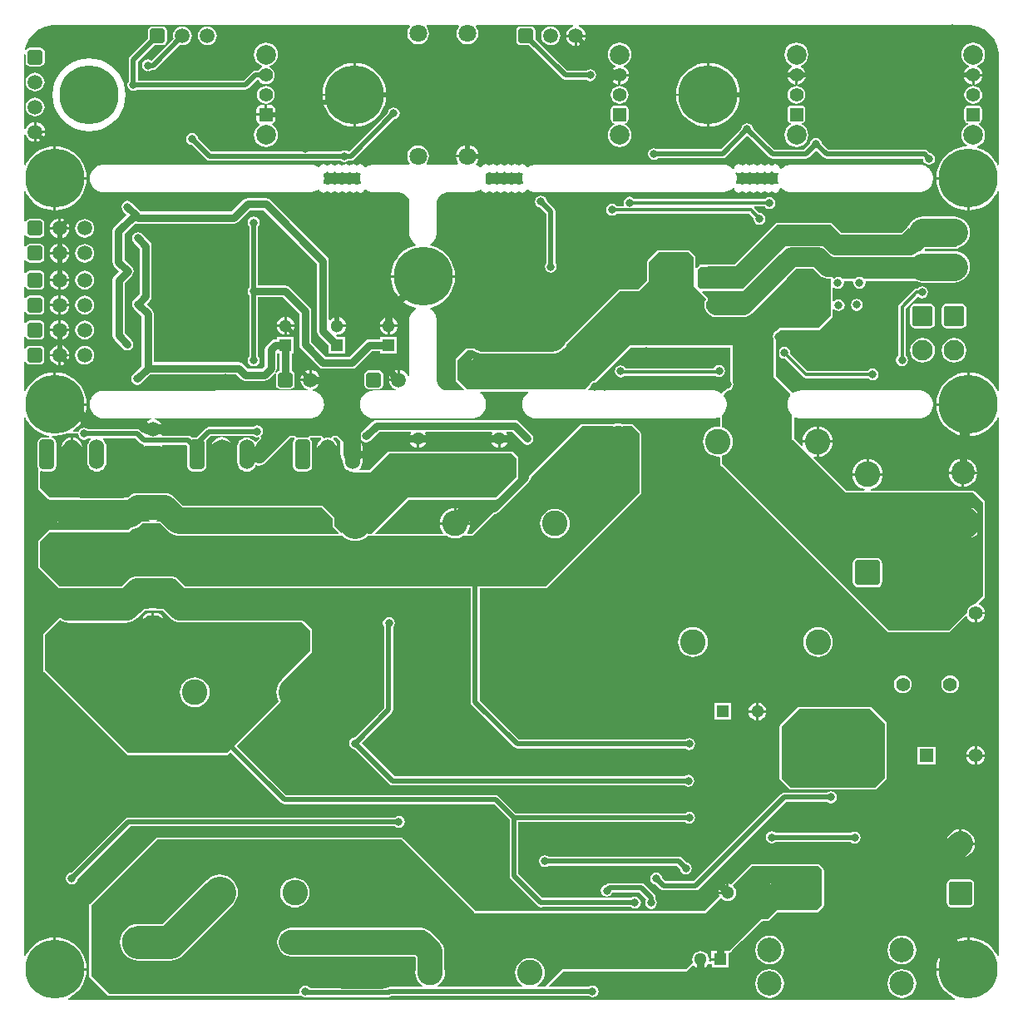
<source format=gtl>
G04*
G04 #@! TF.GenerationSoftware,Altium Limited,Altium Designer,18.1.9 (240)*
G04*
G04 Layer_Physical_Order=1*
G04 Layer_Color=255*
%FSLAX25Y25*%
%MOIN*%
G70*
G01*
G75*
%ADD35C,0.03150*%
%ADD36C,0.01968*%
%ADD37C,0.12992*%
%ADD38C,0.05512*%
%ADD39C,0.07087*%
%ADD40C,0.09843*%
%ADD41C,0.10630*%
%ADD42C,0.11811*%
%ADD43C,0.01378*%
%ADD44C,0.03937*%
%ADD45C,0.12598*%
%ADD46C,0.10236*%
%ADD47C,0.12205*%
%ADD48C,0.07874*%
%ADD49C,0.11024*%
%ADD50C,0.06299*%
%ADD51C,0.05906*%
G04:AMPARAMS|DCode=52|XSize=59.06mil|YSize=59.06mil|CornerRadius=8.86mil|HoleSize=0mil|Usage=FLASHONLY|Rotation=180.000|XOffset=0mil|YOffset=0mil|HoleType=Round|Shape=RoundedRectangle|*
%AMROUNDEDRECTD52*
21,1,0.05906,0.04134,0,0,180.0*
21,1,0.04134,0.05906,0,0,180.0*
1,1,0.01772,-0.02067,0.02067*
1,1,0.01772,0.02067,0.02067*
1,1,0.01772,0.02067,-0.02067*
1,1,0.01772,-0.02067,-0.02067*
%
%ADD52ROUNDEDRECTD52*%
%ADD53C,0.05512*%
%ADD54R,0.05512X0.05512*%
G04:AMPARAMS|DCode=55|XSize=82.68mil|YSize=82.68mil|CornerRadius=12.4mil|HoleSize=0mil|Usage=FLASHONLY|Rotation=90.000|XOffset=0mil|YOffset=0mil|HoleType=Round|Shape=RoundedRectangle|*
%AMROUNDEDRECTD55*
21,1,0.08268,0.05787,0,0,90.0*
21,1,0.05787,0.08268,0,0,90.0*
1,1,0.02480,0.02894,0.02894*
1,1,0.02480,0.02894,-0.02894*
1,1,0.02480,-0.02894,-0.02894*
1,1,0.02480,-0.02894,0.02894*
%
%ADD55ROUNDEDRECTD55*%
%ADD56C,0.08268*%
%ADD57C,0.07874*%
G04:AMPARAMS|DCode=58|XSize=55.12mil|YSize=55.12mil|CornerRadius=8.27mil|HoleSize=0mil|Usage=FLASHONLY|Rotation=90.000|XOffset=0mil|YOffset=0mil|HoleType=Round|Shape=RoundedRectangle|*
%AMROUNDEDRECTD58*
21,1,0.05512,0.03858,0,0,90.0*
21,1,0.03858,0.05512,0,0,90.0*
1,1,0.01654,0.01929,0.01929*
1,1,0.01654,0.01929,-0.01929*
1,1,0.01654,-0.01929,-0.01929*
1,1,0.01654,-0.01929,0.01929*
%
%ADD58ROUNDEDRECTD58*%
%ADD59C,0.07087*%
%ADD60C,0.05118*%
%ADD61R,0.05118X0.05118*%
%ADD62C,0.10236*%
G04:AMPARAMS|DCode=63|XSize=59.06mil|YSize=59.06mil|CornerRadius=8.86mil|HoleSize=0mil|Usage=FLASHONLY|Rotation=270.000|XOffset=0mil|YOffset=0mil|HoleType=Round|Shape=RoundedRectangle|*
%AMROUNDEDRECTD63*
21,1,0.05906,0.04134,0,0,270.0*
21,1,0.04134,0.05906,0,0,270.0*
1,1,0.01772,-0.02067,-0.02067*
1,1,0.01772,-0.02067,0.02067*
1,1,0.01772,0.02067,0.02067*
1,1,0.01772,0.02067,-0.02067*
%
%ADD63ROUNDEDRECTD63*%
%ADD64O,0.06000X0.12000*%
G04:AMPARAMS|DCode=65|XSize=60mil|YSize=120mil|CornerRadius=15mil|HoleSize=0mil|Usage=FLASHONLY|Rotation=0.000|XOffset=0mil|YOffset=0mil|HoleType=Round|Shape=RoundedRectangle|*
%AMROUNDEDRECTD65*
21,1,0.06000,0.09000,0,0,0.0*
21,1,0.03000,0.12000,0,0,0.0*
1,1,0.03000,0.01500,-0.04500*
1,1,0.03000,-0.01500,-0.04500*
1,1,0.03000,-0.01500,0.04500*
1,1,0.03000,0.01500,0.04500*
%
%ADD65ROUNDEDRECTD65*%
G04:AMPARAMS|DCode=66|XSize=102.36mil|YSize=102.36mil|CornerRadius=15.35mil|HoleSize=0mil|Usage=FLASHONLY|Rotation=270.000|XOffset=0mil|YOffset=0mil|HoleType=Round|Shape=RoundedRectangle|*
%AMROUNDEDRECTD66*
21,1,0.10236,0.07165,0,0,270.0*
21,1,0.07165,0.10236,0,0,270.0*
1,1,0.03071,-0.03583,-0.03583*
1,1,0.03071,-0.03583,0.03583*
1,1,0.03071,0.03583,0.03583*
1,1,0.03071,0.03583,-0.03583*
%
%ADD66ROUNDEDRECTD66*%
%ADD67C,0.09449*%
G04:AMPARAMS|DCode=68|XSize=94.49mil|YSize=94.49mil|CornerRadius=9.45mil|HoleSize=0mil|Usage=FLASHONLY|Rotation=270.000|XOffset=0mil|YOffset=0mil|HoleType=Round|Shape=RoundedRectangle|*
%AMROUNDEDRECTD68*
21,1,0.09449,0.07559,0,0,270.0*
21,1,0.07559,0.09449,0,0,270.0*
1,1,0.01890,-0.03780,-0.03780*
1,1,0.01890,-0.03780,0.03780*
1,1,0.01890,0.03780,0.03780*
1,1,0.01890,0.03780,-0.03780*
%
%ADD68ROUNDEDRECTD68*%
%ADD69R,0.05118X0.05118*%
%ADD70C,0.23622*%
%ADD71C,0.09843*%
%ADD72C,0.03150*%
G36*
X382301Y391887D02*
X383843Y391474D01*
X385317Y390863D01*
X386699Y390065D01*
X387965Y389094D01*
X389094Y387965D01*
X390065Y386699D01*
X390863Y385317D01*
X391474Y383843D01*
X391887Y382301D01*
X392095Y380719D01*
Y379921D01*
Y336076D01*
X391605Y335979D01*
X391371Y336543D01*
X390318Y338262D01*
X389008Y339795D01*
X387475Y341105D01*
X385755Y342159D01*
X383892Y342930D01*
X383471Y343032D01*
X383430Y343556D01*
X384272Y343905D01*
X385259Y344662D01*
X386017Y345649D01*
X386493Y346798D01*
X386655Y348031D01*
X386493Y349265D01*
X386017Y350414D01*
X385259Y351401D01*
X384272Y352158D01*
X384033Y352257D01*
X384085Y352777D01*
X384449Y352850D01*
X384983Y353206D01*
X385339Y353740D01*
X385465Y354370D01*
Y358228D01*
X385339Y358858D01*
X384983Y359392D01*
X384449Y359749D01*
X383819Y359874D01*
X379961D01*
X379331Y359749D01*
X378797Y359392D01*
X378440Y358858D01*
X378315Y358228D01*
Y354370D01*
X378440Y353740D01*
X378797Y353206D01*
X379331Y352850D01*
X379695Y352777D01*
X379746Y352257D01*
X379507Y352158D01*
X378520Y351401D01*
X377763Y350414D01*
X377287Y349265D01*
X377125Y348031D01*
X377287Y346798D01*
X377763Y345649D01*
X378520Y344662D01*
X379361Y344017D01*
X379218Y343504D01*
X377911Y343401D01*
X375950Y342930D01*
X374087Y342159D01*
X372368Y341105D01*
X370834Y339795D01*
X369525Y338262D01*
X368471Y336543D01*
X367700Y334680D01*
X367229Y332719D01*
X367109Y331201D01*
X379921D01*
Y330709D01*
X380413D01*
Y317897D01*
X381931Y318016D01*
X383892Y318487D01*
X385755Y319259D01*
X387475Y320312D01*
X389008Y321622D01*
X390318Y323155D01*
X391371Y324875D01*
X391605Y325438D01*
X392095Y325341D01*
Y245525D01*
X391605Y245428D01*
X391371Y245991D01*
X390318Y247711D01*
X389008Y249244D01*
X387475Y250554D01*
X385755Y251607D01*
X383892Y252379D01*
X381931Y252850D01*
X380413Y252969D01*
Y240158D01*
Y227346D01*
X381931Y227465D01*
X383892Y227936D01*
X385755Y228708D01*
X387475Y229761D01*
X389008Y231071D01*
X390318Y232604D01*
X391371Y234323D01*
X391605Y234887D01*
X392095Y234790D01*
Y19147D01*
X391605Y19050D01*
X391371Y19614D01*
X390318Y21333D01*
X389008Y22866D01*
X387475Y24176D01*
X385755Y25229D01*
X383892Y26001D01*
X381931Y26472D01*
X380413Y26591D01*
Y13780D01*
X379921D01*
Y13287D01*
X367109D01*
X367229Y11769D01*
X367700Y9809D01*
X368471Y7946D01*
X369525Y6226D01*
X370834Y4693D01*
X372368Y3383D01*
X374087Y2330D01*
X374651Y2096D01*
X374553Y1606D01*
X19147D01*
X19050Y2096D01*
X19614Y2330D01*
X21333Y3383D01*
X22866Y4693D01*
X24176Y6226D01*
X25229Y7946D01*
X26001Y9809D01*
X26472Y11769D01*
X26591Y13287D01*
X13780D01*
Y13780D01*
X13287D01*
Y26591D01*
X11769Y26472D01*
X9809Y26001D01*
X7946Y25229D01*
X6226Y24176D01*
X4693Y22866D01*
X3383Y21333D01*
X2330Y19614D01*
X2096Y19050D01*
X1606Y19147D01*
Y234790D01*
X2096Y234887D01*
X2330Y234323D01*
X3383Y232604D01*
X4693Y231071D01*
X6226Y229761D01*
X7946Y228708D01*
X9809Y227936D01*
X11404Y227553D01*
X11420Y227543D01*
X11501Y227415D01*
X11507Y227313D01*
X11069Y226852D01*
X9169D01*
X8277Y226674D01*
X7520Y226169D01*
X7015Y225412D01*
X6837Y224520D01*
Y215520D01*
X7015Y214627D01*
X7276Y214236D01*
X7322Y214142D01*
X7306Y213646D01*
X7301Y213638D01*
X7254Y213588D01*
X7198Y213484D01*
X7132Y213386D01*
X7125Y213347D01*
X7106Y213312D01*
X7094Y213194D01*
X7071Y213078D01*
Y206790D01*
X7071Y206790D01*
X7132Y206483D01*
X7306Y206222D01*
X7306Y206222D01*
X11340Y202188D01*
X11601Y202014D01*
X11908Y201953D01*
X23625D01*
X23799Y201900D01*
X24957Y201786D01*
X40277D01*
X41435Y201900D01*
X41609Y201953D01*
X42904D01*
X43211Y202014D01*
X43472Y202188D01*
X43569Y202286D01*
X44636Y203104D01*
X45829Y203598D01*
X47163Y203774D01*
X57661D01*
X58994Y203598D01*
X60187Y203104D01*
X61254Y202286D01*
X64462Y199078D01*
X64722Y198904D01*
X65029Y198843D01*
X120927D01*
X125181Y194589D01*
Y191284D01*
X125242Y190977D01*
X125417Y190717D01*
X125417Y190717D01*
X127506Y188627D01*
X127315Y188165D01*
X62965Y188165D01*
X62788Y188341D01*
X62701Y188400D01*
X62622Y188469D01*
X62572Y188486D01*
X62528Y188515D01*
X62425Y188536D01*
X62325Y188570D01*
X61838Y188634D01*
X60645Y189128D01*
X59578Y189947D01*
X56595Y192930D01*
X56334Y193104D01*
X56027Y193165D01*
X54652D01*
X54553Y193665D01*
X55143Y193910D01*
X55969Y194543D01*
X56602Y195369D01*
X57001Y196330D01*
X57072Y196870D01*
X53150D01*
X49227D01*
X49299Y196330D01*
X49697Y195369D01*
X50331Y194543D01*
X51156Y193910D01*
X51746Y193665D01*
X51647Y193165D01*
X48796Y193165D01*
X48489Y193104D01*
X48228Y192930D01*
X48228Y192930D01*
X47698Y192400D01*
X46631Y191581D01*
X45438Y191087D01*
X44662Y190984D01*
X44563Y190951D01*
X44459Y190930D01*
X44415Y190901D01*
X44365Y190884D01*
X44286Y190814D01*
X44199Y190756D01*
X43222Y189779D01*
X14979D01*
X11811Y189779D01*
X11504Y189718D01*
X11243Y189544D01*
X11243Y189544D01*
X7306Y185607D01*
X7132Y185347D01*
X7071Y185039D01*
X7071Y175197D01*
X7132Y174890D01*
X7306Y174629D01*
X15180Y166755D01*
X15441Y166581D01*
X15748Y166520D01*
X40607D01*
X40914Y166581D01*
X41175Y166755D01*
X43147Y168727D01*
X44074Y169488D01*
X45097Y170035D01*
X46208Y170372D01*
X46816Y170432D01*
X47401Y170489D01*
X59409D01*
X60603Y170372D01*
X61714Y170035D01*
X62737Y169488D01*
X63665Y168727D01*
X65636Y166755D01*
X65897Y166581D01*
X66204Y166520D01*
X180438D01*
Y120905D01*
X180575Y120214D01*
X180967Y119628D01*
X197837Y102758D01*
X198423Y102367D01*
X199114Y102229D01*
X266463D01*
X267090Y101810D01*
X268012Y101627D01*
X268934Y101810D01*
X269715Y102332D01*
X270237Y103114D01*
X270420Y104035D01*
X270237Y104957D01*
X269715Y105738D01*
X268934Y106261D01*
X268012Y106444D01*
X267090Y106261D01*
X266463Y105842D01*
X199862D01*
X184051Y121654D01*
Y166520D01*
X210630D01*
X210937Y166581D01*
X211198Y166755D01*
X248599Y204157D01*
X248773Y204417D01*
X248834Y204724D01*
Y228346D01*
X248834Y228346D01*
X248773Y228654D01*
X248599Y228914D01*
X248599Y228914D01*
X245450Y232064D01*
X245189Y232238D01*
X244882Y232299D01*
X241561D01*
X241464Y232280D01*
X241366Y232275D01*
X241334Y232260D01*
X240955Y232375D01*
X239528Y232516D01*
X238100Y232375D01*
X237721Y232260D01*
X237690Y232275D01*
X237591Y232280D01*
X237494Y232299D01*
X225155Y232299D01*
X225155Y232299D01*
X224848Y232238D01*
X224587Y232064D01*
X204139Y211616D01*
X203965Y211355D01*
X203923Y211141D01*
X203920Y211134D01*
X203767Y210368D01*
X203566Y210067D01*
X190656Y197158D01*
X190355Y196956D01*
X189590Y196804D01*
X189583Y196801D01*
X189368Y196758D01*
X189108Y196584D01*
X189108Y196584D01*
X180689Y188165D01*
X179267D01*
X179054Y188617D01*
X179324Y188947D01*
X179892Y190010D01*
X180242Y191163D01*
X180312Y191870D01*
X174213D01*
X168113D01*
X168183Y191163D01*
X168533Y190010D01*
X169101Y188947D01*
X169371Y188617D01*
X169158Y188165D01*
X142513D01*
X142322Y188627D01*
X155648Y201953D01*
X179992D01*
X180044Y201963D01*
X180097Y201960D01*
X180276Y201983D01*
X180455Y201960D01*
X180507Y201963D01*
X180559Y201953D01*
X190672D01*
X190979Y202014D01*
X191239Y202188D01*
X191239Y202188D01*
X199387Y210336D01*
X199561Y210596D01*
X199622Y210903D01*
Y218504D01*
X199561Y218811D01*
X199387Y219072D01*
X199387Y219072D01*
X197418Y221040D01*
X197158Y221214D01*
X196850Y221275D01*
X147692D01*
X147385Y221214D01*
X147125Y221040D01*
X139880Y213795D01*
X136164D01*
X135983Y214295D01*
X136525Y215002D01*
X136928Y215975D01*
X137066Y217020D01*
Y219528D01*
X133031D01*
Y220020D01*
X132539D01*
Y226989D01*
X131987Y226917D01*
X131014Y226514D01*
X130179Y225872D01*
X129610Y225131D01*
X129197Y225209D01*
X129104Y225257D01*
X129049Y225534D01*
X128875Y225794D01*
X127369Y227301D01*
X127108Y227474D01*
X126801Y227536D01*
X125585D01*
X125558Y227530D01*
X125532Y227534D01*
X125406Y227500D01*
X125277Y227474D01*
X125255Y227460D01*
X125230Y227453D01*
X125126Y227373D01*
X125017Y227301D01*
X125002Y227278D01*
X124981Y227262D01*
X124916Y227149D01*
X124843Y227040D01*
X124838Y227014D01*
X124824Y226991D01*
X124803Y226927D01*
X124182Y226643D01*
X124020Y226710D01*
X123031Y226840D01*
X122043Y226710D01*
X121881Y226643D01*
X121260Y226927D01*
X121239Y226991D01*
X121225Y227014D01*
X121220Y227040D01*
X121148Y227149D01*
X121082Y227262D01*
X121061Y227278D01*
X121046Y227301D01*
X120937Y227373D01*
X120834Y227453D01*
X120808Y227460D01*
X120786Y227474D01*
X120657Y227500D01*
X120531Y227534D01*
X120504Y227530D01*
X120478Y227536D01*
X116237D01*
X116198Y227528D01*
X116158Y227532D01*
X116045Y227498D01*
X115929Y227474D01*
X115896Y227452D01*
X115858Y227441D01*
X115767Y227366D01*
X115669Y227301D01*
X115647Y227267D01*
X115616Y227242D01*
X115560Y227138D01*
X115495Y227040D01*
X115067Y226745D01*
X114532Y226852D01*
X111531D01*
X110996Y226745D01*
X110568Y227040D01*
X110503Y227138D01*
X110447Y227242D01*
X110416Y227267D01*
X110394Y227301D01*
X110296Y227366D01*
X110205Y227441D01*
X110167Y227452D01*
X110134Y227474D01*
X110018Y227498D01*
X109905Y227532D01*
X109865Y227528D01*
X109826Y227536D01*
X108266D01*
X107959Y227474D01*
X107698Y227301D01*
X97934Y217536D01*
X97155Y216938D01*
X96297Y216583D01*
X95376Y216461D01*
X94682Y216553D01*
X94743Y217020D01*
Y219528D01*
X90709D01*
Y220512D01*
X94743D01*
Y223020D01*
X94619Y223963D01*
X94644Y224206D01*
X94720Y224493D01*
X94829Y224566D01*
X94942Y224631D01*
X94959Y224652D01*
X94981Y224667D01*
X96330Y226016D01*
X96352Y226050D01*
X96383Y226075D01*
X96439Y226179D01*
X96504Y226277D01*
X96512Y226316D01*
X96531Y226351D01*
X96542Y226468D01*
X96565Y226584D01*
X96558Y226623D01*
X96562Y226663D01*
X96527Y226776D01*
X96504Y226891D01*
X96482Y226924D01*
X96471Y226963D01*
X96243Y227388D01*
X96602Y227628D01*
X97124Y228409D01*
X97308Y229331D01*
X97124Y230252D01*
X96602Y231034D01*
X95821Y231556D01*
X94899Y231739D01*
X93978Y231556D01*
X93351Y231137D01*
X75630D01*
X74939Y231000D01*
X74353Y230608D01*
X70596Y226852D01*
X69209D01*
X68723Y226755D01*
X68441Y227037D01*
X67855Y227429D01*
X67163Y227566D01*
X56679D01*
X56458Y228015D01*
X56602Y228203D01*
X57001Y229165D01*
X57072Y229705D01*
X53150D01*
X49227D01*
X49287Y229251D01*
X49092Y229089D01*
X48837Y228994D01*
X48207Y229624D01*
X47621Y230015D01*
X46930Y230153D01*
X27139D01*
X26512Y230572D01*
X25591Y230755D01*
X24669Y230572D01*
X23888Y230049D01*
X23365Y229268D01*
X23339Y229134D01*
X23260D01*
X23182Y229149D01*
X21256D01*
X21120Y229630D01*
X21333Y229761D01*
X22866Y231071D01*
X24176Y232604D01*
X25229Y234323D01*
X26001Y236186D01*
X26472Y238147D01*
X26591Y239665D01*
X13780D01*
Y240158D01*
X13287D01*
Y252969D01*
X11769Y252850D01*
X9809Y252379D01*
X7946Y251607D01*
X6226Y250554D01*
X4693Y249244D01*
X3383Y247711D01*
X2330Y245991D01*
X2096Y245428D01*
X1606Y245525D01*
Y257070D01*
X2105Y257123D01*
X2475Y256569D01*
X3028Y256199D01*
X3681Y256070D01*
X7815D01*
X8468Y256199D01*
X9021Y256569D01*
X9391Y257123D01*
X9521Y257776D01*
Y261910D01*
X9391Y262562D01*
X9021Y263116D01*
X8468Y263486D01*
X7815Y263615D01*
X3681D01*
X3028Y263486D01*
X2475Y263116D01*
X2105Y262562D01*
X1606Y262615D01*
Y267188D01*
X2105Y267241D01*
X2475Y266687D01*
X3028Y266318D01*
X3681Y266188D01*
X7815D01*
X8468Y266318D01*
X9021Y266687D01*
X9391Y267241D01*
X9521Y267894D01*
Y272028D01*
X9391Y272680D01*
X9021Y273234D01*
X8468Y273604D01*
X7815Y273734D01*
X3681D01*
X3028Y273604D01*
X2475Y273234D01*
X2105Y272680D01*
X1606Y272733D01*
Y277188D01*
X2105Y277241D01*
X2475Y276687D01*
X3028Y276318D01*
X3681Y276188D01*
X7815D01*
X8468Y276318D01*
X9021Y276687D01*
X9391Y277241D01*
X9521Y277894D01*
Y282028D01*
X9391Y282680D01*
X9021Y283234D01*
X8468Y283604D01*
X7815Y283734D01*
X3681D01*
X3028Y283604D01*
X2475Y283234D01*
X2105Y282680D01*
X1606Y282733D01*
Y287188D01*
X2105Y287241D01*
X2475Y286687D01*
X3028Y286318D01*
X3681Y286188D01*
X7815D01*
X8468Y286318D01*
X9021Y286687D01*
X9391Y287241D01*
X9521Y287894D01*
Y292028D01*
X9391Y292680D01*
X9021Y293234D01*
X8468Y293604D01*
X7815Y293734D01*
X3681D01*
X3028Y293604D01*
X2475Y293234D01*
X2105Y292680D01*
X1606Y292733D01*
Y297897D01*
X2105Y297950D01*
X2475Y297396D01*
X3028Y297026D01*
X3681Y296896D01*
X7815D01*
X8468Y297026D01*
X9021Y297396D01*
X9391Y297950D01*
X9521Y298602D01*
Y302736D01*
X9391Y303389D01*
X9021Y303942D01*
X8468Y304312D01*
X7815Y304442D01*
X3681D01*
X3028Y304312D01*
X2475Y303942D01*
X2105Y303389D01*
X1606Y303442D01*
Y307897D01*
X2105Y307949D01*
X2475Y307396D01*
X3028Y307026D01*
X3681Y306896D01*
X7815D01*
X8468Y307026D01*
X9021Y307396D01*
X9391Y307949D01*
X9521Y308602D01*
Y312736D01*
X9391Y313389D01*
X9021Y313943D01*
X8468Y314312D01*
X7815Y314442D01*
X3681D01*
X3028Y314312D01*
X2475Y313943D01*
X2105Y313389D01*
X1606Y313442D01*
Y325341D01*
X2096Y325438D01*
X2330Y324875D01*
X3383Y323155D01*
X4693Y321622D01*
X6226Y320312D01*
X7946Y319259D01*
X9809Y318487D01*
X11769Y318016D01*
X13287Y317897D01*
Y330709D01*
Y343521D01*
X11769Y343401D01*
X9809Y342930D01*
X7946Y342159D01*
X6226Y341105D01*
X4693Y339795D01*
X3383Y338262D01*
X2330Y336543D01*
X2096Y335979D01*
X1606Y336076D01*
Y348076D01*
X2106Y348176D01*
X2453Y347337D01*
X3086Y346512D01*
X3912Y345878D01*
X4874Y345480D01*
X5413Y345409D01*
Y349331D01*
Y353253D01*
X4874Y353182D01*
X3912Y352783D01*
X3086Y352150D01*
X2453Y351324D01*
X2106Y350486D01*
X1606Y350585D01*
Y379921D01*
Y380425D01*
X1633Y380455D01*
X2133Y380263D01*
Y377264D01*
X2262Y376611D01*
X2632Y376058D01*
X3186Y375688D01*
X3839Y375558D01*
X7972D01*
X8625Y375688D01*
X9179Y376058D01*
X9549Y376611D01*
X9678Y377264D01*
Y381398D01*
X9549Y382050D01*
X9179Y382604D01*
X8625Y382974D01*
X7972Y383104D01*
X3839D01*
X3186Y382974D01*
X2632Y382604D01*
X2262Y382050D01*
X1799Y382188D01*
X1814Y382301D01*
X2227Y383843D01*
X2838Y385317D01*
X3636Y386699D01*
X4607Y387965D01*
X5736Y389094D01*
X7001Y390065D01*
X8384Y390863D01*
X9858Y391474D01*
X11399Y391887D01*
X12982Y392095D01*
X155904D01*
X156151Y391595D01*
X155666Y390964D01*
X155230Y389910D01*
X155081Y388779D01*
X155230Y387649D01*
X155666Y386596D01*
X156360Y385691D01*
X157265Y384997D01*
X158318Y384560D01*
X159449Y384412D01*
X160579Y384560D01*
X161633Y384997D01*
X162538Y385691D01*
X163232Y386596D01*
X163668Y387649D01*
X163817Y388779D01*
X163668Y389910D01*
X163232Y390964D01*
X162747Y391595D01*
X162994Y392095D01*
X175589D01*
X175836Y391595D01*
X175351Y390964D01*
X174915Y389910D01*
X174766Y388779D01*
X174915Y387649D01*
X175351Y386596D01*
X176045Y385691D01*
X176950Y384997D01*
X178003Y384560D01*
X179134Y384412D01*
X180264Y384560D01*
X181318Y384997D01*
X182223Y385691D01*
X182917Y386596D01*
X183353Y387649D01*
X183502Y388779D01*
X183353Y389910D01*
X182917Y390964D01*
X182432Y391595D01*
X182679Y392095D01*
X221344D01*
X221443Y391595D01*
X220605Y391248D01*
X219779Y390614D01*
X219146Y389789D01*
X218747Y388827D01*
X218676Y388287D01*
X222599D01*
X226520D01*
X226449Y388827D01*
X226051Y389789D01*
X225418Y390614D01*
X224592Y391248D01*
X223754Y391595D01*
X223853Y392095D01*
X380719D01*
X382301Y391887D01*
D02*
G37*
G36*
X23365Y227425D02*
X23888Y226643D01*
X24669Y226121D01*
X25591Y225938D01*
X26512Y226121D01*
X27139Y226540D01*
X28214D01*
X28384Y226040D01*
X27968Y225721D01*
X27361Y224930D01*
X26979Y224008D01*
X26849Y223020D01*
Y217020D01*
X26979Y216031D01*
X27361Y215110D01*
X27968Y214318D01*
X28759Y213711D01*
X29681Y213330D01*
X30669Y213200D01*
X31658Y213330D01*
X32579Y213711D01*
X33371Y214318D01*
X33978Y215110D01*
X34359Y216031D01*
X34489Y217020D01*
Y223020D01*
X34359Y224008D01*
X33978Y224930D01*
X33371Y225721D01*
X32954Y226040D01*
X33124Y226540D01*
X46182D01*
X48239Y224482D01*
X48825Y224091D01*
X49403Y223976D01*
X49428Y223949D01*
X49571Y223660D01*
X49610Y223453D01*
X49306Y223000D01*
X49160Y222264D01*
Y220689D01*
X53150D01*
X57139D01*
Y222264D01*
X56993Y223000D01*
X56690Y223453D01*
X56914Y223954D01*
X66415D01*
X66876Y223492D01*
Y215520D01*
X67054Y214627D01*
X67559Y213871D01*
X68316Y213365D01*
X69209Y213188D01*
X72209D01*
X73101Y213365D01*
X73858Y213871D01*
X74363Y214627D01*
X74541Y215520D01*
Y224520D01*
X74363Y225412D01*
X74324Y225471D01*
X76378Y227524D01*
X80015D01*
X80458Y227386D01*
Y227386D01*
D01*
X80482Y227024D01*
X80449Y227020D01*
X79664Y226917D01*
X78691Y226514D01*
X77856Y225872D01*
X77215Y225037D01*
X76812Y224064D01*
X76674Y223020D01*
Y220512D01*
X84743D01*
Y223020D01*
X84606Y224064D01*
X84203Y225037D01*
X83561Y225872D01*
X82726Y226514D01*
X81753Y226917D01*
X80968Y227020D01*
X80936Y227024D01*
X80959Y227386D01*
X81402Y227524D01*
X93351D01*
X93978Y227106D01*
X94899Y226922D01*
X95516Y227045D01*
X95763Y226584D01*
X94413Y225235D01*
X93749Y225278D01*
X93410Y225721D01*
X92619Y226328D01*
X91697Y226710D01*
X90709Y226840D01*
X89720Y226710D01*
X88799Y226328D01*
X88007Y225721D01*
X87400Y224930D01*
X87019Y224008D01*
X86889Y223020D01*
Y221085D01*
X86873Y221047D01*
X86738Y220020D01*
X86873Y218992D01*
X86889Y218954D01*
Y217020D01*
X87019Y216031D01*
X87400Y215110D01*
X88007Y214318D01*
X88799Y213711D01*
X89720Y213330D01*
X90709Y213200D01*
X91697Y213330D01*
X92619Y213711D01*
X93410Y214318D01*
X94017Y215110D01*
X94300Y215793D01*
X95376Y215652D01*
X96506Y215800D01*
X97560Y216237D01*
X98464Y216931D01*
X108266Y226733D01*
X109826D01*
X109978Y226233D01*
X109882Y226169D01*
X109377Y225412D01*
X109199Y224520D01*
Y215520D01*
X109377Y214627D01*
X109882Y213871D01*
X110639Y213365D01*
X111531Y213188D01*
X114532D01*
X115424Y213365D01*
X116181Y213871D01*
X116686Y214627D01*
X116864Y215520D01*
Y224520D01*
X116686Y225412D01*
X116181Y226169D01*
X116085Y226233D01*
X116237Y226733D01*
X120478D01*
X120648Y226233D01*
X120179Y225872D01*
X119537Y225037D01*
X119134Y224064D01*
X118997Y223020D01*
Y220512D01*
X127066D01*
Y223020D01*
X126928Y224064D01*
X126525Y225037D01*
X125884Y225872D01*
X125415Y226233D01*
X125585Y226733D01*
X126801D01*
X128307Y225227D01*
Y220376D01*
X128456Y219246D01*
X128892Y218192D01*
X129211Y217776D01*
Y217020D01*
X129342Y216031D01*
X129723Y215110D01*
X130330Y214318D01*
X131122Y213711D01*
X132043Y213330D01*
X133031Y213200D01*
X133114Y213210D01*
X133332Y212992D01*
X140212D01*
X147692Y220472D01*
X196850D01*
X198819Y218504D01*
Y210903D01*
X190672Y202756D01*
X180559D01*
X180276Y202793D01*
X179992Y202756D01*
X155315D01*
X140724Y188165D01*
X139330D01*
X139114Y188434D01*
X139069Y188636D01*
X139324Y188947D01*
X139892Y190010D01*
X140242Y191163D01*
X140312Y191870D01*
X134213D01*
X128113D01*
X128183Y191163D01*
X128533Y190010D01*
X129051Y189041D01*
X129000Y188719D01*
X128874Y188435D01*
X128845Y188423D01*
X125984Y191284D01*
Y194921D01*
X121260Y199646D01*
X65029D01*
X61785Y202890D01*
X60592Y203805D01*
X59203Y204381D01*
X57713Y204577D01*
X47110D01*
X45620Y204381D01*
X44231Y203805D01*
X43038Y202890D01*
X42904Y202756D01*
X11908D01*
X7874Y206790D01*
Y213078D01*
X8374Y213346D01*
X9169Y213188D01*
X12169D01*
X13062Y213365D01*
X13818Y213871D01*
X14324Y214627D01*
X14502Y215520D01*
Y224520D01*
X14324Y225412D01*
X13818Y226169D01*
X13062Y226674D01*
X12786Y226729D01*
X12641Y227208D01*
X13013Y227580D01*
X13780Y227520D01*
X15756Y227676D01*
X17685Y228139D01*
X18187Y228346D01*
X23182D01*
X23365Y227425D01*
D02*
G37*
G36*
X248031Y228346D02*
Y204724D01*
X210630Y167323D01*
X66204D01*
X64204Y169322D01*
X63185Y170159D01*
X62023Y170780D01*
X60761Y171163D01*
X59449Y171292D01*
X47362D01*
X47362Y171292D01*
X46737Y171231D01*
X46050Y171163D01*
X44789Y170780D01*
X43626Y170159D01*
X42607Y169322D01*
X40607Y167323D01*
X15748D01*
X7874Y175197D01*
X7874Y185039D01*
X11811Y188976D01*
X14979Y188976D01*
X43555D01*
X44767Y190189D01*
X45647Y190304D01*
X47036Y190880D01*
X48229Y191795D01*
X48796Y192362D01*
X56027Y192362D01*
X59047Y189342D01*
X60240Y188427D01*
X61628Y187852D01*
X62221Y187774D01*
X62632Y187362D01*
X129171Y187362D01*
X129177Y187355D01*
X130256Y186469D01*
X131488Y185811D01*
X132823Y185406D01*
X134213Y185269D01*
X135602Y185406D01*
X136938Y185811D01*
X138169Y186469D01*
X139248Y187355D01*
X139254Y187362D01*
X171039D01*
X171942Y186880D01*
X173055Y186542D01*
X174213Y186428D01*
X175370Y186542D01*
X176484Y186880D01*
X177386Y187362D01*
X181021D01*
X189676Y196017D01*
X189747D01*
X190668Y196200D01*
X191450Y196722D01*
X204001Y209274D01*
X204524Y210055D01*
X204707Y210977D01*
Y211048D01*
X225155Y231496D01*
X237494Y231496D01*
X237569Y230996D01*
X237175Y230877D01*
X236112Y230309D01*
X235180Y229544D01*
X234416Y228612D01*
X233848Y227550D01*
X233498Y226396D01*
X233428Y225689D01*
X245627D01*
X245557Y226396D01*
X245207Y227550D01*
X244639Y228612D01*
X243875Y229544D01*
X242943Y230309D01*
X241880Y230877D01*
X241486Y230996D01*
X241561Y231496D01*
X244882D01*
X248031Y228346D01*
D02*
G37*
%LPC*%
G36*
X212598Y391568D02*
X211622Y391439D01*
X210712Y391062D01*
X209931Y390463D01*
X209331Y389682D01*
X208955Y388772D01*
X208826Y387795D01*
X208955Y386819D01*
X209331Y385909D01*
X209931Y385128D01*
X210712Y384528D01*
X211622Y384151D01*
X212598Y384023D01*
X213575Y384151D01*
X214485Y384528D01*
X215266Y385128D01*
X215865Y385909D01*
X216242Y386819D01*
X216371Y387795D01*
X216242Y388772D01*
X215865Y389682D01*
X215266Y390463D01*
X214485Y391062D01*
X213575Y391439D01*
X212598Y391568D01*
D02*
G37*
G36*
X74961D02*
X73984Y391439D01*
X73074Y391062D01*
X72293Y390463D01*
X71694Y389682D01*
X71317Y388772D01*
X71188Y387795D01*
X71317Y386819D01*
X71694Y385909D01*
X72293Y385128D01*
X73074Y384528D01*
X73984Y384151D01*
X74961Y384023D01*
X75937Y384151D01*
X76847Y384528D01*
X77628Y385128D01*
X78228Y385909D01*
X78605Y386819D01*
X78733Y387795D01*
X78605Y388772D01*
X78228Y389682D01*
X77628Y390463D01*
X76847Y391062D01*
X75937Y391439D01*
X74961Y391568D01*
D02*
G37*
G36*
X64961D02*
X63984Y391439D01*
X63074Y391062D01*
X62293Y390463D01*
X61694Y389682D01*
X61317Y388772D01*
X61188Y387795D01*
X61317Y386819D01*
X61350Y386739D01*
X52533Y377922D01*
X52103Y378209D01*
X51181Y378393D01*
X50259Y378209D01*
X49478Y377687D01*
X48956Y376906D01*
X48773Y375984D01*
X48956Y375063D01*
X49478Y374281D01*
X50259Y373759D01*
X51181Y373576D01*
X52103Y373759D01*
X52729Y374178D01*
X53150D01*
X53841Y374315D01*
X54427Y374707D01*
X63904Y384185D01*
X63984Y384151D01*
X64961Y384023D01*
X65937Y384151D01*
X66847Y384528D01*
X67628Y385128D01*
X68228Y385909D01*
X68604Y386819D01*
X68733Y387795D01*
X68604Y388772D01*
X68228Y389682D01*
X67628Y390463D01*
X66847Y391062D01*
X65937Y391439D01*
X64961Y391568D01*
D02*
G37*
G36*
X226520Y387303D02*
X223091D01*
Y383873D01*
X223630Y383944D01*
X224592Y384343D01*
X225418Y384976D01*
X226051Y385802D01*
X226449Y386763D01*
X226520Y387303D01*
D02*
G37*
G36*
X222106D02*
X218676D01*
X218747Y386763D01*
X219146Y385802D01*
X219779Y384976D01*
X220605Y384343D01*
X221567Y383944D01*
X222106Y383873D01*
Y387303D01*
D02*
G37*
G36*
X311024Y385080D02*
X309790Y384918D01*
X308641Y384442D01*
X307654Y383684D01*
X306897Y382698D01*
X306421Y381548D01*
X306258Y380315D01*
X306421Y379082D01*
X306897Y377932D01*
X307654Y376945D01*
X308641Y376188D01*
X309270Y375928D01*
Y375386D01*
X309130Y375328D01*
X308345Y374726D01*
X307743Y373941D01*
X307364Y373028D01*
X307300Y372539D01*
X311024D01*
X314747D01*
X314683Y373028D01*
X314304Y373941D01*
X313702Y374726D01*
X312918Y375328D01*
X312777Y375386D01*
Y375928D01*
X313406Y376188D01*
X314393Y376945D01*
X315150Y377932D01*
X315626Y379082D01*
X315789Y380315D01*
X315626Y381548D01*
X315150Y382698D01*
X314393Y383684D01*
X313406Y384442D01*
X312257Y384918D01*
X311024Y385080D01*
D02*
G37*
G36*
X381890D02*
X380656Y384918D01*
X379507Y384442D01*
X378520Y383684D01*
X377763Y382698D01*
X377287Y381548D01*
X377125Y380315D01*
X377287Y379082D01*
X377763Y377932D01*
X378520Y376945D01*
X379507Y376188D01*
X380136Y375928D01*
Y375386D01*
X379996Y375328D01*
X379211Y374726D01*
X378609Y373941D01*
X378231Y373028D01*
X378166Y372539D01*
X381890D01*
X385613D01*
X385549Y373028D01*
X385171Y373941D01*
X384569Y374726D01*
X383784Y375328D01*
X383643Y375386D01*
Y375928D01*
X384272Y376188D01*
X385259Y376945D01*
X386017Y377932D01*
X386493Y379082D01*
X386655Y380315D01*
X386493Y381548D01*
X386017Y382698D01*
X385259Y383684D01*
X384272Y384442D01*
X383123Y384918D01*
X381890Y385080D01*
D02*
G37*
G36*
X240158D02*
X238924Y384918D01*
X237775Y384442D01*
X236788Y383684D01*
X236031Y382698D01*
X235555Y381548D01*
X235392Y380315D01*
X235555Y379082D01*
X236031Y377932D01*
X236788Y376945D01*
X237775Y376188D01*
X238404Y375928D01*
Y375386D01*
X238263Y375328D01*
X237479Y374726D01*
X236877Y373941D01*
X236498Y373028D01*
X236434Y372539D01*
X240158D01*
X243881D01*
X243817Y373028D01*
X243438Y373941D01*
X242836Y374726D01*
X242052Y375328D01*
X241911Y375386D01*
Y375928D01*
X242540Y376188D01*
X243527Y376945D01*
X244284Y377932D01*
X244760Y379082D01*
X244923Y380315D01*
X244760Y381548D01*
X244284Y382698D01*
X243527Y383684D01*
X242540Y384442D01*
X241391Y384918D01*
X240158Y385080D01*
D02*
G37*
G36*
X204665Y391568D02*
X200532D01*
X199879Y391438D01*
X199325Y391069D01*
X198955Y390515D01*
X198826Y389862D01*
Y385728D01*
X198955Y385075D01*
X199325Y384522D01*
X199879Y384152D01*
X200532Y384022D01*
X203817D01*
X217069Y370770D01*
X217655Y370378D01*
X218347Y370241D01*
X226798D01*
X227425Y369822D01*
X228346Y369639D01*
X229268Y369822D01*
X230049Y370344D01*
X230572Y371126D01*
X230755Y372047D01*
X230572Y372969D01*
X230049Y373750D01*
X229268Y374272D01*
X228346Y374456D01*
X227425Y374272D01*
X226798Y373854D01*
X219095D01*
X206371Y386577D01*
Y389862D01*
X206241Y390515D01*
X205872Y391069D01*
X205318Y391438D01*
X204665Y391568D01*
D02*
G37*
G36*
X57028D02*
X52894D01*
X52241Y391438D01*
X51687Y391069D01*
X51318Y390515D01*
X51188Y389862D01*
Y386577D01*
X43998Y379387D01*
X43607Y378801D01*
X43469Y378110D01*
Y369659D01*
X43050Y369032D01*
X42867Y368110D01*
X43050Y367189D01*
X43573Y366407D01*
X44354Y365885D01*
X45276Y365702D01*
X46197Y365885D01*
X46824Y366304D01*
X90126D01*
X90817Y366441D01*
X91403Y366833D01*
X94811Y370241D01*
X95345D01*
X95898Y369520D01*
X96638Y368952D01*
X97500Y368595D01*
X98425Y368473D01*
X99350Y368595D01*
X100212Y368952D01*
X100952Y369520D01*
X101520Y370260D01*
X101877Y371122D01*
X101999Y372047D01*
X101877Y372972D01*
X101520Y373834D01*
X100952Y374574D01*
X100212Y375142D01*
X99901Y375271D01*
Y375813D01*
X100808Y376188D01*
X101795Y376945D01*
X102552Y377932D01*
X103028Y379082D01*
X103190Y380315D01*
X103028Y381548D01*
X102552Y382698D01*
X101795Y383684D01*
X100808Y384442D01*
X99659Y384918D01*
X98425Y385080D01*
X97192Y384918D01*
X96043Y384442D01*
X95056Y383684D01*
X94298Y382698D01*
X93822Y381548D01*
X93660Y380315D01*
X93822Y379082D01*
X94298Y377932D01*
X95056Y376945D01*
X96043Y376188D01*
X96950Y375813D01*
Y375271D01*
X96638Y375142D01*
X95898Y374574D01*
X95345Y373854D01*
X94063D01*
X93371Y373716D01*
X92785Y373324D01*
X89377Y369917D01*
X47082D01*
Y377362D01*
X53742Y384022D01*
X57028D01*
X57680Y384152D01*
X58234Y384522D01*
X58604Y385075D01*
X58734Y385728D01*
Y389862D01*
X58604Y390515D01*
X58234Y391069D01*
X57680Y391438D01*
X57028Y391568D01*
D02*
G37*
G36*
X310531Y371555D02*
X307300D01*
X307364Y371067D01*
X307743Y370153D01*
X308345Y369369D01*
X309130Y368766D01*
X310043Y368388D01*
X310531Y368324D01*
Y371555D01*
D02*
G37*
G36*
X381398Y371555D02*
X378166D01*
X378231Y371067D01*
X378609Y370153D01*
X379211Y369369D01*
X379996Y368766D01*
X380909Y368388D01*
X381398Y368324D01*
Y371555D01*
D02*
G37*
G36*
X239665D02*
X236434D01*
X236498Y371067D01*
X236877Y370153D01*
X237479Y369369D01*
X238263Y368766D01*
X239177Y368388D01*
X239665Y368324D01*
Y371555D01*
D02*
G37*
G36*
X385613D02*
X382382D01*
Y368324D01*
X382870Y368388D01*
X383784Y368766D01*
X384569Y369369D01*
X385171Y370153D01*
X385549Y371067D01*
X385613Y371555D01*
D02*
G37*
G36*
X243881D02*
X240650D01*
Y368324D01*
X241138Y368388D01*
X242052Y368766D01*
X242836Y369369D01*
X243438Y370153D01*
X243817Y371067D01*
X243881Y371555D01*
D02*
G37*
G36*
X314747Y371555D02*
X311516D01*
Y368324D01*
X312004Y368388D01*
X312918Y368766D01*
X313702Y369369D01*
X314304Y370153D01*
X314683Y371067D01*
X314747Y371555D01*
D02*
G37*
G36*
X5906Y373103D02*
X4929Y372975D01*
X4019Y372598D01*
X3238Y371998D01*
X2638Y371217D01*
X2262Y370307D01*
X2133Y369331D01*
X2262Y368354D01*
X2638Y367444D01*
X3238Y366663D01*
X4019Y366064D01*
X4929Y365687D01*
X5906Y365558D01*
X6882Y365687D01*
X7792Y366064D01*
X8573Y366663D01*
X9172Y367444D01*
X9549Y368354D01*
X9678Y369331D01*
X9549Y370307D01*
X9172Y371217D01*
X8573Y371998D01*
X7792Y372598D01*
X6882Y372975D01*
X5906Y373103D01*
D02*
G37*
G36*
X276083Y376985D02*
Y364665D01*
X288402D01*
X288283Y366183D01*
X287812Y368144D01*
X287040Y370007D01*
X285987Y371727D01*
X284677Y373260D01*
X283144Y374570D01*
X281425Y375623D01*
X279562Y376395D01*
X277601Y376866D01*
X276083Y376985D01*
D02*
G37*
G36*
X275098D02*
X273580Y376866D01*
X271620Y376395D01*
X269757Y375623D01*
X268037Y374570D01*
X266504Y373260D01*
X265194Y371727D01*
X264141Y370007D01*
X263369Y368144D01*
X262898Y366183D01*
X262779Y364665D01*
X275098D01*
Y376985D01*
D02*
G37*
G36*
X134350D02*
Y364665D01*
X146670D01*
X146551Y366183D01*
X146080Y368144D01*
X145308Y370007D01*
X144255Y371727D01*
X142945Y373260D01*
X141412Y374570D01*
X139692Y375623D01*
X137829Y376395D01*
X135869Y376866D01*
X134350Y376985D01*
D02*
G37*
G36*
X133366D02*
X131848Y376866D01*
X129887Y376395D01*
X128024Y375623D01*
X126305Y374570D01*
X124771Y373260D01*
X123462Y371727D01*
X122408Y370007D01*
X121637Y368144D01*
X121166Y366183D01*
X121046Y364665D01*
X133366D01*
Y376985D01*
D02*
G37*
G36*
X381890Y367747D02*
X380965Y367625D01*
X380103Y367268D01*
X379363Y366700D01*
X378795Y365960D01*
X378438Y365098D01*
X378316Y364173D01*
X378438Y363248D01*
X378795Y362386D01*
X379363Y361646D01*
X380103Y361078D01*
X380965Y360721D01*
X381890Y360599D01*
X382815Y360721D01*
X383677Y361078D01*
X384417Y361646D01*
X384985Y362386D01*
X385342Y363248D01*
X385464Y364173D01*
X385342Y365098D01*
X384985Y365960D01*
X384417Y366700D01*
X383677Y367268D01*
X382815Y367625D01*
X381890Y367747D01*
D02*
G37*
G36*
X311024D02*
X310099Y367625D01*
X309237Y367268D01*
X308496Y366700D01*
X307929Y365960D01*
X307572Y365098D01*
X307450Y364173D01*
X307572Y363248D01*
X307929Y362386D01*
X308496Y361646D01*
X309237Y361078D01*
X310099Y360721D01*
X311024Y360599D01*
X311949Y360721D01*
X312811Y361078D01*
X313551Y361646D01*
X314119Y362386D01*
X314476Y363248D01*
X314598Y364173D01*
X314476Y365098D01*
X314119Y365960D01*
X313551Y366700D01*
X312811Y367268D01*
X311949Y367625D01*
X311024Y367747D01*
D02*
G37*
G36*
X240158D02*
X239232Y367625D01*
X238371Y367268D01*
X237630Y366700D01*
X237062Y365960D01*
X236705Y365098D01*
X236584Y364173D01*
X236705Y363248D01*
X237062Y362386D01*
X237630Y361646D01*
X238371Y361078D01*
X239232Y360721D01*
X240158Y360599D01*
X241083Y360721D01*
X241944Y361078D01*
X242685Y361646D01*
X243252Y362386D01*
X243610Y363248D01*
X243731Y364173D01*
X243610Y365098D01*
X243252Y365960D01*
X242685Y366700D01*
X241944Y367268D01*
X241083Y367625D01*
X240158Y367747D01*
D02*
G37*
G36*
X98425D02*
X97500Y367625D01*
X96638Y367268D01*
X95898Y366700D01*
X95330Y365960D01*
X94973Y365098D01*
X94851Y364173D01*
X94973Y363248D01*
X95330Y362386D01*
X95898Y361646D01*
X96638Y361078D01*
X97500Y360721D01*
X98425Y360599D01*
X99350Y360721D01*
X100212Y361078D01*
X100952Y361646D01*
X101520Y362386D01*
X101877Y363248D01*
X101999Y364173D01*
X101877Y365098D01*
X101520Y365960D01*
X100952Y366700D01*
X100212Y367268D01*
X99350Y367625D01*
X98425Y367747D01*
D02*
G37*
G36*
X100354Y360091D02*
X98917D01*
Y356791D01*
X102217D01*
Y358228D01*
X102075Y358941D01*
X101671Y359545D01*
X101067Y359949D01*
X100354Y360091D01*
D02*
G37*
G36*
X97933D02*
X96496D01*
X95783Y359949D01*
X95179Y359545D01*
X94775Y358941D01*
X94634Y358228D01*
Y356791D01*
X97933D01*
Y360091D01*
D02*
G37*
G36*
X5906Y363103D02*
X4929Y362975D01*
X4019Y362598D01*
X3238Y361998D01*
X2638Y361217D01*
X2262Y360307D01*
X2133Y359331D01*
X2262Y358354D01*
X2638Y357445D01*
X3238Y356663D01*
X4019Y356064D01*
X4929Y355687D01*
X5906Y355558D01*
X6882Y355687D01*
X7792Y356064D01*
X8573Y356663D01*
X9172Y357445D01*
X9549Y358354D01*
X9678Y359331D01*
X9549Y360307D01*
X9172Y361217D01*
X8573Y361998D01*
X7792Y362598D01*
X6882Y362975D01*
X5906Y363103D01*
D02*
G37*
G36*
X288402Y363681D02*
X276083D01*
Y351361D01*
X277601Y351481D01*
X279562Y351952D01*
X281425Y352723D01*
X283144Y353777D01*
X284677Y355086D01*
X285987Y356620D01*
X287040Y358339D01*
X287812Y360202D01*
X288283Y362163D01*
X288402Y363681D01*
D02*
G37*
G36*
X275098D02*
X262779D01*
X262898Y362163D01*
X263369Y360202D01*
X264141Y358339D01*
X265194Y356620D01*
X266504Y355086D01*
X268037Y353777D01*
X269757Y352723D01*
X271620Y351952D01*
X273580Y351481D01*
X275098Y351361D01*
Y363681D01*
D02*
G37*
G36*
X146670D02*
X134350D01*
Y351361D01*
X135869Y351481D01*
X137829Y351952D01*
X139692Y352723D01*
X141412Y353777D01*
X142945Y355086D01*
X144255Y356620D01*
X145308Y358339D01*
X146080Y360202D01*
X146551Y362163D01*
X146670Y363681D01*
D02*
G37*
G36*
X133366D02*
X121046D01*
X121166Y362163D01*
X121637Y360202D01*
X122408Y358339D01*
X123462Y356620D01*
X124771Y355086D01*
X126305Y353777D01*
X128024Y352723D01*
X129887Y351952D01*
X131848Y351481D01*
X133366Y351361D01*
Y363681D01*
D02*
G37*
G36*
X6398Y353253D02*
Y349823D01*
X9828D01*
X9757Y350363D01*
X9358Y351324D01*
X8725Y352150D01*
X7899Y352783D01*
X6937Y353182D01*
X6398Y353253D01*
D02*
G37*
G36*
X27559Y378785D02*
X25273Y378605D01*
X23044Y378070D01*
X20925Y377193D01*
X18970Y375995D01*
X17227Y374505D01*
X15738Y372762D01*
X14540Y370807D01*
X13662Y368689D01*
X13127Y366459D01*
X12947Y364173D01*
X13127Y361887D01*
X13662Y359658D01*
X14540Y357540D01*
X15738Y355585D01*
X17227Y353841D01*
X18970Y352352D01*
X20925Y351154D01*
X23044Y350276D01*
X25273Y349741D01*
X27559Y349561D01*
X29845Y349741D01*
X32074Y350276D01*
X34193Y351154D01*
X36148Y352352D01*
X37891Y353841D01*
X39380Y355585D01*
X40578Y357540D01*
X41456Y359658D01*
X41991Y361887D01*
X42171Y364173D01*
X41991Y366459D01*
X41456Y368689D01*
X40578Y370807D01*
X39380Y372762D01*
X37891Y374505D01*
X36148Y375995D01*
X34193Y377193D01*
X32074Y378070D01*
X29845Y378605D01*
X27559Y378785D01*
D02*
G37*
G36*
X9828Y348839D02*
X6398D01*
Y345409D01*
X6937Y345480D01*
X7899Y345878D01*
X8725Y346512D01*
X9358Y347337D01*
X9757Y348299D01*
X9828Y348839D01*
D02*
G37*
G36*
X312953Y359874D02*
X309095D01*
X308465Y359749D01*
X307931Y359392D01*
X307574Y358858D01*
X307449Y358228D01*
Y354370D01*
X307574Y353740D01*
X307931Y353206D01*
X308465Y352850D01*
X308829Y352777D01*
X308880Y352257D01*
X308641Y352158D01*
X307654Y351401D01*
X306897Y350414D01*
X306421Y349265D01*
X306258Y348031D01*
X306421Y346798D01*
X306897Y345649D01*
X307654Y344662D01*
X308641Y343905D01*
X309790Y343429D01*
X311024Y343266D01*
X312257Y343429D01*
X313406Y343905D01*
X314393Y344662D01*
X315150Y345649D01*
X315626Y346798D01*
X315789Y348031D01*
X315626Y349265D01*
X315150Y350414D01*
X314393Y351401D01*
X313406Y352158D01*
X313167Y352257D01*
X313219Y352777D01*
X313583Y352850D01*
X314117Y353206D01*
X314473Y353740D01*
X314598Y354370D01*
Y358228D01*
X314473Y358858D01*
X314117Y359392D01*
X313583Y359749D01*
X312953Y359874D01*
D02*
G37*
G36*
X242087D02*
X238228D01*
X237598Y359749D01*
X237065Y359392D01*
X236708Y358858D01*
X236583Y358228D01*
Y354370D01*
X236708Y353740D01*
X237065Y353206D01*
X237598Y352850D01*
X237963Y352777D01*
X238014Y352257D01*
X237775Y352158D01*
X236788Y351401D01*
X236031Y350414D01*
X235555Y349265D01*
X235392Y348031D01*
X235555Y346798D01*
X236031Y345649D01*
X236788Y344662D01*
X237775Y343905D01*
X238924Y343429D01*
X240158Y343266D01*
X241391Y343429D01*
X242540Y343905D01*
X243527Y344662D01*
X244284Y345649D01*
X244760Y346798D01*
X244923Y348031D01*
X244760Y349265D01*
X244284Y350414D01*
X243527Y351401D01*
X242540Y352158D01*
X242301Y352257D01*
X242353Y352777D01*
X242716Y352850D01*
X243250Y353206D01*
X243607Y353740D01*
X243732Y354370D01*
Y358228D01*
X243607Y358858D01*
X243250Y359392D01*
X242716Y359749D01*
X242087Y359874D01*
D02*
G37*
G36*
X102217Y355807D02*
X98425D01*
X94634D01*
Y354370D01*
X94775Y353657D01*
X95179Y353053D01*
X95783Y352649D01*
X95877Y352631D01*
X95964Y352381D01*
X95970Y352102D01*
X95056Y351401D01*
X94298Y350414D01*
X93822Y349265D01*
X93660Y348031D01*
X93822Y346798D01*
X94298Y345649D01*
X95056Y344662D01*
X96043Y343905D01*
X97192Y343429D01*
X98425Y343266D01*
X99659Y343429D01*
X100808Y343905D01*
X101795Y344662D01*
X102552Y345649D01*
X103028Y346798D01*
X103190Y348031D01*
X103028Y349265D01*
X102552Y350414D01*
X101795Y351401D01*
X100881Y352102D01*
X100886Y352381D01*
X100974Y352631D01*
X101067Y352649D01*
X101671Y353053D01*
X102075Y353657D01*
X102217Y354370D01*
Y355807D01*
D02*
G37*
G36*
X149606Y359148D02*
X148685Y358964D01*
X147903Y358442D01*
X147381Y357661D01*
X147234Y356922D01*
X131686Y341373D01*
X131470D01*
X130843Y341792D01*
X129921Y341975D01*
X129000Y341792D01*
X128373Y341373D01*
X76536D01*
X71270Y346639D01*
X71123Y347378D01*
X70601Y348160D01*
X69819Y348682D01*
X68898Y348865D01*
X67976Y348682D01*
X67195Y348160D01*
X66672Y347378D01*
X66489Y346457D01*
X66672Y345535D01*
X67195Y344754D01*
X67976Y344232D01*
X68715Y344085D01*
X74510Y338290D01*
X75096Y337898D01*
X75787Y337761D01*
X128373D01*
X129000Y337342D01*
X129921Y337158D01*
X130843Y337342D01*
X131470Y337761D01*
X132434D01*
X133125Y337898D01*
X133711Y338290D01*
X149789Y354367D01*
X150528Y354514D01*
X151309Y355036D01*
X151831Y355818D01*
X152015Y356739D01*
X151831Y357661D01*
X151309Y358442D01*
X150528Y358964D01*
X149606Y359148D01*
D02*
G37*
G36*
X179626Y344085D02*
Y340059D01*
X183652D01*
X183560Y340753D01*
X183102Y341858D01*
X182374Y342807D01*
X181425Y343535D01*
X180320Y343993D01*
X179626Y344085D01*
D02*
G37*
G36*
X178642D02*
X177948Y343993D01*
X176843Y343535D01*
X175893Y342807D01*
X175165Y341858D01*
X174707Y340753D01*
X174616Y340059D01*
X178642D01*
Y344085D01*
D02*
G37*
G36*
X291339Y352802D02*
X290417Y352619D01*
X289635Y352097D01*
X289113Y351315D01*
X288966Y350576D01*
X280748Y342357D01*
X255299D01*
X254859Y342652D01*
X253937Y342835D01*
X253015Y342652D01*
X252234Y342130D01*
X251712Y341348D01*
X251529Y340427D01*
X251712Y339505D01*
X252234Y338724D01*
X253015Y338201D01*
X253937Y338018D01*
X254859Y338201D01*
X255640Y338724D01*
X255654Y338745D01*
X281496D01*
X282187Y338882D01*
X282773Y339274D01*
X291339Y347839D01*
X300102Y339076D01*
X300688Y338684D01*
X301379Y338546D01*
X314762D01*
X315454Y338684D01*
X316040Y339076D01*
X318898Y341934D01*
X321756Y339076D01*
X322342Y338684D01*
X323033Y338546D01*
X361656D01*
X361803Y338400D01*
X361950Y337661D01*
X362472Y336880D01*
X363253Y336357D01*
X364175Y336174D01*
X365096Y336357D01*
X365878Y336880D01*
X366400Y337661D01*
X366583Y338583D01*
X366400Y339504D01*
X365878Y340286D01*
X365096Y340808D01*
X364357Y340955D01*
X363682Y341630D01*
X363096Y342022D01*
X362405Y342159D01*
X323781D01*
X321270Y344671D01*
X321123Y345410D01*
X320601Y346191D01*
X319819Y346713D01*
X318898Y346897D01*
X317976Y346713D01*
X317195Y346191D01*
X316672Y345410D01*
X316525Y344671D01*
X314014Y342159D01*
X302128D01*
X293711Y350576D01*
X293564Y351315D01*
X293042Y352097D01*
X292260Y352619D01*
X291339Y352802D01*
D02*
G37*
G36*
X159449Y343935D02*
X158318Y343786D01*
X157265Y343350D01*
X156360Y342656D01*
X155666Y341751D01*
X155230Y340698D01*
X155081Y339567D01*
X155230Y338436D01*
X155666Y337383D01*
X156149Y336753D01*
X155903Y336253D01*
X141214D01*
X141008Y336212D01*
X140798Y336198D01*
X139796Y335930D01*
X139608Y335837D01*
X139409Y335769D01*
X138511Y335251D01*
X138119Y335315D01*
X137965Y335370D01*
X137596Y335923D01*
X137010Y336315D01*
X136319Y336452D01*
X135628Y336315D01*
X135182Y336017D01*
X134843Y335958D01*
X134503Y336017D01*
X134057Y336315D01*
X133366Y336452D01*
X132675Y336315D01*
X132229Y336017D01*
X131890Y335958D01*
X131550Y336017D01*
X131105Y336315D01*
X130413Y336452D01*
X129722Y336315D01*
X129277Y336017D01*
X128937Y335958D01*
X128597Y336017D01*
X128152Y336315D01*
X127461Y336452D01*
X126769Y336315D01*
X126183Y335923D01*
X125785D01*
X125199Y336315D01*
X124508Y336452D01*
X123817Y336315D01*
X123231Y335923D01*
X122832D01*
X122246Y336315D01*
X121555Y336452D01*
X120864Y336315D01*
X120278Y335923D01*
X119939Y335416D01*
X119868Y335359D01*
X119757Y335311D01*
X119355Y335229D01*
X118899Y335534D01*
X118753Y335595D01*
X118622Y335682D01*
X117905Y335979D01*
X117750Y336010D01*
X117604Y336071D01*
X116843Y336222D01*
X116685D01*
X116530Y336253D01*
X32946D01*
X32740Y336212D01*
X32531Y336198D01*
X31529Y335930D01*
X31340Y335837D01*
X31141Y335769D01*
X30243Y335251D01*
X30086Y335112D01*
X29911Y334996D01*
X29178Y334262D01*
X29061Y334088D01*
X28922Y333930D01*
X28404Y333032D01*
X28336Y332833D01*
X28243Y332644D01*
X27975Y331643D01*
X27961Y331433D01*
X27920Y331227D01*
Y330190D01*
X27961Y329984D01*
X27975Y329775D01*
X28243Y328773D01*
X28336Y328585D01*
X28404Y328386D01*
X28922Y327487D01*
X29061Y327330D01*
X29178Y327155D01*
X29911Y326422D01*
X30086Y326305D01*
X30243Y326167D01*
X31141Y325648D01*
X31340Y325581D01*
X31529Y325488D01*
X32531Y325219D01*
X32740Y325205D01*
X32946Y325165D01*
X116530D01*
X116685Y325195D01*
X116843D01*
X117604Y325347D01*
X117750Y325407D01*
X117905Y325438D01*
X118622Y325735D01*
X118753Y325823D01*
X118899Y325883D01*
X119355Y326188D01*
X119757Y326107D01*
X119868Y326058D01*
X119939Y326002D01*
X120278Y325494D01*
X120864Y325103D01*
X121555Y324965D01*
X122246Y325103D01*
X122692Y325400D01*
X123031Y325460D01*
X123371Y325400D01*
X123817Y325103D01*
X124508Y324965D01*
X125199Y325103D01*
X125785Y325494D01*
X126183D01*
X126769Y325103D01*
X127461Y324965D01*
X128152Y325103D01*
X128597Y325400D01*
X128937Y325460D01*
X129277Y325400D01*
X129722Y325103D01*
X130413Y324965D01*
X131105Y325103D01*
X131550Y325400D01*
X131890Y325460D01*
X132229Y325400D01*
X132675Y325103D01*
X133366Y324965D01*
X134057Y325103D01*
X134503Y325400D01*
X134843Y325460D01*
X135182Y325400D01*
X135628Y325103D01*
X136319Y324965D01*
X137010Y325103D01*
X137596Y325494D01*
X137965Y326047D01*
X138119Y326102D01*
X138511Y326167D01*
X139409Y325648D01*
X139608Y325581D01*
X139796Y325488D01*
X140798Y325219D01*
X141008Y325205D01*
X141214Y325165D01*
X151535D01*
X151956Y325144D01*
X152820Y324972D01*
X153597Y324650D01*
X154297Y324183D01*
X154892Y323588D01*
X155359Y322889D01*
X155681Y322112D01*
X155852Y321248D01*
X155873Y320827D01*
Y308537D01*
X155914Y308331D01*
X155928Y308121D01*
X156196Y307119D01*
X156289Y306931D01*
X156357Y306732D01*
X156875Y305834D01*
X157014Y305676D01*
X157130Y305501D01*
X157864Y304768D01*
X158038Y304651D01*
X158196Y304513D01*
X158512Y304330D01*
X158435Y303798D01*
X157446Y303560D01*
X155583Y302789D01*
X153864Y301735D01*
X152331Y300425D01*
X151021Y298892D01*
X149967Y297173D01*
X149196Y295310D01*
X148725Y293349D01*
X148605Y291831D01*
X174229D01*
X174110Y293349D01*
X173639Y295310D01*
X172867Y297173D01*
X171814Y298892D01*
X170504Y300425D01*
X168971Y301735D01*
X167251Y302789D01*
X165388Y303560D01*
X164400Y303798D01*
X164322Y304330D01*
X164638Y304513D01*
X164796Y304651D01*
X164971Y304768D01*
X165704Y305501D01*
X165821Y305676D01*
X165959Y305834D01*
X166478Y306732D01*
X166545Y306931D01*
X166638Y307119D01*
X166907Y308121D01*
X166920Y308331D01*
X166962Y308537D01*
Y320827D01*
X166982Y321248D01*
X167154Y322112D01*
X167476Y322889D01*
X167943Y323588D01*
X168538Y324183D01*
X169237Y324650D01*
X170014Y324972D01*
X170878Y325144D01*
X171299Y325165D01*
X181490D01*
X181645Y325195D01*
X181804D01*
X182564Y325347D01*
X182711Y325407D01*
X182866Y325438D01*
X183582Y325735D01*
X183714Y325823D01*
X183860Y325883D01*
X184316Y326188D01*
X184718Y326107D01*
X184828Y326058D01*
X184899Y326002D01*
X185239Y325494D01*
X185825Y325103D01*
X186516Y324965D01*
X187207Y325103D01*
X187653Y325400D01*
X187992Y325460D01*
X188332Y325400D01*
X188777Y325103D01*
X189469Y324965D01*
X190160Y325103D01*
X190746Y325494D01*
X191144D01*
X191730Y325103D01*
X192421Y324965D01*
X193113Y325103D01*
X193558Y325400D01*
X193898Y325460D01*
X194237Y325400D01*
X194683Y325103D01*
X195374Y324965D01*
X196065Y325103D01*
X196511Y325400D01*
X196850Y325460D01*
X197190Y325400D01*
X197635Y325103D01*
X198327Y324965D01*
X199018Y325103D01*
X199464Y325400D01*
X199803Y325460D01*
X200143Y325400D01*
X200588Y325103D01*
X201279Y324965D01*
X201971Y325103D01*
X202557Y325494D01*
X202926Y326047D01*
X203080Y326102D01*
X203472Y326167D01*
X204370Y325648D01*
X204569Y325581D01*
X204757Y325488D01*
X205759Y325219D01*
X205968Y325205D01*
X206174Y325165D01*
X281884D01*
X282039Y325195D01*
X282197D01*
X282958Y325347D01*
X283104Y325407D01*
X283259Y325438D01*
X283976Y325735D01*
X284108Y325823D01*
X284254Y325883D01*
X284899Y326314D01*
X285011Y326426D01*
X285142Y326514D01*
X285622Y326994D01*
X285895Y326913D01*
X286087Y326772D01*
X286087Y326772D01*
X286225Y326080D01*
X286616Y325494D01*
X287202Y325103D01*
X287894Y324965D01*
X288585Y325103D01*
X289171Y325494D01*
X289569D01*
X290155Y325103D01*
X290846Y324965D01*
X291538Y325103D01*
X292124Y325494D01*
X292522D01*
X293108Y325103D01*
X293799Y324965D01*
X294491Y325103D01*
X294936Y325400D01*
X295276Y325460D01*
X295615Y325400D01*
X296061Y325103D01*
X296752Y324965D01*
X297443Y325103D01*
X298029Y325494D01*
X298427D01*
X299013Y325103D01*
X299705Y324965D01*
X300396Y325103D01*
X300982Y325494D01*
X301380D01*
X301966Y325103D01*
X302658Y324965D01*
X303349Y325103D01*
X303935Y325494D01*
X304326Y326080D01*
X304461Y326755D01*
X304532Y326804D01*
X304929Y326994D01*
X305501Y326422D01*
X305676Y326305D01*
X305834Y326167D01*
X306732Y325648D01*
X306931Y325581D01*
X307119Y325488D01*
X308121Y325219D01*
X308331Y325205D01*
X308537Y325165D01*
X360624D01*
X360779Y325195D01*
X360937D01*
X361698Y325347D01*
X361844Y325407D01*
X362000Y325438D01*
X362716Y325735D01*
X362848Y325823D01*
X362994Y325883D01*
X363639Y326314D01*
X363751Y326426D01*
X363882Y326514D01*
X364431Y327063D01*
X364519Y327194D01*
X364631Y327306D01*
X365061Y327951D01*
X365122Y328097D01*
X365210Y328229D01*
X365507Y328945D01*
X365538Y329100D01*
X365598Y329247D01*
X365750Y330008D01*
Y330166D01*
X365780Y330321D01*
Y331097D01*
X365750Y331252D01*
Y331410D01*
X365598Y332171D01*
X365538Y332317D01*
X365507Y332472D01*
X365210Y333189D01*
X365122Y333320D01*
X365061Y333466D01*
X364631Y334111D01*
X364519Y334223D01*
X364431Y334355D01*
X363882Y334903D01*
X363751Y334991D01*
X363639Y335103D01*
X362994Y335534D01*
X362848Y335595D01*
X362716Y335682D01*
X362000Y335979D01*
X361844Y336010D01*
X361698Y336071D01*
X360937Y336222D01*
X360779D01*
X360624Y336253D01*
X308537D01*
X308331Y336212D01*
X308121Y336198D01*
X307119Y335930D01*
X306931Y335837D01*
X306732Y335769D01*
X305834Y335251D01*
X305676Y335112D01*
X305501Y334996D01*
X304929Y334424D01*
X304532Y334613D01*
X304461Y334662D01*
X304326Y335337D01*
X303935Y335923D01*
X303349Y336315D01*
X302658Y336452D01*
X301966Y336315D01*
X301380Y335923D01*
X300982D01*
X300396Y336315D01*
X299705Y336452D01*
X299013Y336315D01*
X298427Y335923D01*
X298029D01*
X297443Y336315D01*
X296752Y336452D01*
X296061Y336315D01*
X295475Y335923D01*
X295076D01*
X294491Y336315D01*
X293799Y336452D01*
X293108Y336315D01*
X292662Y336017D01*
X292323Y335958D01*
X291983Y336017D01*
X291538Y336315D01*
X290846Y336452D01*
X290155Y336315D01*
X289710Y336017D01*
X289370Y335958D01*
X289031Y336017D01*
X288585Y336315D01*
X287894Y336452D01*
X287202Y336315D01*
X286616Y335923D01*
X286225Y335337D01*
X286087Y334646D01*
X286087Y334645D01*
X285895Y334504D01*
X285622Y334424D01*
X285142Y334903D01*
X285011Y334991D01*
X284899Y335103D01*
X284254Y335534D01*
X284108Y335595D01*
X283976Y335682D01*
X283259Y335979D01*
X283104Y336010D01*
X282958Y336071D01*
X282197Y336222D01*
X282039D01*
X281884Y336253D01*
X206174D01*
X205968Y336212D01*
X205759Y336198D01*
X204757Y335930D01*
X204569Y335837D01*
X204370Y335769D01*
X203472Y335251D01*
X203080Y335315D01*
X202926Y335370D01*
X202557Y335923D01*
X201971Y336315D01*
X201279Y336452D01*
X200588Y336315D01*
X200143Y336017D01*
X199803Y335958D01*
X199464Y336017D01*
X199018Y336315D01*
X198327Y336452D01*
X197635Y336315D01*
X197190Y336017D01*
X196850Y335958D01*
X196511Y336017D01*
X196065Y336315D01*
X195374Y336452D01*
X194683Y336315D01*
X194097Y335923D01*
X193699D01*
X193113Y336315D01*
X192421Y336452D01*
X191730Y336315D01*
X191144Y335923D01*
X190746D01*
X190160Y336315D01*
X189469Y336452D01*
X188777Y336315D01*
X188332Y336017D01*
X187992Y335958D01*
X187653Y336017D01*
X187207Y336315D01*
X186516Y336452D01*
X185825Y336315D01*
X185239Y335923D01*
X184899Y335416D01*
X184828Y335359D01*
X184718Y335311D01*
X184316Y335229D01*
X183860Y335534D01*
X183714Y335595D01*
X183582Y335682D01*
X182866Y335979D01*
X182740Y336004D01*
X182685Y336087D01*
X182567Y336430D01*
X182568Y336580D01*
X183102Y337276D01*
X183560Y338381D01*
X183652Y339075D01*
X179134D01*
X174616D01*
X174707Y338381D01*
X175165Y337276D01*
X175566Y336753D01*
X175320Y336253D01*
X162995D01*
X162748Y336753D01*
X163232Y337383D01*
X163668Y338436D01*
X163817Y339567D01*
X163668Y340698D01*
X163232Y341751D01*
X162538Y342656D01*
X161633Y343350D01*
X160579Y343786D01*
X159449Y343935D01*
D02*
G37*
G36*
X14272Y343521D02*
Y331201D01*
X26591D01*
X26472Y332719D01*
X26001Y334680D01*
X25229Y336543D01*
X24176Y338262D01*
X22866Y339795D01*
X21333Y341105D01*
X19614Y342159D01*
X17751Y342930D01*
X15790Y343401D01*
X14272Y343521D01*
D02*
G37*
G36*
X244094Y323353D02*
X243173Y323170D01*
X242391Y322648D01*
X241869Y321867D01*
X241686Y320945D01*
X241857Y320087D01*
X241788Y319871D01*
X241636Y319586D01*
X239092D01*
X238908Y319863D01*
X238126Y320385D01*
X237205Y320568D01*
X236283Y320385D01*
X235502Y319863D01*
X234980Y319082D01*
X234796Y318160D01*
X234980Y317238D01*
X235502Y316457D01*
X236283Y315935D01*
X237205Y315751D01*
X238126Y315935D01*
X238908Y316457D01*
X238987Y316576D01*
X292087D01*
X293898Y314765D01*
X293851Y314532D01*
X294035Y313610D01*
X294557Y312829D01*
X295338Y312307D01*
X296260Y312123D01*
X297182Y312307D01*
X297963Y312829D01*
X298485Y313610D01*
X298668Y314532D01*
X298485Y315454D01*
X297963Y316235D01*
X297182Y316757D01*
X296260Y316940D01*
X296027Y316894D01*
X294060Y318861D01*
X294267Y319361D01*
X298362D01*
X298494Y319163D01*
X299275Y318641D01*
X300197Y318458D01*
X301118Y318641D01*
X301900Y319163D01*
X302422Y319945D01*
X302605Y320866D01*
X302422Y321788D01*
X301900Y322569D01*
X301118Y323091D01*
X300197Y323275D01*
X299275Y323091D01*
X298494Y322569D01*
X298362Y322371D01*
X245982D01*
X245797Y322648D01*
X245016Y323170D01*
X244094Y323353D01*
D02*
G37*
G36*
X379429Y330217D02*
X367109D01*
X367229Y328698D01*
X367700Y326738D01*
X368471Y324875D01*
X369525Y323155D01*
X370834Y321622D01*
X372368Y320312D01*
X374087Y319259D01*
X375950Y318487D01*
X377911Y318016D01*
X379429Y317897D01*
Y330217D01*
D02*
G37*
G36*
X26591D02*
X14272D01*
Y317897D01*
X15790Y318016D01*
X17751Y318487D01*
X19614Y319259D01*
X21333Y320312D01*
X22866Y321622D01*
X24176Y323155D01*
X25229Y324875D01*
X26001Y326738D01*
X26472Y328698D01*
X26591Y330217D01*
D02*
G37*
G36*
X98550Y322756D02*
X91017D01*
X90095Y322573D01*
X89314Y322051D01*
X84632Y317369D01*
X48242D01*
X44616Y320994D01*
X43835Y321516D01*
X42913Y321700D01*
X41992Y321516D01*
X41210Y320994D01*
X40688Y320213D01*
X40505Y319291D01*
X40688Y318370D01*
X41210Y317588D01*
X42644Y316155D01*
X37622Y311134D01*
X37100Y310352D01*
X36917Y309431D01*
Y297289D01*
X37100Y296367D01*
X37622Y295586D01*
X39606Y293602D01*
X37693Y291690D01*
X37171Y290909D01*
X36988Y289987D01*
Y267690D01*
X37171Y266769D01*
X37693Y265987D01*
X41210Y262470D01*
X41992Y261948D01*
X42913Y261765D01*
X43835Y261948D01*
X44616Y262470D01*
X45138Y263251D01*
X45322Y264173D01*
X45138Y265095D01*
X44616Y265876D01*
X41805Y268688D01*
Y288989D01*
X44715Y291899D01*
X45237Y292681D01*
X45420Y293602D01*
X45237Y294524D01*
X44715Y295305D01*
X41734Y298286D01*
Y308433D01*
X46151Y312850D01*
X46322Y312736D01*
X47244Y312552D01*
X85630D01*
X86552Y312736D01*
X87333Y313258D01*
X92014Y317939D01*
X97552D01*
X118851Y296640D01*
Y269488D01*
X119035Y268566D01*
X119557Y267785D01*
X123622Y263720D01*
Y260433D01*
X130315D01*
Y267126D01*
X127028D01*
X126538Y267616D01*
X126771Y268090D01*
X126969Y268064D01*
X127898Y268186D01*
X128763Y268545D01*
X129507Y269115D01*
X130077Y269859D01*
X130436Y270724D01*
X130493Y271161D01*
X126969D01*
Y271654D01*
X126476D01*
Y275179D01*
X126039Y275121D01*
X125174Y274762D01*
X124430Y274192D01*
X124168Y273851D01*
X123668Y274020D01*
Y297638D01*
X123485Y298559D01*
X122963Y299341D01*
X100253Y322051D01*
X99472Y322573D01*
X98550Y322756D01*
D02*
G37*
G36*
X16240Y314591D02*
Y311161D01*
X19670D01*
X19599Y311701D01*
X19201Y312663D01*
X18567Y313488D01*
X17741Y314122D01*
X16780Y314520D01*
X16240Y314591D01*
D02*
G37*
G36*
X15256D02*
X14716Y314520D01*
X13755Y314122D01*
X12929Y313488D01*
X12295Y312663D01*
X11897Y311701D01*
X11826Y311161D01*
X15256D01*
Y314591D01*
D02*
G37*
G36*
X374213Y315385D02*
X361614D01*
X360379Y315263D01*
X359192Y314903D01*
X358097Y314318D01*
X357138Y313531D01*
X356351Y312572D01*
X355766Y311477D01*
X355761Y311459D01*
X355667Y311440D01*
X355407Y311266D01*
X353014Y308874D01*
X331693Y308874D01*
X329073D01*
X325371Y312576D01*
X325110Y312750D01*
X324803Y312811D01*
X303150D01*
X303150Y312811D01*
X302842Y312750D01*
X302582Y312576D01*
X302582Y312576D01*
X286110Y296104D01*
X276075D01*
X275882Y296078D01*
X272638D01*
X272638Y296078D01*
X272331Y296017D01*
X272070Y295843D01*
X272070Y295843D01*
X271086Y294859D01*
X271086Y294859D01*
X270988Y294712D01*
X270488Y294835D01*
Y295275D01*
X270488Y295276D01*
X270488Y295276D01*
Y299213D01*
X270488Y299213D01*
X270427Y299520D01*
X270253Y299780D01*
X270253Y299780D01*
X268284Y301749D01*
X268284Y301749D01*
X268024Y301923D01*
X267717Y301984D01*
X255854Y301984D01*
X255854Y301984D01*
X255546Y301923D01*
X255286Y301749D01*
X251401Y297864D01*
X251227Y297603D01*
X251166Y297296D01*
X251166Y289703D01*
X247699Y286236D01*
X240106Y286236D01*
X239798Y286175D01*
X239538Y286001D01*
X239538Y286001D01*
X218795Y265258D01*
X218267Y265437D01*
X218226Y265744D01*
X217848Y266658D01*
X217246Y267442D01*
X216461Y268044D01*
X215547Y268423D01*
X215059Y268487D01*
Y264764D01*
X214567D01*
Y264272D01*
X210843D01*
X210908Y263783D01*
X211286Y262870D01*
X211888Y262085D01*
X212317Y261756D01*
X212148Y261256D01*
X185827D01*
X185567Y261230D01*
X184556Y261330D01*
X183335Y261700D01*
X182209Y262302D01*
X182051Y262432D01*
X181947Y262487D01*
X181849Y262553D01*
X181810Y262561D01*
X181775Y262579D01*
X181657Y262591D01*
X181542Y262614D01*
X179134D01*
X179134Y262614D01*
X178827Y262553D01*
X178566Y262379D01*
X174629Y258442D01*
X174455Y258181D01*
X174394Y257874D01*
Y250000D01*
X174455Y249693D01*
X174629Y249432D01*
X174629Y249432D01*
X177898Y246164D01*
X177707Y245702D01*
X171299D01*
X170878Y245722D01*
X170014Y245894D01*
X169237Y246216D01*
X168538Y246683D01*
X167943Y247278D01*
X167476Y247977D01*
X167154Y248755D01*
X166982Y249618D01*
X166962Y250040D01*
Y273622D01*
Y274141D01*
X166920Y274346D01*
X166907Y274556D01*
X166638Y275558D01*
X166545Y275746D01*
X166478Y275945D01*
X165959Y276843D01*
X165821Y277001D01*
X165704Y277176D01*
X164971Y277909D01*
X164796Y278026D01*
X164638Y278164D01*
X164322Y278347D01*
X164400Y278879D01*
X165388Y279117D01*
X167251Y279889D01*
X168971Y280942D01*
X170504Y282252D01*
X171814Y283785D01*
X172867Y285505D01*
X173639Y287368D01*
X174110Y289328D01*
X174229Y290846D01*
X148605D01*
X148725Y289328D01*
X149196Y287368D01*
X149967Y285505D01*
X151021Y283785D01*
X152331Y282252D01*
X153864Y280942D01*
X155583Y279889D01*
X157446Y279117D01*
X158435Y278879D01*
X158512Y278347D01*
X158196Y278164D01*
X158038Y278026D01*
X157864Y277909D01*
X157130Y277176D01*
X157014Y277001D01*
X156875Y276843D01*
X156357Y275945D01*
X156289Y275746D01*
X156196Y275558D01*
X155928Y274556D01*
X155914Y274346D01*
X155873Y274141D01*
Y273622D01*
Y251448D01*
X155373Y251349D01*
X155106Y251993D01*
X154473Y252819D01*
X153647Y253453D01*
X152685Y253851D01*
X152146Y253922D01*
Y250000D01*
X151654D01*
Y249508D01*
X147731D01*
X147802Y248968D01*
X148201Y248007D01*
X148834Y247181D01*
X149660Y246547D01*
X150495Y246202D01*
X150395Y245702D01*
X141214D01*
X141008Y245661D01*
X140798Y245647D01*
X139796Y245378D01*
X139608Y245286D01*
X139409Y245218D01*
X138511Y244700D01*
X138353Y244561D01*
X138179Y244444D01*
X137445Y243711D01*
X137329Y243536D01*
X137190Y243379D01*
X136672Y242480D01*
X136604Y242282D01*
X136511Y242093D01*
X136243Y241092D01*
X136229Y240882D01*
X136188Y240676D01*
Y239639D01*
X136229Y239433D01*
X136243Y239223D01*
X136511Y238222D01*
X136604Y238033D01*
X136672Y237835D01*
X137190Y236936D01*
X137329Y236778D01*
X137445Y236604D01*
X138179Y235871D01*
X138353Y235754D01*
X138511Y235615D01*
X139409Y235097D01*
X139608Y235029D01*
X139796Y234936D01*
X140798Y234668D01*
X141008Y234654D01*
X141214Y234613D01*
X181490D01*
X181645Y234644D01*
X181804D01*
X182564Y234795D01*
X182711Y234856D01*
X182866Y234887D01*
X183582Y235184D01*
X183714Y235272D01*
X183860Y235332D01*
X184505Y235763D01*
X184617Y235875D01*
X184748Y235963D01*
X185297Y236511D01*
X185385Y236643D01*
X185497Y236755D01*
X185928Y237400D01*
X185988Y237546D01*
X186076Y237677D01*
X186373Y238394D01*
X186404Y238549D01*
X186464Y238695D01*
X186616Y239456D01*
Y239615D01*
X186646Y239770D01*
Y240545D01*
X186616Y240701D01*
Y240859D01*
X186464Y241619D01*
X186404Y241766D01*
X186373Y241921D01*
X186076Y242637D01*
X185988Y242769D01*
X185928Y242915D01*
X185497Y243560D01*
X185385Y243672D01*
X185297Y243804D01*
X184748Y244352D01*
X184617Y244440D01*
X184505Y244552D01*
X184193Y244760D01*
X184345Y245260D01*
X203443D01*
X203577Y244760D01*
X203472Y244700D01*
X203314Y244561D01*
X203139Y244444D01*
X202406Y243711D01*
X202289Y243536D01*
X202151Y243379D01*
X201632Y242480D01*
X201565Y242282D01*
X201472Y242093D01*
X201203Y241092D01*
X201190Y240882D01*
X201149Y240676D01*
Y239639D01*
X201190Y239433D01*
X201203Y239223D01*
X201472Y238222D01*
X201565Y238033D01*
X201632Y237835D01*
X202151Y236936D01*
X202289Y236778D01*
X202406Y236604D01*
X203139Y235871D01*
X203314Y235754D01*
X203472Y235615D01*
X204370Y235097D01*
X204569Y235029D01*
X204757Y234936D01*
X205759Y234668D01*
X205968Y234654D01*
X206174Y234613D01*
X277947D01*
X278102Y234644D01*
X278260D01*
X279021Y234795D01*
X279167Y234856D01*
X279322Y234887D01*
X279895Y235124D01*
X280274Y234944D01*
X280395Y234820D01*
Y231418D01*
X280024Y231082D01*
X279528Y231131D01*
X278370Y231017D01*
X277257Y230679D01*
X276231Y230131D01*
X275331Y229393D01*
X274594Y228494D01*
X274045Y227468D01*
X273708Y226355D01*
X273593Y225197D01*
X273708Y224039D01*
X274045Y222926D01*
X274594Y221900D01*
X275331Y221001D01*
X276231Y220263D01*
X277257Y219714D01*
X278370Y219377D01*
X279528Y219263D01*
X280024Y219312D01*
X280395Y218976D01*
Y216535D01*
X280456Y216228D01*
X280630Y215968D01*
X280630Y215968D01*
X347559Y149039D01*
X347820Y148865D01*
X348127Y148803D01*
X372047D01*
X372355Y148865D01*
X372615Y149039D01*
X378796Y155220D01*
X379386Y155103D01*
X379593Y154602D01*
X380195Y153817D01*
X380980Y153215D01*
X381893Y152837D01*
X382382Y152772D01*
Y156496D01*
X382874D01*
Y156988D01*
X386597D01*
X386533Y157476D01*
X386155Y158390D01*
X385553Y159175D01*
X384768Y159777D01*
X384268Y159984D01*
X384150Y160574D01*
X386395Y162818D01*
X386568Y163079D01*
X386630Y163386D01*
Y200787D01*
X386568Y201095D01*
X386395Y201355D01*
X386394Y201355D01*
X382457Y205292D01*
X382197Y205466D01*
X381890Y205527D01*
X340829D01*
X340766Y206018D01*
X341920Y206367D01*
X342982Y206936D01*
X343914Y207700D01*
X344679Y208632D01*
X345247Y209695D01*
X345597Y210848D01*
X345666Y211555D01*
X339567D01*
X333468D01*
X333537Y210848D01*
X333887Y209695D01*
X334455Y208632D01*
X335220Y207700D01*
X336152Y206936D01*
X337214Y206367D01*
X338368Y206018D01*
X338305Y205527D01*
X331041D01*
X317747Y218821D01*
X318012Y219263D01*
X318328Y219167D01*
X319035Y219098D01*
Y224705D01*
X313428D01*
X313498Y223997D01*
X313594Y223682D01*
X313152Y223417D01*
X310125Y226444D01*
Y234911D01*
X310558Y235161D01*
X310669Y235097D01*
X310868Y235029D01*
X311056Y234936D01*
X312058Y234668D01*
X312268Y234654D01*
X312474Y234613D01*
X360624D01*
X360779Y234644D01*
X360937D01*
X361698Y234795D01*
X361844Y234856D01*
X362000Y234887D01*
X362716Y235184D01*
X362848Y235272D01*
X362994Y235332D01*
X363639Y235763D01*
X363751Y235875D01*
X363882Y235963D01*
X364431Y236511D01*
X364519Y236643D01*
X364631Y236755D01*
X365061Y237400D01*
X365122Y237546D01*
X365210Y237677D01*
X365507Y238394D01*
X365538Y238549D01*
X365598Y238695D01*
X365750Y239456D01*
Y239615D01*
X365780Y239770D01*
Y240545D01*
X365750Y240701D01*
Y240859D01*
X365598Y241619D01*
X365538Y241766D01*
X365507Y241921D01*
X365210Y242637D01*
X365122Y242769D01*
X365061Y242915D01*
X364631Y243560D01*
X364519Y243672D01*
X364431Y243804D01*
X363882Y244352D01*
X363751Y244440D01*
X363639Y244552D01*
X362994Y244983D01*
X362848Y245043D01*
X362716Y245131D01*
X362000Y245428D01*
X361844Y245459D01*
X361698Y245519D01*
X360937Y245671D01*
X360779D01*
X360624Y245702D01*
X312474D01*
X312268Y245661D01*
X312058Y245647D01*
X311056Y245378D01*
X310868Y245286D01*
X310669Y245218D01*
X309867Y244755D01*
X309508Y244829D01*
X309286Y244939D01*
X309161Y245126D01*
X302756Y251531D01*
Y266040D01*
X302740Y266118D01*
Y266197D01*
X302710Y266270D01*
X302695Y266348D01*
X302651Y266413D01*
X302620Y266487D01*
X302468Y266714D01*
X302347Y267323D01*
X302468Y267931D01*
X302813Y268447D01*
X303453Y268875D01*
X303509Y268931D01*
X303575Y268975D01*
X304466Y269866D01*
X319882Y269866D01*
X319882Y269866D01*
X320189Y269928D01*
X320449Y270102D01*
X320450Y270102D01*
X325371Y275023D01*
X325545Y275283D01*
X325606Y275590D01*
Y278273D01*
X326106Y278425D01*
X326244Y278218D01*
X327026Y277696D01*
X327947Y277513D01*
X328869Y277696D01*
X329650Y278218D01*
X330172Y279000D01*
X330356Y279921D01*
X330172Y280843D01*
X329650Y281624D01*
X328869Y282146D01*
X327947Y282330D01*
X327026Y282146D01*
X326244Y281624D01*
X326106Y281417D01*
X325606Y281569D01*
Y286865D01*
X326106Y287074D01*
X326736Y286653D01*
X327658Y286470D01*
X328579Y286653D01*
X329361Y287175D01*
X329883Y287956D01*
X330066Y288878D01*
X330009Y289165D01*
X330326Y289551D01*
X333662D01*
X333979Y289165D01*
X333925Y288893D01*
X334108Y287971D01*
X334630Y287190D01*
X335412Y286668D01*
X336333Y286485D01*
X337255Y286668D01*
X338036Y287190D01*
X338559Y287971D01*
X338742Y288893D01*
X338688Y289165D01*
X339005Y289551D01*
X358870D01*
X358936Y289564D01*
X359192Y289428D01*
X360379Y289068D01*
X361614Y288946D01*
X374213D01*
X375447Y289068D01*
X376635Y289428D01*
X377729Y290013D01*
X378688Y290800D01*
X379475Y291759D01*
X380060Y292853D01*
X380421Y294041D01*
X380542Y295276D01*
X380421Y296510D01*
X380060Y297698D01*
X379475Y298792D01*
X378688Y299751D01*
X377729Y300538D01*
X376635Y301123D01*
X375447Y301484D01*
X374213Y301605D01*
X362657D01*
X362436Y302100D01*
X362632Y302347D01*
X374878D01*
X374926Y302356D01*
X374975Y302353D01*
X375079Y302387D01*
X375186Y302408D01*
X375226Y302435D01*
X375273Y302450D01*
X375356Y302521D01*
X375446Y302582D01*
X375473Y302623D01*
X375510Y302655D01*
X375689Y302882D01*
X375711Y302927D01*
X376635Y303207D01*
X377729Y303792D01*
X378688Y304579D01*
X379475Y305539D01*
X380060Y306633D01*
X380421Y307820D01*
X380542Y309055D01*
X380421Y310290D01*
X380060Y311477D01*
X379475Y312572D01*
X378688Y313531D01*
X377729Y314318D01*
X376635Y314903D01*
X375447Y315263D01*
X374213Y315385D01*
D02*
G37*
G36*
X25748Y314442D02*
X24772Y314313D01*
X23862Y313936D01*
X23080Y313337D01*
X22481Y312556D01*
X22104Y311646D01*
X21976Y310669D01*
X22104Y309693D01*
X22481Y308783D01*
X23080Y308002D01*
X23862Y307402D01*
X24772Y307025D01*
X25748Y306897D01*
X26724Y307025D01*
X27634Y307402D01*
X28416Y308002D01*
X29015Y308783D01*
X29392Y309693D01*
X29520Y310669D01*
X29392Y311646D01*
X29015Y312556D01*
X28416Y313337D01*
X27634Y313936D01*
X26724Y314313D01*
X25748Y314442D01*
D02*
G37*
G36*
X19670Y310177D02*
X16240D01*
Y306747D01*
X16780Y306818D01*
X17741Y307217D01*
X18567Y307850D01*
X19201Y308676D01*
X19599Y309637D01*
X19670Y310177D01*
D02*
G37*
G36*
X15256D02*
X11826D01*
X11897Y309637D01*
X12295Y308676D01*
X12929Y307850D01*
X13755Y307217D01*
X14716Y306818D01*
X15256Y306747D01*
Y310177D01*
D02*
G37*
G36*
X16240Y304591D02*
Y301161D01*
X19670D01*
X19599Y301701D01*
X19201Y302663D01*
X18567Y303488D01*
X17741Y304122D01*
X16780Y304520D01*
X16240Y304591D01*
D02*
G37*
G36*
X15256D02*
X14716Y304520D01*
X13755Y304122D01*
X12929Y303488D01*
X12295Y302663D01*
X11897Y301701D01*
X11826Y301161D01*
X15256D01*
Y304591D01*
D02*
G37*
G36*
X25748Y304442D02*
X24772Y304313D01*
X23862Y303936D01*
X23080Y303337D01*
X22481Y302555D01*
X22104Y301646D01*
X21976Y300669D01*
X22104Y299693D01*
X22481Y298783D01*
X23080Y298002D01*
X23862Y297402D01*
X24772Y297025D01*
X25748Y296897D01*
X26724Y297025D01*
X27634Y297402D01*
X28416Y298002D01*
X29015Y298783D01*
X29392Y299693D01*
X29520Y300669D01*
X29392Y301646D01*
X29015Y302555D01*
X28416Y303337D01*
X27634Y303936D01*
X26724Y304313D01*
X25748Y304442D01*
D02*
G37*
G36*
X19670Y300177D02*
X16240D01*
Y296747D01*
X16780Y296818D01*
X17741Y297217D01*
X18567Y297850D01*
X19201Y298676D01*
X19599Y299637D01*
X19670Y300177D01*
D02*
G37*
G36*
X15256D02*
X11826D01*
X11897Y299637D01*
X12295Y298676D01*
X12929Y297850D01*
X13755Y297217D01*
X14716Y296818D01*
X15256Y296747D01*
Y300177D01*
D02*
G37*
G36*
X208661Y323747D02*
X207740Y323564D01*
X206958Y323042D01*
X206436Y322260D01*
X206253Y321339D01*
X206436Y320417D01*
X206958Y319636D01*
X207740Y319113D01*
X208479Y318966D01*
X210792Y316653D01*
Y296824D01*
X210373Y296197D01*
X210190Y295276D01*
X210373Y294354D01*
X210895Y293572D01*
X211677Y293050D01*
X212598Y292867D01*
X213520Y293050D01*
X214301Y293572D01*
X214824Y294354D01*
X215007Y295276D01*
X214824Y296197D01*
X214405Y296824D01*
Y317402D01*
X214267Y318093D01*
X213876Y318679D01*
X211034Y321521D01*
X210887Y322260D01*
X210365Y323042D01*
X209583Y323564D01*
X208661Y323747D01*
D02*
G37*
G36*
X16240Y293883D02*
Y290453D01*
X19670D01*
X19599Y290992D01*
X19201Y291954D01*
X18567Y292780D01*
X17741Y293413D01*
X16780Y293812D01*
X16240Y293883D01*
D02*
G37*
G36*
X15256D02*
X14716Y293812D01*
X13755Y293413D01*
X12929Y292780D01*
X12295Y291954D01*
X11897Y290992D01*
X11826Y290453D01*
X15256D01*
Y293883D01*
D02*
G37*
G36*
X25748Y293733D02*
X24772Y293604D01*
X23862Y293228D01*
X23080Y292628D01*
X22481Y291847D01*
X22104Y290937D01*
X21976Y289961D01*
X22104Y288984D01*
X22481Y288074D01*
X23080Y287293D01*
X23862Y286694D01*
X24772Y286317D01*
X25748Y286188D01*
X26724Y286317D01*
X27634Y286694D01*
X28416Y287293D01*
X29015Y288074D01*
X29392Y288984D01*
X29520Y289961D01*
X29392Y290937D01*
X29015Y291847D01*
X28416Y292628D01*
X27634Y293228D01*
X26724Y293604D01*
X25748Y293733D01*
D02*
G37*
G36*
X19670Y289469D02*
X16240D01*
Y286039D01*
X16780Y286110D01*
X17741Y286508D01*
X18567Y287141D01*
X19201Y287967D01*
X19599Y288929D01*
X19670Y289469D01*
D02*
G37*
G36*
X15256D02*
X11826D01*
X11897Y288929D01*
X12295Y287967D01*
X12929Y287141D01*
X13755Y286508D01*
X14716Y286110D01*
X15256Y286039D01*
Y289469D01*
D02*
G37*
G36*
X361385Y287417D02*
X360463Y287234D01*
X359682Y286712D01*
X359550Y286514D01*
X359255D01*
X358678Y286399D01*
X358190Y286073D01*
X352282Y280165D01*
X351956Y279677D01*
X351841Y279101D01*
Y259709D01*
X351643Y259577D01*
X351121Y258796D01*
X350938Y257874D01*
X351121Y256952D01*
X351643Y256171D01*
X352425Y255649D01*
X353346Y255466D01*
X354268Y255649D01*
X355049Y256171D01*
X355572Y256952D01*
X355755Y257874D01*
X355572Y258796D01*
X355049Y259577D01*
X354852Y259709D01*
Y278477D01*
X359680Y283306D01*
X359682Y283306D01*
X360463Y282784D01*
X361385Y282600D01*
X362307Y282784D01*
X363088Y283306D01*
X363610Y284087D01*
X363793Y285009D01*
X363610Y285930D01*
X363088Y286712D01*
X362307Y287234D01*
X361385Y287417D01*
D02*
G37*
G36*
X16240Y283883D02*
Y280453D01*
X19670D01*
X19599Y280993D01*
X19201Y281954D01*
X18567Y282780D01*
X17741Y283413D01*
X16780Y283812D01*
X16240Y283883D01*
D02*
G37*
G36*
X15256D02*
X14716Y283812D01*
X13755Y283413D01*
X12929Y282780D01*
X12295Y281954D01*
X11897Y280993D01*
X11826Y280453D01*
X15256D01*
Y283883D01*
D02*
G37*
G36*
X335236Y282428D02*
X334314Y282245D01*
X333533Y281723D01*
X333011Y280941D01*
X332828Y280020D01*
X333011Y279098D01*
X333533Y278317D01*
X334314Y277795D01*
X335236Y277611D01*
X336158Y277795D01*
X336939Y278317D01*
X337461Y279098D01*
X337645Y280020D01*
X337461Y280941D01*
X336939Y281723D01*
X336158Y282245D01*
X335236Y282428D01*
D02*
G37*
G36*
X25748Y283733D02*
X24772Y283605D01*
X23862Y283228D01*
X23080Y282628D01*
X22481Y281847D01*
X22104Y280937D01*
X21976Y279961D01*
X22104Y278984D01*
X22481Y278074D01*
X23080Y277293D01*
X23862Y276694D01*
X24772Y276317D01*
X25748Y276188D01*
X26724Y276317D01*
X27634Y276694D01*
X28416Y277293D01*
X29015Y278074D01*
X29392Y278984D01*
X29520Y279961D01*
X29392Y280937D01*
X29015Y281847D01*
X28416Y282628D01*
X27634Y283228D01*
X26724Y283605D01*
X25748Y283733D01*
D02*
G37*
G36*
X19670Y279468D02*
X16240D01*
Y276039D01*
X16780Y276110D01*
X17741Y276508D01*
X18567Y277141D01*
X19201Y277967D01*
X19599Y278929D01*
X19670Y279468D01*
D02*
G37*
G36*
X15256D02*
X11826D01*
X11897Y278929D01*
X12295Y277967D01*
X12929Y277141D01*
X13755Y276508D01*
X14716Y276110D01*
X15256Y276039D01*
Y279468D01*
D02*
G37*
G36*
X148130Y275179D02*
Y272146D01*
X151163D01*
X151105Y272583D01*
X150747Y273448D01*
X150176Y274192D01*
X149433Y274762D01*
X148567Y275121D01*
X148130Y275179D01*
D02*
G37*
G36*
X127461D02*
Y272146D01*
X130493D01*
X130436Y272583D01*
X130077Y273448D01*
X129507Y274192D01*
X128763Y274762D01*
X127898Y275121D01*
X127461Y275179D01*
D02*
G37*
G36*
X147146D02*
X146709Y275121D01*
X145843Y274762D01*
X145099Y274192D01*
X144529Y273448D01*
X144170Y272583D01*
X144113Y272146D01*
X147146D01*
Y275179D01*
D02*
G37*
G36*
X106791D02*
Y272146D01*
X109824D01*
X109767Y272583D01*
X109408Y273448D01*
X108838Y274192D01*
X108094Y274762D01*
X107228Y275121D01*
X106791Y275179D01*
D02*
G37*
G36*
X105807D02*
X105370Y275121D01*
X104504Y274762D01*
X103761Y274192D01*
X103190Y273448D01*
X102832Y272583D01*
X102774Y272146D01*
X105807D01*
Y275179D01*
D02*
G37*
G36*
X377106Y280552D02*
X371319D01*
X370528Y280394D01*
X369857Y279946D01*
X369409Y279275D01*
X369252Y278484D01*
Y272697D01*
X369409Y271906D01*
X369857Y271235D01*
X370528Y270787D01*
X371319Y270630D01*
X377106D01*
X377897Y270787D01*
X378568Y271235D01*
X379016Y271906D01*
X379173Y272697D01*
Y278484D01*
X379016Y279275D01*
X378568Y279946D01*
X377897Y280394D01*
X377106Y280552D01*
D02*
G37*
G36*
X364508D02*
X358720D01*
X357929Y280394D01*
X357258Y279946D01*
X356810Y279275D01*
X356653Y278484D01*
Y272697D01*
X356810Y271906D01*
X357258Y271235D01*
X357929Y270787D01*
X358720Y270630D01*
X364508D01*
X365299Y270787D01*
X365969Y271235D01*
X366418Y271906D01*
X366575Y272697D01*
Y278484D01*
X366418Y279275D01*
X365969Y279946D01*
X365299Y280394D01*
X364508Y280552D01*
D02*
G37*
G36*
X16240Y273883D02*
Y270453D01*
X19670D01*
X19599Y270992D01*
X19201Y271954D01*
X18567Y272780D01*
X17741Y273413D01*
X16780Y273812D01*
X16240Y273883D01*
D02*
G37*
G36*
X15256D02*
X14716Y273812D01*
X13755Y273413D01*
X12929Y272780D01*
X12295Y271954D01*
X11897Y270992D01*
X11826Y270453D01*
X15256D01*
Y273883D01*
D02*
G37*
G36*
X198918Y272830D02*
Y268209D01*
X203539D01*
X203427Y269057D01*
X202910Y270306D01*
X202087Y271378D01*
X201014Y272201D01*
X199766Y272718D01*
X198918Y272830D01*
D02*
G37*
G36*
X197933D02*
X197085Y272718D01*
X195836Y272201D01*
X194764Y271378D01*
X193941Y270306D01*
X193424Y269057D01*
X193312Y268209D01*
X197933D01*
Y272830D01*
D02*
G37*
G36*
X186319D02*
Y268209D01*
X190940D01*
X190829Y269057D01*
X190311Y270306D01*
X189488Y271378D01*
X188416Y272201D01*
X187167Y272718D01*
X186319Y272830D01*
D02*
G37*
G36*
X185335D02*
X184487Y272718D01*
X183238Y272201D01*
X182165Y271378D01*
X181342Y270306D01*
X180825Y269057D01*
X180713Y268209D01*
X185335D01*
Y272830D01*
D02*
G37*
G36*
X105807Y271161D02*
X102774D01*
X102832Y270724D01*
X103190Y269859D01*
X103761Y269115D01*
X104504Y268545D01*
X105370Y268186D01*
X105807Y268129D01*
Y271161D01*
D02*
G37*
G36*
X147146Y271161D02*
X144113D01*
X144170Y270724D01*
X144529Y269859D01*
X145099Y269115D01*
X145843Y268545D01*
X146709Y268186D01*
X147146Y268129D01*
Y271161D01*
D02*
G37*
G36*
X151163D02*
X148130D01*
Y268129D01*
X148567Y268186D01*
X149433Y268545D01*
X150176Y269115D01*
X150747Y269859D01*
X151105Y270724D01*
X151163Y271161D01*
D02*
G37*
G36*
X109824Y271161D02*
X106791D01*
Y268129D01*
X107228Y268186D01*
X108094Y268545D01*
X108838Y269115D01*
X109408Y269859D01*
X109767Y270724D01*
X109824Y271161D01*
D02*
G37*
G36*
X25748Y273733D02*
X24772Y273604D01*
X23862Y273228D01*
X23080Y272628D01*
X22481Y271847D01*
X22104Y270937D01*
X21976Y269961D01*
X22104Y268984D01*
X22481Y268074D01*
X23080Y267293D01*
X23862Y266694D01*
X24772Y266317D01*
X25748Y266188D01*
X26724Y266317D01*
X27634Y266694D01*
X28416Y267293D01*
X29015Y268074D01*
X29392Y268984D01*
X29520Y269961D01*
X29392Y270937D01*
X29015Y271847D01*
X28416Y272628D01*
X27634Y273228D01*
X26724Y273604D01*
X25748Y273733D01*
D02*
G37*
G36*
X19670Y269468D02*
X16240D01*
Y266038D01*
X16780Y266110D01*
X17741Y266508D01*
X18567Y267142D01*
X19201Y267967D01*
X19599Y268929D01*
X19670Y269468D01*
D02*
G37*
G36*
X15256D02*
X11826D01*
X11897Y268929D01*
X12295Y267967D01*
X12929Y267142D01*
X13755Y266508D01*
X14716Y266110D01*
X15256Y266038D01*
Y269468D01*
D02*
G37*
G36*
X214075Y268487D02*
X213586Y268423D01*
X212673Y268044D01*
X211888Y267442D01*
X211286Y266658D01*
X210908Y265744D01*
X210843Y265256D01*
X214075D01*
Y268487D01*
D02*
G37*
G36*
X197933Y267224D02*
X193312D01*
X193424Y266376D01*
X193941Y265127D01*
X194764Y264055D01*
X195836Y263232D01*
X197085Y262715D01*
X197933Y262603D01*
Y267224D01*
D02*
G37*
G36*
X190940Y267224D02*
X186319D01*
Y262603D01*
X187167Y262715D01*
X188416Y263232D01*
X189488Y264055D01*
X190311Y265127D01*
X190829Y266376D01*
X190940Y267224D01*
D02*
G37*
G36*
X185335D02*
X180713D01*
X180825Y266376D01*
X181342Y265127D01*
X182165Y264055D01*
X183238Y263232D01*
X184487Y262715D01*
X185335Y262603D01*
Y267224D01*
D02*
G37*
G36*
X203539Y267224D02*
X198918D01*
Y262603D01*
X199766Y262715D01*
X201014Y263232D01*
X202087Y264055D01*
X202910Y265127D01*
X203427Y266376D01*
X203539Y267224D01*
D02*
G37*
G36*
X93504Y315401D02*
X92582Y315217D01*
X91801Y314695D01*
X91279Y313914D01*
X91095Y312992D01*
X91279Y312070D01*
X91698Y311444D01*
Y286982D01*
X91279Y286355D01*
X91095Y285433D01*
X91279Y284511D01*
X91698Y283885D01*
Y259422D01*
X91279Y258796D01*
X91096Y257874D01*
X91279Y256952D01*
X91801Y256171D01*
X92582Y255649D01*
X93504Y255466D01*
X94426Y255649D01*
X95207Y256171D01*
X95729Y256952D01*
X95912Y257874D01*
X95729Y258796D01*
X95310Y259422D01*
Y283025D01*
X105302D01*
X111765Y276561D01*
Y264055D01*
X111948Y263133D01*
X112470Y262352D01*
X119635Y255187D01*
X120417Y254665D01*
X121339Y254481D01*
X132874D01*
X133796Y254665D01*
X134577Y255187D01*
X140761Y261371D01*
X144291D01*
Y260433D01*
X150984D01*
Y267126D01*
X144291D01*
Y266188D01*
X139764D01*
X138842Y266005D01*
X138061Y265483D01*
X131876Y259298D01*
X122336D01*
X116582Y265053D01*
Y277559D01*
X116398Y278481D01*
X115876Y279262D01*
X108002Y287136D01*
X107221Y287658D01*
X106299Y287842D01*
X95310D01*
Y311444D01*
X95729Y312070D01*
X95912Y312992D01*
X95729Y313914D01*
X95207Y314695D01*
X94426Y315217D01*
X93504Y315401D01*
D02*
G37*
G36*
X16240Y263765D02*
Y260335D01*
X19670D01*
X19599Y260874D01*
X19201Y261836D01*
X18567Y262662D01*
X17741Y263295D01*
X16780Y263693D01*
X16240Y263765D01*
D02*
G37*
G36*
X15256D02*
X14716Y263693D01*
X13755Y263295D01*
X12929Y262662D01*
X12295Y261836D01*
X11897Y260874D01*
X11826Y260335D01*
X15256D01*
Y263765D01*
D02*
G37*
G36*
X374213Y266775D02*
X372928Y266606D01*
X371731Y266110D01*
X370703Y265321D01*
X369914Y264293D01*
X369418Y263096D01*
X369249Y261811D01*
X369418Y260526D01*
X369914Y259329D01*
X370703Y258301D01*
X371731Y257512D01*
X372928Y257016D01*
X374213Y256847D01*
X375497Y257016D01*
X376694Y257512D01*
X377722Y258301D01*
X378511Y259329D01*
X379007Y260526D01*
X379176Y261811D01*
X379007Y263096D01*
X378511Y264293D01*
X377722Y265321D01*
X376694Y266110D01*
X375497Y266606D01*
X374213Y266775D01*
D02*
G37*
G36*
X361614D02*
X360329Y266606D01*
X359132Y266110D01*
X358104Y265321D01*
X357315Y264293D01*
X356819Y263096D01*
X356650Y261811D01*
X356819Y260526D01*
X357315Y259329D01*
X358104Y258301D01*
X359132Y257512D01*
X360329Y257016D01*
X361614Y256847D01*
X362899Y257016D01*
X364096Y257512D01*
X365124Y258301D01*
X365913Y259329D01*
X366408Y260526D01*
X366578Y261811D01*
X366408Y263096D01*
X365913Y264293D01*
X365124Y265321D01*
X364096Y266110D01*
X362899Y266606D01*
X361614Y266775D01*
D02*
G37*
G36*
X25748Y263615D02*
X24772Y263486D01*
X23862Y263109D01*
X23080Y262510D01*
X22481Y261729D01*
X22104Y260819D01*
X21976Y259842D01*
X22104Y258866D01*
X22481Y257956D01*
X23080Y257175D01*
X23862Y256575D01*
X24772Y256199D01*
X25748Y256070D01*
X26724Y256199D01*
X27634Y256575D01*
X28416Y257175D01*
X29015Y257956D01*
X29392Y258866D01*
X29520Y259842D01*
X29392Y260819D01*
X29015Y261729D01*
X28416Y262510D01*
X27634Y263109D01*
X26724Y263486D01*
X25748Y263615D01*
D02*
G37*
G36*
X19670Y259350D02*
X16240D01*
Y255920D01*
X16780Y255992D01*
X17741Y256390D01*
X18567Y257023D01*
X19201Y257849D01*
X19599Y258811D01*
X19670Y259350D01*
D02*
G37*
G36*
X15256D02*
X11826D01*
X11897Y258811D01*
X12295Y257849D01*
X12929Y257023D01*
X13755Y256390D01*
X14716Y255992D01*
X15256Y255920D01*
Y259350D01*
D02*
G37*
G36*
X151161Y253922D02*
X150622Y253851D01*
X149660Y253453D01*
X148834Y252819D01*
X148201Y251993D01*
X147802Y251032D01*
X147731Y250492D01*
X151161D01*
Y253922D01*
D02*
G37*
G36*
X116713Y253922D02*
Y250492D01*
X120142D01*
X120071Y251032D01*
X119673Y251993D01*
X119040Y252819D01*
X118214Y253453D01*
X117252Y253851D01*
X116713Y253922D01*
D02*
G37*
G36*
X115728D02*
X115189Y253851D01*
X114227Y253453D01*
X113401Y252819D01*
X112768Y251993D01*
X112370Y251032D01*
X112298Y250492D01*
X115728D01*
Y253922D01*
D02*
G37*
G36*
X306232Y263227D02*
X305311Y263044D01*
X304529Y262522D01*
X304007Y261740D01*
X303824Y260819D01*
X304007Y259897D01*
X304529Y259116D01*
X305311Y258594D01*
X306232Y258410D01*
X306465Y258457D01*
X313831Y251091D01*
X314319Y250765D01*
X314895Y250650D01*
X339763D01*
X339895Y250452D01*
X340677Y249930D01*
X341598Y249747D01*
X342520Y249930D01*
X343302Y250452D01*
X343824Y251234D01*
X344007Y252155D01*
X343824Y253077D01*
X343302Y253859D01*
X342520Y254381D01*
X341598Y254564D01*
X340677Y254381D01*
X339895Y253859D01*
X339763Y253661D01*
X315519D01*
X308594Y260585D01*
X308641Y260819D01*
X308457Y261740D01*
X307935Y262522D01*
X307154Y263044D01*
X306232Y263227D01*
D02*
G37*
G36*
X47146Y309101D02*
X46224Y308918D01*
X45443Y308396D01*
X44921Y307615D01*
X44737Y306693D01*
X44921Y305771D01*
X45443Y304990D01*
X47788Y302644D01*
Y284364D01*
X45443Y282018D01*
X44921Y281237D01*
X44737Y280315D01*
X44921Y279393D01*
X45443Y278612D01*
X48674Y275380D01*
Y255624D01*
X45147Y252097D01*
X44625Y251315D01*
X44442Y250394D01*
X44625Y249472D01*
X45147Y248691D01*
X45929Y248169D01*
X46850Y247985D01*
X47772Y248169D01*
X48553Y248691D01*
X52088Y252225D01*
X86440D01*
X88399Y250266D01*
X89180Y249744D01*
X90102Y249561D01*
X97737D01*
X98659Y249744D01*
X99440Y250266D01*
X102097Y252923D01*
X102619Y253704D01*
X102802Y254626D01*
Y259995D01*
X102953Y260433D01*
X103891D01*
Y253721D01*
X103501Y253643D01*
X102947Y253273D01*
X102577Y252720D01*
X102448Y252067D01*
Y247933D01*
X102577Y247280D01*
X102947Y246727D01*
X103501Y246357D01*
X104154Y246227D01*
X108287D01*
X108940Y246357D01*
X109494Y246727D01*
X109864Y247280D01*
X109993Y247933D01*
Y252067D01*
X109864Y252720D01*
X109494Y253273D01*
X108940Y253643D01*
X108708Y253689D01*
Y260433D01*
X109646D01*
Y267126D01*
X102953D01*
Y266188D01*
X102165D01*
X101244Y266005D01*
X100462Y265483D01*
X98691Y263711D01*
X98169Y262930D01*
X97985Y262008D01*
Y255624D01*
X96739Y254378D01*
X91100D01*
X89141Y256337D01*
X88359Y256859D01*
X87437Y257042D01*
X53491D01*
Y276378D01*
X53308Y277300D01*
X52786Y278081D01*
X50552Y280315D01*
X51900Y281663D01*
X52422Y282445D01*
X52605Y283366D01*
Y303642D01*
X52422Y304563D01*
X51900Y305345D01*
X48849Y308396D01*
X48067Y308918D01*
X47146Y309101D01*
D02*
G37*
G36*
X143720Y253773D02*
X139587D01*
X138934Y253643D01*
X138380Y253273D01*
X138011Y252720D01*
X137881Y252067D01*
Y247933D01*
X138011Y247280D01*
X138380Y246727D01*
X138934Y246357D01*
X139587Y246227D01*
X143720D01*
X144373Y246357D01*
X144927Y246727D01*
X145297Y247280D01*
X145426Y247933D01*
Y252067D01*
X145297Y252720D01*
X144927Y253273D01*
X144373Y253643D01*
X143720Y253773D01*
D02*
G37*
G36*
X379429Y252969D02*
X377911Y252850D01*
X375950Y252379D01*
X374087Y251607D01*
X372368Y250554D01*
X370834Y249244D01*
X369525Y247711D01*
X368471Y245991D01*
X367700Y244128D01*
X367229Y242168D01*
X367109Y240650D01*
X379429D01*
Y252969D01*
D02*
G37*
G36*
X14272D02*
Y240650D01*
X26591D01*
X26472Y242168D01*
X26001Y244128D01*
X25229Y245991D01*
X24176Y247711D01*
X22866Y249244D01*
X21333Y250554D01*
X19614Y251607D01*
X17751Y252379D01*
X15790Y252850D01*
X14272Y252969D01*
D02*
G37*
G36*
X116220Y250000D02*
D01*
Y249508D01*
X112298D01*
X112370Y248968D01*
X112768Y248007D01*
X113401Y247181D01*
X114227Y246547D01*
X115061Y246202D01*
X114962Y245702D01*
X32946D01*
X32740Y245661D01*
X32531Y245647D01*
X31529Y245378D01*
X31340Y245286D01*
X31141Y245218D01*
X30243Y244700D01*
X30086Y244561D01*
X29911Y244444D01*
X29178Y243711D01*
X29061Y243536D01*
X28922Y243379D01*
X28404Y242480D01*
X28336Y242282D01*
X28243Y242093D01*
X27975Y241092D01*
X27961Y240882D01*
X27920Y240676D01*
Y239639D01*
X27961Y239433D01*
X27975Y239223D01*
X28243Y238222D01*
X28336Y238033D01*
X28404Y237835D01*
X28922Y236936D01*
X29061Y236778D01*
X29178Y236604D01*
X29911Y235871D01*
X30086Y235754D01*
X30243Y235615D01*
X31141Y235097D01*
X31340Y235029D01*
X31529Y234936D01*
X32531Y234668D01*
X32740Y234654D01*
X32946Y234613D01*
X52582D01*
X52615Y234113D01*
X52118Y234048D01*
X51156Y233650D01*
X50331Y233016D01*
X49697Y232190D01*
X49299Y231229D01*
X49227Y230689D01*
X53150D01*
X57072D01*
X57001Y231229D01*
X56602Y232190D01*
X55969Y233016D01*
X55143Y233650D01*
X54181Y234048D01*
X53684Y234113D01*
X53717Y234613D01*
X116530D01*
X116685Y234644D01*
X116843D01*
X117604Y234795D01*
X117750Y234856D01*
X117905Y234887D01*
X118622Y235184D01*
X118753Y235272D01*
X118899Y235332D01*
X119544Y235763D01*
X119656Y235875D01*
X119788Y235963D01*
X120336Y236511D01*
X120424Y236643D01*
X120536Y236755D01*
X120967Y237400D01*
X121028Y237546D01*
X121115Y237677D01*
X121412Y238394D01*
X121443Y238549D01*
X121504Y238695D01*
X121655Y239456D01*
Y239615D01*
X121686Y239770D01*
Y240545D01*
X121655Y240701D01*
Y240859D01*
X121504Y241619D01*
X121443Y241766D01*
X121412Y241921D01*
X121115Y242637D01*
X121028Y242769D01*
X120967Y242915D01*
X120536Y243560D01*
X120424Y243672D01*
X120336Y243804D01*
X119788Y244352D01*
X119656Y244440D01*
X119544Y244552D01*
X118899Y244983D01*
X118753Y245043D01*
X118622Y245131D01*
X117905Y245428D01*
X117750Y245459D01*
X117604Y245519D01*
X117085Y245623D01*
X117102Y246129D01*
X117252Y246149D01*
X118214Y246547D01*
X119040Y247181D01*
X119673Y248007D01*
X120071Y248968D01*
X120142Y249508D01*
X116220D01*
Y250000D01*
D02*
G37*
G36*
X379429Y239665D02*
X367109D01*
X367229Y238147D01*
X367700Y236186D01*
X368471Y234323D01*
X369525Y232604D01*
X370834Y231071D01*
X372368Y229761D01*
X374087Y228708D01*
X375950Y227936D01*
X377911Y227465D01*
X379429Y227346D01*
Y239665D01*
D02*
G37*
G36*
X320020Y231296D02*
Y225689D01*
X325627D01*
X325557Y226396D01*
X325207Y227550D01*
X324639Y228612D01*
X323875Y229544D01*
X322943Y230309D01*
X321880Y230877D01*
X320727Y231226D01*
X320020Y231296D01*
D02*
G37*
G36*
X319035D02*
X318328Y231226D01*
X317175Y230877D01*
X316112Y230309D01*
X315180Y229544D01*
X314416Y228612D01*
X313848Y227550D01*
X313498Y226396D01*
X313428Y225689D01*
X319035D01*
Y231296D01*
D02*
G37*
G36*
X198031Y233905D02*
X142715D01*
X141793Y233721D01*
X141012Y233199D01*
X136878Y229065D01*
X136355Y228284D01*
X136172Y227362D01*
X136355Y226441D01*
X136878Y225659D01*
X137659Y225137D01*
X138581Y224954D01*
X139502Y225137D01*
X140284Y225659D01*
X143712Y229088D01*
X156412D01*
X156658Y228588D01*
X156340Y228173D01*
X155981Y227307D01*
X155924Y226870D01*
X159449D01*
Y226378D01*
D01*
Y226870D01*
X162974D01*
X162916Y227307D01*
X162558Y228173D01*
X162239Y228588D01*
X162486Y229088D01*
X188892D01*
X189139Y228588D01*
X188820Y228173D01*
X188462Y227307D01*
X188404Y226870D01*
X191929D01*
X195454D01*
X195397Y227307D01*
X195038Y228173D01*
X194720Y228588D01*
X194966Y229088D01*
X197034D01*
X201447Y224675D01*
X202228Y224153D01*
X203150Y223970D01*
X204071Y224153D01*
X204853Y224675D01*
X205375Y225456D01*
X205558Y226378D01*
X205375Y227300D01*
X204853Y228081D01*
X204853Y228081D01*
X199734Y233199D01*
X198953Y233721D01*
X198031Y233905D01*
D02*
G37*
G36*
X195454Y225886D02*
X192421D01*
Y222853D01*
X192858Y222910D01*
X193724Y223269D01*
X194467Y223840D01*
X195038Y224583D01*
X195397Y225449D01*
X195454Y225886D01*
D02*
G37*
G36*
X191437D02*
X188404D01*
X188462Y225449D01*
X188820Y224583D01*
X189391Y223840D01*
X190134Y223269D01*
X191000Y222910D01*
X191437Y222853D01*
Y225886D01*
D02*
G37*
G36*
X162974Y225886D02*
X159941D01*
Y222853D01*
X160378Y222910D01*
X161244Y223269D01*
X161987Y223840D01*
X162558Y224583D01*
X162916Y225449D01*
X162974Y225886D01*
D02*
G37*
G36*
X158957D02*
X155924D01*
X155981Y225449D01*
X156340Y224583D01*
X156911Y223840D01*
X157654Y223269D01*
X158520Y222910D01*
X158957Y222853D01*
Y225886D01*
D02*
G37*
G36*
X133524Y226989D02*
Y220512D01*
X137066D01*
Y223020D01*
X136928Y224064D01*
X136525Y225037D01*
X135884Y225872D01*
X135049Y226514D01*
X134076Y226917D01*
X133524Y226989D01*
D02*
G37*
G36*
X325627Y224705D02*
X320020D01*
Y219098D01*
X320727Y219167D01*
X321880Y219517D01*
X322943Y220085D01*
X323875Y220850D01*
X324639Y221781D01*
X325207Y222844D01*
X325557Y223997D01*
X325627Y224705D01*
D02*
G37*
G36*
X378248Y218465D02*
Y213248D01*
X383465D01*
X383333Y214250D01*
X382756Y215643D01*
X381839Y216839D01*
X380643Y217756D01*
X379250Y218333D01*
X378248Y218465D01*
D02*
G37*
G36*
X377264D02*
X376262Y218333D01*
X374869Y217756D01*
X373673Y216839D01*
X372756Y215643D01*
X372179Y214250D01*
X372047Y213248D01*
X377264D01*
Y218465D01*
D02*
G37*
G36*
X340059Y218146D02*
Y212539D01*
X345666D01*
X345597Y213247D01*
X345247Y214400D01*
X344679Y215463D01*
X343914Y216394D01*
X342982Y217159D01*
X341920Y217727D01*
X340766Y218077D01*
X340059Y218146D01*
D02*
G37*
G36*
X339075D02*
X338368Y218077D01*
X337214Y217727D01*
X336152Y217159D01*
X335220Y216394D01*
X334455Y215463D01*
X333887Y214400D01*
X333537Y213247D01*
X333468Y212539D01*
X339075D01*
Y218146D01*
D02*
G37*
G36*
X383465Y212264D02*
X378248D01*
Y207047D01*
X379250Y207179D01*
X380643Y207756D01*
X381839Y208673D01*
X382756Y209869D01*
X383333Y211262D01*
X383465Y212264D01*
D02*
G37*
G36*
X377264D02*
X372047D01*
X372179Y211262D01*
X372756Y209869D01*
X373673Y208673D01*
X374869Y207756D01*
X376262Y207179D01*
X377264Y207047D01*
Y212264D01*
D02*
G37*
G36*
X53642Y201284D02*
Y197854D01*
X57072D01*
X57001Y198394D01*
X56602Y199356D01*
X55969Y200181D01*
X55143Y200815D01*
X54181Y201213D01*
X53642Y201284D01*
D02*
G37*
G36*
X52658D02*
X52118Y201213D01*
X51156Y200815D01*
X50331Y200181D01*
X49697Y199356D01*
X49299Y198394D01*
X49227Y197854D01*
X52658D01*
Y201284D01*
D02*
G37*
G36*
X32579Y200979D02*
Y196358D01*
X37200D01*
X37089Y197206D01*
X36571Y198455D01*
X35748Y199528D01*
X34676Y200351D01*
X33427Y200868D01*
X32579Y200979D01*
D02*
G37*
G36*
X19980D02*
Y196358D01*
X24602D01*
X24490Y197206D01*
X23973Y198455D01*
X23150Y199528D01*
X22077Y200351D01*
X20829Y200868D01*
X19980Y200979D01*
D02*
G37*
G36*
X31595D02*
X30747Y200868D01*
X29498Y200351D01*
X28425Y199528D01*
X27602Y198455D01*
X27085Y197206D01*
X26974Y196358D01*
X31595D01*
Y200979D01*
D02*
G37*
G36*
X18996D02*
X18148Y200868D01*
X16899Y200351D01*
X15827Y199528D01*
X15004Y198455D01*
X14487Y197206D01*
X14375Y196358D01*
X18996D01*
Y200979D01*
D02*
G37*
G36*
X75295Y196793D02*
Y193760D01*
X78328D01*
X78271Y194197D01*
X77912Y195063D01*
X77342Y195806D01*
X76598Y196377D01*
X75732Y196735D01*
X75295Y196793D01*
D02*
G37*
G36*
X74311D02*
X73874Y196735D01*
X73008Y196377D01*
X72265Y195806D01*
X71694Y195063D01*
X71336Y194197D01*
X71278Y193760D01*
X74311D01*
Y196793D01*
D02*
G37*
G36*
X107776D02*
Y193760D01*
X110808D01*
X110751Y194197D01*
X110392Y195063D01*
X109822Y195806D01*
X109078Y196377D01*
X108213Y196735D01*
X107776Y196793D01*
D02*
G37*
G36*
X106791D02*
X106354Y196735D01*
X105489Y196377D01*
X104745Y195806D01*
X104175Y195063D01*
X103816Y194197D01*
X103759Y193760D01*
X106791D01*
Y196793D01*
D02*
G37*
G36*
X174705Y198461D02*
Y192854D01*
X180312D01*
X180242Y193562D01*
X179892Y194715D01*
X179324Y195778D01*
X178560Y196709D01*
X177628Y197474D01*
X176565Y198042D01*
X175412Y198392D01*
X174705Y198461D01*
D02*
G37*
G36*
X173721D02*
X173013Y198392D01*
X171860Y198042D01*
X170797Y197474D01*
X169866Y196709D01*
X169101Y195778D01*
X168533Y194715D01*
X168183Y193562D01*
X168113Y192854D01*
X173721D01*
Y198461D01*
D02*
G37*
G36*
X37200Y195374D02*
X32579D01*
Y190753D01*
X33427Y190864D01*
X34676Y191382D01*
X35748Y192205D01*
X36571Y193277D01*
X37089Y194526D01*
X37200Y195374D01*
D02*
G37*
G36*
X24602D02*
X19980D01*
Y190753D01*
X20829Y190864D01*
X22077Y191382D01*
X23150Y192205D01*
X23973Y193277D01*
X24490Y194526D01*
X24602Y195374D01*
D02*
G37*
G36*
X18996D02*
X14375D01*
X14487Y194526D01*
X15004Y193277D01*
X15827Y192205D01*
X16899Y191382D01*
X18148Y190864D01*
X18996Y190753D01*
Y195374D01*
D02*
G37*
G36*
X31595D02*
X26974D01*
X27085Y194526D01*
X27602Y193277D01*
X28425Y192205D01*
X29498Y191382D01*
X30747Y190864D01*
X31595Y190753D01*
Y195374D01*
D02*
G37*
G36*
X106791Y192776D02*
X103759D01*
X103816Y192339D01*
X104175Y191473D01*
X104745Y190729D01*
X105489Y190159D01*
X106354Y189800D01*
X106791Y189743D01*
Y192776D01*
D02*
G37*
G36*
X78328Y192776D02*
X75295D01*
Y189743D01*
X75732Y189800D01*
X76598Y190159D01*
X77342Y190729D01*
X77912Y191473D01*
X78271Y192339D01*
X78328Y192776D01*
D02*
G37*
G36*
X74311D02*
X71278D01*
X71336Y192339D01*
X71694Y191473D01*
X72265Y190729D01*
X73008Y190159D01*
X73874Y189800D01*
X74311Y189743D01*
Y192776D01*
D02*
G37*
G36*
X110808Y192776D02*
X107776D01*
Y189743D01*
X108213Y189800D01*
X109078Y190159D01*
X109822Y190729D01*
X110392Y191473D01*
X110751Y192339D01*
X110808Y192776D01*
D02*
G37*
G36*
X53642Y166402D02*
Y162972D01*
X57072D01*
X57001Y163512D01*
X56602Y164474D01*
X55969Y165299D01*
X55143Y165933D01*
X54181Y166331D01*
X53642Y166402D01*
D02*
G37*
G36*
X52658D02*
X52118Y166331D01*
X51156Y165933D01*
X50331Y165299D01*
X49697Y164474D01*
X49299Y163512D01*
X49227Y162972D01*
X52658D01*
Y166402D01*
D02*
G37*
G36*
X32579Y164562D02*
Y159941D01*
X37200D01*
X37089Y160789D01*
X36571Y162038D01*
X35748Y163110D01*
X34676Y163933D01*
X33427Y164451D01*
X32579Y164562D01*
D02*
G37*
G36*
X31595D02*
X30747Y164451D01*
X29498Y163933D01*
X28425Y163110D01*
X27602Y162038D01*
X27085Y160789D01*
X26974Y159941D01*
X31595D01*
Y164562D01*
D02*
G37*
G36*
X75295Y162974D02*
Y159941D01*
X78328D01*
X78271Y160378D01*
X77912Y161244D01*
X77342Y161987D01*
X76598Y162558D01*
X75732Y162916D01*
X75295Y162974D01*
D02*
G37*
G36*
X74311D02*
X73874Y162916D01*
X73008Y162558D01*
X72265Y161987D01*
X71694Y161244D01*
X71336Y160378D01*
X71278Y159941D01*
X74311D01*
Y162974D01*
D02*
G37*
G36*
X107776D02*
Y159941D01*
X110808D01*
X110751Y160378D01*
X110392Y161244D01*
X109822Y161987D01*
X109078Y162558D01*
X108213Y162916D01*
X107776Y162974D01*
D02*
G37*
G36*
X106791D02*
X106354Y162916D01*
X105489Y162558D01*
X104745Y161987D01*
X104175Y161244D01*
X103816Y160378D01*
X103759Y159941D01*
X106791D01*
Y162974D01*
D02*
G37*
G36*
X19980Y164483D02*
Y159862D01*
X24602D01*
X24490Y160710D01*
X23973Y161959D01*
X23150Y163032D01*
X22077Y163855D01*
X20829Y164372D01*
X19980Y164483D01*
D02*
G37*
G36*
X18996D02*
X18148Y164372D01*
X16899Y163855D01*
X15827Y163032D01*
X15004Y161959D01*
X14487Y160710D01*
X14375Y159862D01*
X18996D01*
Y164483D01*
D02*
G37*
G36*
X78328Y158957D02*
X75295D01*
Y155924D01*
X75732Y155981D01*
X76598Y156340D01*
X77342Y156911D01*
X77912Y157654D01*
X78271Y158520D01*
X78328Y158957D01*
D02*
G37*
G36*
X110808Y158957D02*
X107776D01*
Y155924D01*
X108213Y155981D01*
X109078Y156340D01*
X109822Y156911D01*
X110392Y157654D01*
X110751Y158520D01*
X110808Y158957D01*
D02*
G37*
G36*
X106791D02*
X103759D01*
X103816Y158520D01*
X104175Y157654D01*
X104745Y156911D01*
X105489Y156340D01*
X106354Y155981D01*
X106791Y155924D01*
Y158957D01*
D02*
G37*
G36*
X74311Y158957D02*
X71278D01*
X71336Y158520D01*
X71694Y157654D01*
X72265Y156911D01*
X73008Y156340D01*
X73874Y155981D01*
X74311Y155924D01*
Y158957D01*
D02*
G37*
G36*
X37200Y158957D02*
X32579D01*
Y154335D01*
X33427Y154447D01*
X34676Y154964D01*
X35748Y155787D01*
X36571Y156860D01*
X37089Y158109D01*
X37200Y158957D01*
D02*
G37*
G36*
X31595D02*
X26974D01*
X27085Y158109D01*
X27602Y156860D01*
X28425Y155787D01*
X29498Y154964D01*
X30747Y154447D01*
X31595Y154335D01*
Y158957D01*
D02*
G37*
G36*
X24602Y158878D02*
X19980D01*
Y154257D01*
X20829Y154368D01*
X22077Y154886D01*
X23150Y155709D01*
X23973Y156781D01*
X24490Y158030D01*
X24602Y158878D01*
D02*
G37*
G36*
X18996D02*
X14375D01*
X14487Y158030D01*
X15004Y156781D01*
X15827Y155709D01*
X16899Y154886D01*
X18148Y154368D01*
X18996Y154257D01*
Y158878D01*
D02*
G37*
G36*
X57072Y161988D02*
X53150D01*
X49227D01*
X49299Y161448D01*
X49697Y160487D01*
X50331Y159661D01*
X51156Y159028D01*
X51746Y158783D01*
X51647Y158283D01*
X49787D01*
X49479Y158222D01*
X49219Y158048D01*
X49219Y158048D01*
X46381Y155210D01*
X45454Y154449D01*
X44430Y153902D01*
X43320Y153565D01*
X42126Y153448D01*
X19528D01*
X18334Y153565D01*
X17223Y153902D01*
X16281Y154406D01*
X16243Y154417D01*
X16210Y154439D01*
X16094Y154463D01*
X15981Y154497D01*
X15942Y154493D01*
X15902Y154501D01*
X15787Y154478D01*
X15669Y154466D01*
X15634Y154447D01*
X15595Y154439D01*
X15497Y154374D01*
X15393Y154318D01*
X15368Y154288D01*
X15335Y154265D01*
X9275Y148205D01*
X9101Y147945D01*
X9040Y147638D01*
Y133858D01*
X9040Y133858D01*
X9101Y133551D01*
X9275Y133291D01*
X42739Y99826D01*
X43000Y99652D01*
X43307Y99591D01*
X82677D01*
X82984Y99652D01*
X83245Y99826D01*
X83245Y99826D01*
X84133Y100714D01*
X104431Y80416D01*
X105017Y80024D01*
X105709Y79887D01*
X189901D01*
X196028Y73760D01*
Y51181D01*
X196166Y50490D01*
X196557Y49904D01*
X207384Y39077D01*
X207970Y38686D01*
X208661Y38548D01*
X209353Y38686D01*
X209441Y38745D01*
X244721D01*
X245348Y38326D01*
X246269Y38143D01*
X247191Y38326D01*
X247972Y38848D01*
X248495Y39630D01*
X248678Y40551D01*
X248495Y41473D01*
X247972Y42254D01*
X247191Y42776D01*
X246269Y42960D01*
X245348Y42776D01*
X244721Y42358D01*
X209213D01*
X199641Y51929D01*
Y72702D01*
X266463D01*
X267090Y72283D01*
X268012Y72099D01*
X268934Y72283D01*
X269715Y72805D01*
X270237Y73586D01*
X270420Y74508D01*
X270237Y75430D01*
X269715Y76211D01*
X268934Y76733D01*
X268012Y76916D01*
X267090Y76733D01*
X266463Y76314D01*
X198583D01*
X191927Y82970D01*
X191341Y83362D01*
X190650Y83499D01*
X106457D01*
X86687Y103269D01*
X104094Y120675D01*
X104116Y120708D01*
X104147Y120733D01*
X104202Y120837D01*
X104268Y120936D01*
X104276Y120975D01*
X104295Y121010D01*
X104306Y121127D01*
X104316Y121177D01*
X104578Y121299D01*
X104817Y121330D01*
X105535Y120456D01*
X106466Y119692D01*
X107529Y119123D01*
X108683Y118774D01*
X109390Y118704D01*
Y124803D01*
Y130902D01*
X108683Y130833D01*
X107529Y130483D01*
X106466Y129915D01*
X106172Y130308D01*
X116677Y140813D01*
X116851Y141074D01*
X116912Y141381D01*
Y149576D01*
X116851Y149884D01*
X116677Y150144D01*
X116677Y150144D01*
X113530Y153291D01*
X113270Y153465D01*
X112962Y153526D01*
X64606D01*
X63412Y153644D01*
X62302Y153981D01*
X61279Y154528D01*
X60351Y155289D01*
X57592Y158048D01*
X57332Y158222D01*
X57024Y158283D01*
X54652D01*
X54553Y158783D01*
X55143Y159028D01*
X55969Y159661D01*
X56602Y160487D01*
X57001Y161448D01*
X57072Y161988D01*
D02*
G37*
G36*
X386597Y156004D02*
X383366D01*
Y152772D01*
X383855Y152837D01*
X384768Y153215D01*
X385553Y153817D01*
X386155Y154602D01*
X386533Y155516D01*
X386597Y156004D01*
D02*
G37*
G36*
X290020Y150981D02*
Y145374D01*
X295627D01*
X295557Y146081D01*
X295207Y147234D01*
X294639Y148297D01*
X293875Y149229D01*
X292943Y149994D01*
X291880Y150562D01*
X290727Y150911D01*
X290020Y150981D01*
D02*
G37*
G36*
X289035D02*
X288328Y150911D01*
X287175Y150562D01*
X286112Y149994D01*
X285180Y149229D01*
X284416Y148297D01*
X283848Y147234D01*
X283498Y146081D01*
X283428Y145374D01*
X289035D01*
Y150981D01*
D02*
G37*
G36*
X319685Y150816D02*
X318527Y150702D01*
X317414Y150364D01*
X316388Y149816D01*
X315489Y149078D01*
X314751Y148179D01*
X314203Y147153D01*
X313865Y146040D01*
X313751Y144882D01*
X313865Y143724D01*
X314203Y142611D01*
X314751Y141585D01*
X315489Y140686D01*
X316388Y139948D01*
X317414Y139400D01*
X318527Y139062D01*
X319685Y138948D01*
X320843Y139062D01*
X321956Y139400D01*
X322982Y139948D01*
X323881Y140686D01*
X324619Y141585D01*
X325167Y142611D01*
X325505Y143724D01*
X325619Y144882D01*
X325505Y146040D01*
X325167Y147153D01*
X324619Y148179D01*
X323881Y149078D01*
X322982Y149816D01*
X321956Y150364D01*
X320843Y150702D01*
X319685Y150816D01*
D02*
G37*
G36*
X269528D02*
X268370Y150702D01*
X267257Y150364D01*
X266231Y149816D01*
X265332Y149078D01*
X264594Y148179D01*
X264045Y147153D01*
X263707Y146040D01*
X263594Y144882D01*
X263707Y143724D01*
X264045Y142611D01*
X264594Y141585D01*
X265332Y140686D01*
X266231Y139948D01*
X267257Y139400D01*
X268370Y139062D01*
X269528Y138948D01*
X270685Y139062D01*
X271798Y139400D01*
X272824Y139948D01*
X273724Y140686D01*
X274462Y141585D01*
X275010Y142611D01*
X275348Y143724D01*
X275462Y144882D01*
X275348Y146040D01*
X275010Y147153D01*
X274462Y148179D01*
X273724Y149078D01*
X272824Y149816D01*
X271798Y150364D01*
X270685Y150702D01*
X269528Y150816D01*
D02*
G37*
G36*
X295627Y144390D02*
X290020D01*
Y138783D01*
X290727Y138852D01*
X291880Y139202D01*
X292943Y139770D01*
X293875Y140535D01*
X294639Y141466D01*
X295207Y142529D01*
X295557Y143683D01*
X295627Y144390D01*
D02*
G37*
G36*
X289035D02*
X283428D01*
X283498Y143683D01*
X283848Y142529D01*
X284416Y141466D01*
X285180Y140535D01*
X286112Y139770D01*
X287175Y139202D01*
X288328Y138852D01*
X289035Y138783D01*
Y144390D01*
D02*
G37*
G36*
X110374Y130902D02*
Y125295D01*
X115981D01*
X115911Y126003D01*
X115562Y127156D01*
X114994Y128219D01*
X114229Y129150D01*
X113297Y129915D01*
X112234Y130483D01*
X111081Y130833D01*
X110374Y130902D01*
D02*
G37*
G36*
X372638Y131527D02*
X371713Y131405D01*
X370851Y131048D01*
X370111Y130480D01*
X369543Y129740D01*
X369186Y128878D01*
X369064Y127953D01*
X369186Y127028D01*
X369543Y126166D01*
X370111Y125426D01*
X370851Y124858D01*
X371713Y124501D01*
X372638Y124379D01*
X373563Y124501D01*
X374425Y124858D01*
X375165Y125426D01*
X375733Y126166D01*
X376090Y127028D01*
X376212Y127953D01*
X376090Y128878D01*
X375733Y129740D01*
X375165Y130480D01*
X374425Y131048D01*
X373563Y131405D01*
X372638Y131527D01*
D02*
G37*
G36*
X353740D02*
X352815Y131405D01*
X351953Y131048D01*
X351213Y130480D01*
X350645Y129740D01*
X350288Y128878D01*
X350166Y127953D01*
X350288Y127028D01*
X350645Y126166D01*
X351213Y125426D01*
X351953Y124858D01*
X352815Y124501D01*
X353740Y124379D01*
X354665Y124501D01*
X355527Y124858D01*
X356267Y125426D01*
X356835Y126166D01*
X357192Y127028D01*
X357314Y127953D01*
X357192Y128878D01*
X356835Y129740D01*
X356267Y130480D01*
X355527Y131048D01*
X354665Y131405D01*
X353740Y131527D01*
D02*
G37*
G36*
X115981Y124311D02*
X110374D01*
Y118704D01*
X111081Y118774D01*
X112234Y119123D01*
X113297Y119692D01*
X114229Y120456D01*
X114994Y121388D01*
X115562Y122450D01*
X115911Y123604D01*
X115981Y124311D01*
D02*
G37*
G36*
X295925Y120651D02*
Y117618D01*
X298958D01*
X298901Y118055D01*
X298542Y118921D01*
X297971Y119664D01*
X297228Y120235D01*
X296362Y120593D01*
X295925Y120651D01*
D02*
G37*
G36*
X294941D02*
X294504Y120593D01*
X293638Y120235D01*
X292895Y119664D01*
X292324Y118921D01*
X291966Y118055D01*
X291908Y117618D01*
X294941D01*
Y120651D01*
D02*
G37*
G36*
X285000Y120472D02*
X278307D01*
Y113779D01*
X285000D01*
Y120472D01*
D02*
G37*
G36*
X298958Y116634D02*
X295925D01*
Y113601D01*
X296362Y113658D01*
X297228Y114017D01*
X297971Y114588D01*
X298542Y115331D01*
X298901Y116197D01*
X298958Y116634D01*
D02*
G37*
G36*
X294941D02*
X291908D01*
X291966Y116197D01*
X292324Y115331D01*
X292895Y114588D01*
X293638Y114017D01*
X294504Y113658D01*
X294941Y113601D01*
Y116634D01*
D02*
G37*
G36*
X383366Y103133D02*
Y99901D01*
X386598D01*
X386533Y100390D01*
X386155Y101304D01*
X385553Y102088D01*
X384768Y102690D01*
X383855Y103069D01*
X383366Y103133D01*
D02*
G37*
G36*
X382382Y103133D02*
X381893Y103069D01*
X380980Y102690D01*
X380195Y102088D01*
X379593Y101304D01*
X379215Y100390D01*
X379151Y99901D01*
X382382D01*
Y103133D01*
D02*
G37*
G36*
X366732Y102953D02*
X359646D01*
Y95866D01*
X366732D01*
Y102953D01*
D02*
G37*
G36*
X382382Y98917D02*
X379151D01*
X379215Y98429D01*
X379593Y97515D01*
X380195Y96731D01*
X380980Y96129D01*
X381893Y95750D01*
X382382Y95686D01*
Y98917D01*
D02*
G37*
G36*
X386597D02*
X383366D01*
Y95686D01*
X383855Y95750D01*
X384768Y96129D01*
X385553Y96731D01*
X386155Y97515D01*
X386533Y98429D01*
X386597Y98917D01*
D02*
G37*
G36*
X147716Y154967D02*
X146795Y154784D01*
X146013Y154262D01*
X145491Y153481D01*
X145308Y152559D01*
X145491Y151637D01*
X145831Y151128D01*
Y118504D01*
X134030Y106703D01*
X133291Y106556D01*
X132510Y106034D01*
X131987Y105252D01*
X131804Y104331D01*
X131987Y103409D01*
X132510Y102628D01*
X133291Y102106D01*
X134030Y101959D01*
X147994Y87994D01*
X148580Y87603D01*
X149272Y87465D01*
X266168D01*
X266795Y87046D01*
X267717Y86863D01*
X268638Y87046D01*
X269420Y87569D01*
X269942Y88350D01*
X270125Y89272D01*
X269942Y90193D01*
X269420Y90975D01*
X268638Y91497D01*
X267717Y91680D01*
X266795Y91497D01*
X266168Y91078D01*
X150020D01*
X136767Y104331D01*
X148915Y116479D01*
X149307Y117065D01*
X149444Y117756D01*
Y150893D01*
X149942Y151637D01*
X150125Y152559D01*
X149942Y153481D01*
X149420Y154262D01*
X148638Y154784D01*
X147716Y154967D01*
D02*
G37*
G36*
X312008Y118913D02*
X311701Y118852D01*
X311440Y118678D01*
X311440Y118678D01*
X304550Y111788D01*
X304376Y111528D01*
X304315Y111220D01*
X304315Y90258D01*
X304376Y89951D01*
X304550Y89690D01*
X304551Y89690D01*
X308194Y86046D01*
X308455Y85872D01*
X308762Y85811D01*
X342520D01*
X342827Y85872D01*
X343087Y86046D01*
X343087Y86046D01*
X347024Y89983D01*
X347198Y90244D01*
X347259Y90551D01*
X347259Y112205D01*
X347259Y112205D01*
X347198Y112512D01*
X347024Y112772D01*
X347024Y112772D01*
X341119Y118678D01*
X341119Y118678D01*
X340859Y118852D01*
X340551Y118913D01*
X312008Y118913D01*
D02*
G37*
G36*
X324803Y85086D02*
X323882Y84902D01*
X323255Y84483D01*
X306102D01*
X305411Y84346D01*
X304825Y83955D01*
X269921Y49051D01*
X258524D01*
X257195Y50379D01*
X257048Y51118D01*
X256526Y51900D01*
X255745Y52422D01*
X254823Y52605D01*
X253901Y52422D01*
X253120Y51900D01*
X252598Y51118D01*
X252414Y50197D01*
X252598Y49275D01*
X253120Y48494D01*
X253901Y47972D01*
X254641Y47825D01*
X256498Y45967D01*
X257084Y45575D01*
X257776Y45438D01*
X270669D01*
X271361Y45575D01*
X271947Y45967D01*
X306851Y80871D01*
X323255D01*
X323882Y80452D01*
X324803Y80269D01*
X325725Y80452D01*
X326506Y80974D01*
X327028Y81756D01*
X327212Y82677D01*
X327028Y83599D01*
X326506Y84380D01*
X325725Y84902D01*
X324803Y85086D01*
D02*
G37*
G36*
X151654Y75243D02*
X150732Y75060D01*
X150105Y74641D01*
X43307D01*
X42616Y74503D01*
X42030Y74112D01*
X20487Y52569D01*
X19748Y52422D01*
X18966Y51900D01*
X18444Y51118D01*
X18261Y50197D01*
X18444Y49275D01*
X18966Y48494D01*
X19748Y47972D01*
X20669Y47788D01*
X21591Y47972D01*
X22372Y48494D01*
X22894Y49275D01*
X23042Y50015D01*
X44055Y71028D01*
X150105D01*
X150732Y70609D01*
X151654Y70426D01*
X152575Y70609D01*
X153357Y71132D01*
X153879Y71913D01*
X154062Y72835D01*
X153879Y73756D01*
X153357Y74538D01*
X152575Y75060D01*
X151654Y75243D01*
D02*
G37*
G36*
X377264Y69843D02*
Y64626D01*
X382481D01*
X382349Y65628D01*
X381772Y67021D01*
X380854Y68217D01*
X379659Y69134D01*
X378266Y69711D01*
X377264Y69843D01*
D02*
G37*
G36*
X376280D02*
X375277Y69711D01*
X373885Y69134D01*
X372689Y68217D01*
X371772Y67021D01*
X371195Y65628D01*
X371063Y64626D01*
X376280D01*
Y69843D01*
D02*
G37*
G36*
X301181Y69042D02*
X300259Y68859D01*
X299478Y68337D01*
X298956Y67556D01*
X298773Y66634D01*
X298956Y65712D01*
X299478Y64931D01*
X300259Y64409D01*
X301181Y64225D01*
X302103Y64409D01*
X302730Y64828D01*
X332655D01*
X333429Y64310D01*
X334350Y64127D01*
X335272Y64310D01*
X336053Y64832D01*
X336576Y65614D01*
X336759Y66535D01*
X336576Y67457D01*
X336053Y68239D01*
X335272Y68761D01*
X334350Y68944D01*
X333429Y68761D01*
X332949Y68440D01*
X302730D01*
X302103Y68859D01*
X301181Y69042D01*
D02*
G37*
G36*
X382481Y63642D02*
X377264D01*
Y58425D01*
X378266Y58557D01*
X379659Y59134D01*
X380854Y60051D01*
X381772Y61247D01*
X382349Y62639D01*
X382481Y63642D01*
D02*
G37*
G36*
X376280D02*
X371063D01*
X371195Y62639D01*
X371772Y61247D01*
X372689Y60051D01*
X373885Y59134D01*
X375277Y58557D01*
X376280Y58425D01*
Y63642D01*
D02*
G37*
G36*
X210236Y59495D02*
X209315Y59312D01*
X208533Y58790D01*
X208011Y58008D01*
X207828Y57087D01*
X208011Y56165D01*
X208533Y55384D01*
X209315Y54861D01*
X210236Y54678D01*
X211158Y54861D01*
X211785Y55280D01*
X263031D01*
X264360Y53952D01*
X264507Y53212D01*
X265029Y52431D01*
X265811Y51909D01*
X266732Y51725D01*
X267654Y51909D01*
X268435Y52431D01*
X268957Y53212D01*
X269141Y54134D01*
X268957Y55056D01*
X268435Y55837D01*
X267654Y56359D01*
X266915Y56506D01*
X265057Y58364D01*
X264471Y58755D01*
X263779Y58893D01*
X211785D01*
X211158Y59312D01*
X210236Y59495D01*
D02*
G37*
G36*
X282972Y48013D02*
X282536Y47956D01*
X281670Y47597D01*
X280926Y47027D01*
X280356Y46283D01*
X279997Y45417D01*
X279940Y44980D01*
X282972D01*
Y48013D01*
D02*
G37*
G36*
X380551Y49680D02*
X372992D01*
X372316Y49545D01*
X371743Y49162D01*
X371360Y48589D01*
X371226Y47913D01*
Y40354D01*
X371360Y39678D01*
X371743Y39105D01*
X372316Y38723D01*
X372992Y38588D01*
X380551D01*
X381227Y38723D01*
X381800Y39105D01*
X382183Y39678D01*
X382317Y40354D01*
Y47913D01*
X382183Y48589D01*
X381800Y49162D01*
X381227Y49545D01*
X380551Y49680D01*
D02*
G37*
G36*
X248819Y48263D02*
X236221D01*
X235529Y48125D01*
X234943Y47734D01*
X234857Y47648D01*
X234118Y47501D01*
X233336Y46979D01*
X232814Y46197D01*
X232631Y45276D01*
X232814Y44354D01*
X233336Y43573D01*
X234118Y43050D01*
X235039Y42867D01*
X235961Y43050D01*
X236742Y43573D01*
X237264Y44354D01*
X237323Y44650D01*
X248071D01*
X250897Y41824D01*
X250531Y41276D01*
X250347Y40354D01*
X250531Y39433D01*
X251053Y38651D01*
X251834Y38129D01*
X252756Y37946D01*
X253678Y38129D01*
X254459Y38651D01*
X254981Y39433D01*
X255164Y40354D01*
X254981Y41276D01*
X254562Y41903D01*
Y42520D01*
X254425Y43211D01*
X254033Y43797D01*
X250096Y47734D01*
X249510Y48125D01*
X248819Y48263D01*
D02*
G37*
G36*
X353287Y27215D02*
X351797Y27018D01*
X350408Y26443D01*
X349216Y25528D01*
X348301Y24336D01*
X347726Y22947D01*
X347530Y21457D01*
X347726Y19966D01*
X348301Y18578D01*
X349216Y17385D01*
X350408Y16470D01*
X351797Y15895D01*
X353287Y15699D01*
X354778Y15895D01*
X356166Y16470D01*
X357359Y17385D01*
X358274Y18578D01*
X358849Y19966D01*
X359045Y21457D01*
X358849Y22947D01*
X358274Y24336D01*
X357359Y25528D01*
X356166Y26443D01*
X354778Y27018D01*
X353287Y27215D01*
D02*
G37*
G36*
X300256D02*
X298766Y27018D01*
X297377Y26443D01*
X296184Y25528D01*
X295269Y24336D01*
X294694Y22947D01*
X294498Y21457D01*
X294694Y19966D01*
X295269Y18578D01*
X296184Y17385D01*
X297377Y16470D01*
X298766Y15895D01*
X300256Y15699D01*
X301746Y15895D01*
X303135Y16470D01*
X304327Y17385D01*
X305242Y18578D01*
X305818Y19966D01*
X306014Y21457D01*
X305818Y22947D01*
X305242Y24336D01*
X304327Y25528D01*
X303135Y26443D01*
X301746Y27018D01*
X300256Y27215D01*
D02*
G37*
G36*
X152756Y66551D02*
X54724D01*
X54417Y66490D01*
X54157Y66316D01*
X54157Y66316D01*
X27779Y39938D01*
X27605Y39677D01*
X27544Y39370D01*
Y11024D01*
X27544Y11024D01*
X27605Y10716D01*
X27779Y10456D01*
X27779Y10456D01*
X34865Y3369D01*
X35126Y3195D01*
X35433Y3134D01*
X111451D01*
X111490Y3142D01*
X111529Y3138D01*
X111642Y3172D01*
X111758Y3195D01*
X111791Y3217D01*
X111829Y3229D01*
X111850Y3246D01*
X112216Y3303D01*
X112454Y3224D01*
X112474Y3215D01*
X113251Y2696D01*
X114173Y2513D01*
X115040Y2685D01*
X115591Y2575D01*
X147518D01*
X148209Y2713D01*
X148795Y3105D01*
X148806Y3115D01*
X227782D01*
X228409Y2696D01*
X229331Y2513D01*
X230252Y2696D01*
X231034Y3218D01*
X231556Y4000D01*
X231739Y4921D01*
X231556Y5843D01*
X231034Y6624D01*
X230252Y7146D01*
X229331Y7330D01*
X228409Y7146D01*
X227782Y6728D01*
X212060D01*
X211868Y7190D01*
X217655Y12977D01*
X217701D01*
X217701Y12977D01*
X217701Y12977D01*
X226008D01*
X266732Y12977D01*
X266732Y12977D01*
X267039Y13038D01*
X267300Y13212D01*
X269470Y15382D01*
X269969Y15349D01*
X270099Y15178D01*
X270843Y14608D01*
X271709Y14249D01*
X272146Y14192D01*
Y17717D01*
X273130D01*
Y14192D01*
X273567Y14249D01*
X274433Y14608D01*
X275176Y15178D01*
X275585Y15711D01*
X275913Y15958D01*
X276060Y15991D01*
X276180Y15967D01*
X276296Y15933D01*
X276332Y15936D01*
X276368Y15929D01*
X276953D01*
X277165Y15755D01*
Y14370D01*
X283858D01*
Y20102D01*
X284190Y20482D01*
X284282Y20515D01*
X284378Y20534D01*
X284428Y20567D01*
X284485Y20588D01*
X284885Y20828D01*
X284899Y20841D01*
X284917Y20849D01*
X285015Y20946D01*
X285117Y21039D01*
X285125Y21057D01*
X285139Y21070D01*
X285338Y21368D01*
X289165Y25196D01*
X289505Y25456D01*
X296783Y32735D01*
X297128Y32965D01*
X297815Y33102D01*
X299443D01*
X299585Y33130D01*
X299728Y33154D01*
X299738Y33160D01*
X299750Y33163D01*
X299871Y33244D01*
X299994Y33321D01*
X303468Y36599D01*
X319291D01*
X319599Y36660D01*
X319859Y36834D01*
X319859Y36834D01*
X321828Y38802D01*
X322002Y39063D01*
X322063Y39370D01*
Y53543D01*
X322002Y53851D01*
X321828Y54111D01*
X321828Y54111D01*
X320253Y55686D01*
X319992Y55860D01*
X319685Y55921D01*
X293307Y55921D01*
X293307Y55921D01*
X293000Y55860D01*
X292739Y55686D01*
X285106Y48053D01*
X285091Y48030D01*
X285070Y48014D01*
X285005Y47901D01*
X284932Y47792D01*
X284466Y47926D01*
X284394Y47956D01*
X283957Y48013D01*
Y44488D01*
X283465D01*
Y43996D01*
X279940D01*
X279997Y43559D01*
X280027Y43487D01*
X280161Y43021D01*
X280052Y42948D01*
X279939Y42882D01*
X279922Y42861D01*
X279900Y42847D01*
X274077Y37023D01*
X245669Y37023D01*
X182616D01*
X153324Y66316D01*
X153063Y66490D01*
X152756Y66551D01*
D02*
G37*
G36*
X379429Y26591D02*
X377911Y26472D01*
X375950Y26001D01*
X374087Y25229D01*
X372368Y24176D01*
X370834Y22866D01*
X369525Y21333D01*
X368471Y19614D01*
X367700Y17751D01*
X367229Y15790D01*
X367109Y14272D01*
X379429D01*
Y26591D01*
D02*
G37*
G36*
X14272D02*
Y14272D01*
X26591D01*
X26472Y15790D01*
X26001Y17751D01*
X25229Y19614D01*
X24176Y21333D01*
X22866Y22866D01*
X21333Y24176D01*
X19614Y25229D01*
X17751Y26001D01*
X15790Y26472D01*
X14272Y26591D01*
D02*
G37*
G36*
X353287Y13829D02*
X351797Y13633D01*
X350408Y13057D01*
X349216Y12142D01*
X348301Y10950D01*
X347726Y9561D01*
X347530Y8071D01*
X347726Y6581D01*
X348301Y5192D01*
X349216Y3999D01*
X350408Y3084D01*
X351797Y2509D01*
X353287Y2313D01*
X354778Y2509D01*
X356166Y3084D01*
X357359Y3999D01*
X358274Y5192D01*
X358849Y6581D01*
X359045Y8071D01*
X358849Y9561D01*
X358274Y10950D01*
X357359Y12142D01*
X356166Y13057D01*
X354778Y13633D01*
X353287Y13829D01*
D02*
G37*
G36*
X300256D02*
X298766Y13633D01*
X297377Y13057D01*
X296184Y12142D01*
X295269Y10950D01*
X294694Y9561D01*
X294498Y8071D01*
X294694Y6581D01*
X295269Y5192D01*
X296184Y3999D01*
X297377Y3084D01*
X298766Y2509D01*
X300256Y2313D01*
X301746Y2509D01*
X303135Y3084D01*
X304327Y3999D01*
X305242Y5192D01*
X305818Y6581D01*
X306014Y8071D01*
X305818Y9561D01*
X305242Y10950D01*
X304327Y12142D01*
X303135Y13057D01*
X301746Y13633D01*
X300256Y13829D01*
D02*
G37*
%LPD*%
G36*
X301966Y332977D02*
X302658Y332839D01*
X303349Y332977D01*
X303477Y333062D01*
X303629Y332985D01*
X303875Y332727D01*
X303834Y332644D01*
X303566Y331643D01*
X303552Y331433D01*
X303511Y331227D01*
Y330190D01*
X303552Y329984D01*
X303566Y329775D01*
X303834Y328773D01*
X303875Y328690D01*
X303629Y328432D01*
X303477Y328355D01*
X303349Y328440D01*
X302658Y328578D01*
X301966Y328440D01*
X301380Y328049D01*
X300982D01*
X300396Y328440D01*
X299705Y328578D01*
X299013Y328440D01*
X298427Y328049D01*
X298029D01*
X297443Y328440D01*
X296752Y328578D01*
X296061Y328440D01*
X295475Y328049D01*
X295076D01*
X294491Y328440D01*
X293799Y328578D01*
X293108Y328440D01*
X292522Y328049D01*
X292124D01*
X291538Y328440D01*
X290846Y328578D01*
X290155Y328440D01*
X289569Y328049D01*
X289171D01*
X288585Y328440D01*
X287894Y328578D01*
X287202Y328440D01*
X287059Y328345D01*
X286655Y328676D01*
X286767Y328945D01*
X286797Y329100D01*
X286858Y329247D01*
X287009Y330008D01*
Y330166D01*
X287040Y330321D01*
Y331097D01*
X287009Y331252D01*
Y331410D01*
X286858Y332171D01*
X286797Y332317D01*
X286767Y332472D01*
X286655Y332741D01*
X287059Y333073D01*
X287202Y332977D01*
X287894Y332839D01*
X288585Y332977D01*
X289031Y333275D01*
X289370Y333334D01*
X289710Y333275D01*
X290155Y332977D01*
X290846Y332839D01*
X291538Y332977D01*
X291983Y333275D01*
X292323Y333334D01*
X292662Y333275D01*
X293108Y332977D01*
X293799Y332839D01*
X294491Y332977D01*
X294936Y333275D01*
X295276Y333334D01*
X295615Y333275D01*
X296061Y332977D01*
X296752Y332839D01*
X297443Y332977D01*
X298029Y333368D01*
X298427D01*
X299013Y332977D01*
X299705Y332839D01*
X300396Y332977D01*
X300982Y333368D01*
X301380D01*
X301966Y332977D01*
D02*
G37*
G36*
X194683D02*
X195374Y332839D01*
X196065Y332977D01*
X196511Y333275D01*
X196850Y333334D01*
X197190Y333275D01*
X197635Y332977D01*
X198327Y332839D01*
X199018Y332977D01*
X199464Y333275D01*
X199803Y333334D01*
X200143Y333275D01*
X200588Y332977D01*
X201034Y332888D01*
X201085Y332860D01*
X201373Y332439D01*
X201394Y332352D01*
X201203Y331643D01*
X201190Y331433D01*
X201149Y331227D01*
Y330190D01*
X201190Y329984D01*
X201203Y329775D01*
X201394Y329065D01*
X201373Y328978D01*
X201085Y328558D01*
X201034Y328529D01*
X200588Y328440D01*
X200143Y328143D01*
X199803Y328084D01*
X199464Y328143D01*
X199018Y328440D01*
X198327Y328578D01*
X197635Y328440D01*
X197190Y328143D01*
X196850Y328084D01*
X196511Y328143D01*
X196065Y328440D01*
X195374Y328578D01*
X194683Y328440D01*
X194237Y328143D01*
X193898Y328084D01*
X193558Y328143D01*
X193113Y328440D01*
X192421Y328578D01*
X191730Y328440D01*
X191144Y328049D01*
X190746D01*
X190160Y328440D01*
X189469Y328578D01*
X188777Y328440D01*
X188332Y328143D01*
X187992Y328084D01*
X187653Y328143D01*
X187207Y328440D01*
X186743Y328533D01*
X186445Y328865D01*
X186397Y329064D01*
X186404Y329100D01*
X186464Y329247D01*
X186616Y330008D01*
Y330166D01*
X186646Y330321D01*
Y331097D01*
X186616Y331252D01*
Y331410D01*
X186464Y332171D01*
X186404Y332317D01*
X186397Y332353D01*
X186445Y332553D01*
X186743Y332885D01*
X187207Y332977D01*
X187653Y333275D01*
X187992Y333334D01*
X188332Y333275D01*
X188777Y332977D01*
X189469Y332839D01*
X190160Y332977D01*
X190746Y333368D01*
X191144D01*
X191730Y332977D01*
X192421Y332839D01*
X193113Y332977D01*
X193699Y333368D01*
X194097D01*
X194683Y332977D01*
D02*
G37*
G36*
X126769D02*
X127461Y332839D01*
X128152Y332977D01*
X128597Y333275D01*
X128937Y333334D01*
X129277Y333275D01*
X129722Y332977D01*
X130413Y332839D01*
X131105Y332977D01*
X131550Y333275D01*
X131890Y333334D01*
X132229Y333275D01*
X132675Y332977D01*
X133366Y332839D01*
X134057Y332977D01*
X134503Y333275D01*
X134843Y333334D01*
X135182Y333275D01*
X135628Y332977D01*
X136074Y332888D01*
X136125Y332860D01*
X136413Y332439D01*
X136433Y332352D01*
X136243Y331643D01*
X136229Y331433D01*
X136188Y331227D01*
Y330190D01*
X136229Y329984D01*
X136243Y329775D01*
X136433Y329065D01*
X136413Y328978D01*
X136125Y328558D01*
X136074Y328529D01*
X135628Y328440D01*
X135182Y328143D01*
X134843Y328084D01*
X134503Y328143D01*
X134057Y328440D01*
X133366Y328578D01*
X132675Y328440D01*
X132229Y328143D01*
X131890Y328084D01*
X131550Y328143D01*
X131105Y328440D01*
X130413Y328578D01*
X129722Y328440D01*
X129277Y328143D01*
X128937Y328084D01*
X128597Y328143D01*
X128152Y328440D01*
X127461Y328578D01*
X126769Y328440D01*
X126183Y328049D01*
X125785D01*
X125199Y328440D01*
X124508Y328578D01*
X123817Y328440D01*
X123371Y328143D01*
X123031Y328084D01*
X122692Y328143D01*
X122246Y328440D01*
X121783Y328533D01*
X121485Y328865D01*
X121436Y329064D01*
X121443Y329100D01*
X121504Y329247D01*
X121655Y330008D01*
Y330166D01*
X121686Y330321D01*
Y331097D01*
X121655Y331252D01*
Y331410D01*
X121504Y332171D01*
X121443Y332317D01*
X121436Y332353D01*
X121485Y332553D01*
X121783Y332885D01*
X122246Y332977D01*
X122832Y333368D01*
X123231D01*
X123817Y332977D01*
X124508Y332839D01*
X125199Y332977D01*
X125785Y333368D01*
X126183D01*
X126769Y332977D01*
D02*
G37*
G36*
X369645Y313476D02*
X369209Y312823D01*
X369035Y311949D01*
Y309547D01*
X374213D01*
Y309055D01*
X374705D01*
Y303877D01*
X374817D01*
X375057Y303377D01*
X374878Y303150D01*
X362205D01*
X360556Y301501D01*
X360379Y301484D01*
X359192Y301123D01*
X358097Y300538D01*
X357681Y300197D01*
X325440D01*
X323055Y302582D01*
X322068Y303339D01*
X320918Y303815D01*
X319685Y303978D01*
X309055D01*
X307822Y303815D01*
X306673Y303339D01*
X306425Y303150D01*
X306102D01*
X305118Y302165D01*
X289370Y286417D01*
X272638D01*
X271654Y287402D01*
Y294291D01*
X272638Y295276D01*
X286417D01*
X303150Y312008D01*
X324803D01*
X328740Y308071D01*
X331693D01*
X353346Y308071D01*
X355974Y310699D01*
X356436Y310507D01*
Y309547D01*
X361614D01*
X366792D01*
Y311949D01*
X366618Y312823D01*
X366181Y313476D01*
X366337Y313976D01*
X369490Y313976D01*
X369645Y313476D01*
D02*
G37*
G36*
X371541Y299697D02*
X370551Y298937D01*
X369728Y297865D01*
X369211Y296616D01*
X369099Y295768D01*
X374213D01*
Y294783D01*
X369099D01*
X369211Y293935D01*
X369728Y292687D01*
X370551Y291614D01*
X371541Y290854D01*
X371469Y290354D01*
X364357D01*
X364285Y290854D01*
X365275Y291614D01*
X366098Y292687D01*
X366616Y293935D01*
X366727Y294783D01*
X361614D01*
X356501D01*
X356612Y293935D01*
X357130Y292687D01*
X357952Y291614D01*
X358943Y290854D01*
X358870Y290354D01*
X338198D01*
X338036Y290596D01*
X337255Y291118D01*
X336333Y291302D01*
X335412Y291118D01*
X334630Y290596D01*
X334469Y290354D01*
X329512D01*
X329361Y290581D01*
X328579Y291103D01*
X327658Y291286D01*
X326736Y291103D01*
X326084Y290668D01*
X325586Y290794D01*
X325545Y290818D01*
X325371Y291078D01*
X325110Y291252D01*
X324803Y291313D01*
X323675D01*
X322598Y291455D01*
X321644Y291850D01*
X320981Y292359D01*
X318412Y294929D01*
X318151Y295103D01*
X318147Y295103D01*
X318019Y295189D01*
X317995Y295194D01*
X317913Y295276D01*
X312136D01*
X311973Y295308D01*
X311809Y295276D01*
X311023D01*
X310990Y295243D01*
X310722Y295189D01*
X310461Y295015D01*
X292603Y277157D01*
X291741Y276496D01*
X290788Y276101D01*
X289711Y275959D01*
X278867D01*
X277790Y276101D01*
X276836Y276496D01*
X276017Y277124D01*
X275389Y277944D01*
X274993Y278898D01*
X274859Y279921D01*
X274993Y280945D01*
X275420Y281976D01*
X275470Y282051D01*
X275481Y282103D01*
X275504Y282150D01*
X275511Y282255D01*
X275532Y282358D01*
X275521Y282410D01*
X275525Y282463D01*
X275491Y282562D01*
X275470Y282665D01*
X275441Y282709D01*
X275424Y282759D01*
X275355Y282838D01*
X275296Y282926D01*
X273205Y285016D01*
X273622Y285433D01*
X288386D01*
X288567Y285614D01*
X289370D01*
X289370Y285614D01*
X289677Y285676D01*
X289938Y285850D01*
X289938Y285850D01*
X304285Y300197D01*
X323917D01*
X324421Y299810D01*
X324895Y299614D01*
X325132Y299455D01*
X325412Y299399D01*
X325570Y299334D01*
X326803Y299172D01*
X356496D01*
X357642Y299323D01*
X357814Y299109D01*
X357903Y298872D01*
X357130Y297865D01*
X356612Y296616D01*
X356501Y295768D01*
X361614D01*
X366727D01*
X366616Y296616D01*
X366098Y297865D01*
X365275Y298937D01*
X364285Y299697D01*
X364357Y300197D01*
X371469D01*
X371541Y299697D01*
D02*
G37*
G36*
X267717Y301181D02*
X269685Y299213D01*
Y293307D01*
Y287402D01*
X274729Y282358D01*
X274687Y282304D01*
X274211Y281155D01*
X274049Y279921D01*
X274211Y278688D01*
X274687Y277539D01*
X275445Y276552D01*
X276431Y275795D01*
X277581Y275318D01*
X278814Y275156D01*
X289764D01*
X290997Y275318D01*
X292146Y275795D01*
X293133Y276552D01*
X307087Y290505D01*
X310942Y294361D01*
X311029Y294447D01*
X317711D01*
X317798Y294361D01*
X317844D01*
X320451Y291754D01*
X321239Y291149D01*
X322389Y290673D01*
X323622Y290510D01*
X324803D01*
Y275590D01*
X319882Y270669D01*
X304134Y270669D01*
X303007Y269542D01*
X302234Y269026D01*
X301712Y268245D01*
X301529Y267323D01*
X301712Y266401D01*
X301953Y266040D01*
Y251198D01*
X308593Y244558D01*
X308402Y244096D01*
X308450D01*
X308628Y243596D01*
X308589Y243536D01*
X308450Y243379D01*
X307931Y242480D01*
X307864Y242282D01*
X307771Y242093D01*
X307503Y241092D01*
X307489Y240882D01*
X307448Y240676D01*
Y239639D01*
X307489Y239433D01*
X307503Y239223D01*
X307771Y238222D01*
X307864Y238033D01*
X307931Y237835D01*
X308450Y236936D01*
X308589Y236778D01*
X308705Y236604D01*
X309322Y235987D01*
Y226111D01*
X330709Y204724D01*
X381890D01*
X385827Y200787D01*
Y163386D01*
X382456Y160015D01*
X381949Y159948D01*
X381087Y159591D01*
X380347Y159023D01*
X379779Y158283D01*
X379422Y157421D01*
X379355Y156914D01*
X372047Y149606D01*
X348127D01*
X281198Y216535D01*
Y219532D01*
X281798Y219714D01*
X282824Y220263D01*
X283724Y221001D01*
X284462Y221900D01*
X285010Y222926D01*
X285348Y224039D01*
X285462Y225197D01*
X285348Y226355D01*
X285010Y227468D01*
X284462Y228494D01*
X283724Y229393D01*
X282824Y230131D01*
X281798Y230679D01*
X281198Y230861D01*
Y235958D01*
X281205Y235963D01*
X281754Y236511D01*
X281841Y236643D01*
X281953Y236755D01*
X282384Y237400D01*
X282445Y237546D01*
X282533Y237677D01*
X282830Y238394D01*
X282860Y238549D01*
X282921Y238695D01*
X283072Y239456D01*
Y239615D01*
X283103Y239770D01*
Y240545D01*
X283072Y240701D01*
Y240859D01*
X282921Y241619D01*
X282860Y241766D01*
X282830Y241921D01*
X282533Y242637D01*
X282445Y242769D01*
X282384Y242915D01*
X281953Y243560D01*
X281918Y243596D01*
X281973Y243854D01*
X282147Y244096D01*
X282273D01*
X282112Y244569D01*
X283524Y245655D01*
X284283Y245806D01*
X285065Y246328D01*
X285587Y247110D01*
X285770Y248031D01*
X285587Y248953D01*
X285435Y249181D01*
Y263779D01*
X251020Y263779D01*
X250787Y263826D01*
X250555Y263779D01*
X244071D01*
X229852Y249560D01*
X229393Y249469D01*
X228612Y248947D01*
X228090Y248166D01*
X227999Y247707D01*
X226354Y246063D01*
X179134D01*
X175197Y250000D01*
Y257874D01*
X179134Y261811D01*
X181542D01*
X181761Y261631D01*
X183026Y260955D01*
X184399Y260539D01*
X185827Y260398D01*
X212598D01*
X214026Y260539D01*
X215399Y260955D01*
X216665Y261631D01*
X217774Y262541D01*
X218684Y263650D01*
X219098Y264425D01*
X240106Y285433D01*
X248031Y285433D01*
X251969Y289370D01*
X251969Y297296D01*
X255854Y301181D01*
X267717Y301181D01*
D02*
G37*
G36*
X250863Y262992D02*
X250942D01*
X251020Y262977D01*
X284632Y262977D01*
Y249181D01*
X284647Y249103D01*
Y249024D01*
X284677Y248951D01*
X284693Y248874D01*
X284737Y248808D01*
X284767Y248735D01*
X284830Y248640D01*
X284952Y248031D01*
X284830Y247423D01*
X284486Y246907D01*
X283970Y246563D01*
X283367Y246443D01*
X283342Y246432D01*
X283315Y246430D01*
X283198Y246373D01*
X283078Y246323D01*
X283059Y246304D01*
X283034Y246292D01*
X281622Y245206D01*
X281605Y245186D01*
X281582Y245173D01*
X281502Y245069D01*
X281416Y244970D01*
X281407Y244945D01*
X281391Y244924D01*
X281371Y244849D01*
X281239Y244753D01*
X280948Y244654D01*
X280819Y244647D01*
X280317Y244983D01*
X280171Y245043D01*
X280039Y245131D01*
X279322Y245428D01*
X279167Y245459D01*
X279021Y245519D01*
X278260Y245671D01*
X278102D01*
X277947Y245702D01*
X227782D01*
X227590Y246164D01*
X228566Y247140D01*
X228610Y247205D01*
X228666Y247261D01*
X228696Y247334D01*
X228740Y247400D01*
X228756Y247478D01*
X228786Y247551D01*
X228846Y247852D01*
X229191Y248368D01*
X229707Y248713D01*
X230008Y248773D01*
X230082Y248803D01*
X230159Y248819D01*
X230225Y248863D01*
X230298Y248893D01*
X230354Y248949D01*
X230419Y248993D01*
X244403Y262977D01*
X250555D01*
X250632Y262992D01*
X250711D01*
X250787Y263007D01*
X250863Y262992D01*
D02*
G37*
%LPC*%
G36*
X373720Y308563D02*
X369035D01*
Y306161D01*
X369209Y305287D01*
X369704Y304546D01*
X370445Y304051D01*
X371319Y303877D01*
X373720D01*
Y308563D01*
D02*
G37*
G36*
X366792Y308563D02*
X362106D01*
Y303877D01*
X364508D01*
X365382Y304051D01*
X366123Y304546D01*
X366618Y305287D01*
X366792Y306161D01*
Y308563D01*
D02*
G37*
G36*
X361122D02*
X356436D01*
Y306161D01*
X356610Y305287D01*
X357105Y304546D01*
X357846Y304051D01*
X358720Y303877D01*
X361122D01*
Y308563D01*
D02*
G37*
G36*
X238008Y268520D02*
X234744D01*
Y265256D01*
X238008D01*
Y268520D01*
D02*
G37*
G36*
X233760D02*
X230496D01*
Y265256D01*
X233760D01*
Y268520D01*
D02*
G37*
G36*
X238008Y264272D02*
X234744D01*
Y261008D01*
X238008D01*
Y264272D01*
D02*
G37*
G36*
X233760D02*
X230496D01*
Y261008D01*
X233760D01*
Y264272D01*
D02*
G37*
G36*
X201319Y259115D02*
X198918D01*
Y254429D01*
X203603D01*
Y256831D01*
X203429Y257705D01*
X202934Y258446D01*
X202193Y258941D01*
X201319Y259115D01*
D02*
G37*
G36*
X197933D02*
X195532D01*
X194658Y258941D01*
X193917Y258446D01*
X193422Y257705D01*
X193248Y256831D01*
Y254429D01*
X197933D01*
Y259115D01*
D02*
G37*
G36*
X188721D02*
X186319D01*
Y254429D01*
X191005D01*
Y256831D01*
X190831Y257705D01*
X190336Y258446D01*
X189595Y258941D01*
X188721Y259115D01*
D02*
G37*
G36*
X185335D02*
X182933D01*
X182059Y258941D01*
X181318Y258446D01*
X180823Y257705D01*
X180649Y256831D01*
Y254429D01*
X185335D01*
Y259115D01*
D02*
G37*
G36*
X203603Y253445D02*
X198918D01*
Y248759D01*
X201319D01*
X202193Y248933D01*
X202934Y249428D01*
X203429Y250169D01*
X203603Y251043D01*
Y253445D01*
D02*
G37*
G36*
X197933D02*
X193248D01*
Y251043D01*
X193422Y250169D01*
X193917Y249428D01*
X194658Y248933D01*
X195532Y248759D01*
X197933D01*
Y253445D01*
D02*
G37*
G36*
X191005Y253445D02*
X186319D01*
Y248759D01*
X188721D01*
X189595Y248933D01*
X190336Y249428D01*
X190831Y250169D01*
X191005Y251043D01*
Y253445D01*
D02*
G37*
G36*
X185335D02*
X180649D01*
Y251043D01*
X180823Y250169D01*
X181318Y249428D01*
X182059Y248933D01*
X182933Y248759D01*
X185335D01*
Y253445D01*
D02*
G37*
G36*
X381536Y198518D02*
X378248D01*
Y193248D01*
X383519D01*
Y196535D01*
X383367Y197294D01*
X382938Y197938D01*
X382294Y198368D01*
X381536Y198518D01*
D02*
G37*
G36*
X377264D02*
X373976D01*
X373218Y198368D01*
X372574Y197938D01*
X372144Y197294D01*
X371993Y196535D01*
Y193248D01*
X377264D01*
Y198518D01*
D02*
G37*
G36*
X383519Y192264D02*
X378248D01*
Y186993D01*
X381536D01*
X382294Y187144D01*
X382938Y187574D01*
X383367Y188217D01*
X383519Y188976D01*
Y192264D01*
D02*
G37*
G36*
X377264D02*
X371993D01*
Y188976D01*
X372144Y188217D01*
X372574Y187574D01*
X373218Y187144D01*
X373976Y186993D01*
X377264D01*
Y192264D01*
D02*
G37*
G36*
X343150Y178628D02*
X335984D01*
X335078Y178448D01*
X334310Y177935D01*
X333796Y177166D01*
X333616Y176260D01*
Y169095D01*
X333796Y168188D01*
X334310Y167420D01*
X335078Y166906D01*
X335984Y166726D01*
X343150D01*
X344056Y166906D01*
X344824Y167420D01*
X345338Y168188D01*
X345518Y169095D01*
Y176260D01*
X345338Y177166D01*
X344824Y177935D01*
X344056Y178448D01*
X343150Y178628D01*
D02*
G37*
G36*
X366945Y160252D02*
X363681D01*
Y156988D01*
X366945D01*
Y160252D01*
D02*
G37*
G36*
X362697D02*
X359433D01*
Y156988D01*
X362697D01*
Y160252D01*
D02*
G37*
G36*
X366945Y156004D02*
X363681D01*
Y152740D01*
X366945D01*
Y156004D01*
D02*
G37*
G36*
X362697D02*
X359433D01*
Y152740D01*
X362697D01*
Y156004D01*
D02*
G37*
G36*
X280023Y255952D02*
X279101Y255768D01*
X278320Y255246D01*
X277931Y254665D01*
X242619D01*
X242319Y255114D01*
X241537Y255636D01*
X240616Y255819D01*
X239694Y255636D01*
X238913Y255114D01*
X238390Y254332D01*
X238207Y253411D01*
X238390Y252489D01*
X238913Y251708D01*
X239694Y251186D01*
X240616Y251002D01*
X241537Y251186D01*
X242238Y251654D01*
X278598D01*
X279101Y251318D01*
X280023Y251135D01*
X280945Y251318D01*
X281726Y251840D01*
X282248Y252622D01*
X282431Y253543D01*
X282248Y254465D01*
X281726Y255246D01*
X280945Y255768D01*
X280023Y255952D01*
D02*
G37*
%LPD*%
G36*
X59811Y154693D02*
X59811Y154693D01*
X60371Y154234D01*
X60831Y153857D01*
X61993Y153235D01*
X63255Y152853D01*
X64567Y152724D01*
X112962D01*
X116109Y149576D01*
Y141381D01*
X104707Y129978D01*
X103797Y128869D01*
X103120Y127604D01*
X102704Y126231D01*
X102563Y124803D01*
X102704Y123375D01*
X103120Y122002D01*
X103526Y121243D01*
X82677Y100394D01*
X43307D01*
X9843Y133858D01*
Y147638D01*
X15902Y153698D01*
X16915Y153157D01*
X18176Y152774D01*
X19488Y152645D01*
X42165D01*
X43477Y152774D01*
X44739Y153157D01*
X45902Y153778D01*
X46921Y154615D01*
X49787Y157480D01*
X57024D01*
X59811Y154693D01*
D02*
G37*
%LPC*%
G36*
X55216Y156470D02*
X53642D01*
Y152972D01*
X57139D01*
Y154547D01*
X56993Y155283D01*
X56576Y155907D01*
X55952Y156324D01*
X55216Y156470D01*
D02*
G37*
G36*
X52658D02*
X51083D01*
X50347Y156324D01*
X49723Y155907D01*
X49306Y155283D01*
X49160Y154547D01*
Y152972D01*
X52658D01*
Y156470D01*
D02*
G37*
G36*
X57139Y151988D02*
X53642D01*
Y148491D01*
X55216D01*
X55952Y148637D01*
X56576Y149054D01*
X56993Y149678D01*
X57139Y150413D01*
Y151988D01*
D02*
G37*
G36*
X52658D02*
X49160D01*
Y150413D01*
X49306Y149678D01*
X49723Y149054D01*
X50347Y148637D01*
X51083Y148491D01*
X52658D01*
Y151988D01*
D02*
G37*
G36*
X34981Y150847D02*
X32579D01*
Y146161D01*
X37265D01*
Y148563D01*
X37091Y149437D01*
X36596Y150178D01*
X35855Y150673D01*
X34981Y150847D01*
D02*
G37*
G36*
X31595D02*
X29193D01*
X28319Y150673D01*
X27578Y150178D01*
X27083Y149437D01*
X26909Y148563D01*
Y146161D01*
X31595D01*
Y150847D01*
D02*
G37*
G36*
X78362Y149228D02*
X75295D01*
Y146161D01*
X78362D01*
Y149228D01*
D02*
G37*
G36*
X74311D02*
X71244D01*
Y146161D01*
X74311D01*
Y149228D01*
D02*
G37*
G36*
X110843D02*
X107776D01*
Y146161D01*
X110843D01*
Y149228D01*
D02*
G37*
G36*
X106791D02*
X103724D01*
Y146161D01*
X106791D01*
Y149228D01*
D02*
G37*
G36*
X22382Y150768D02*
X19980D01*
Y146083D01*
X24666D01*
Y148484D01*
X24492Y149358D01*
X23997Y150099D01*
X23256Y150594D01*
X22382Y150768D01*
D02*
G37*
G36*
X18996D02*
X16595D01*
X15721Y150594D01*
X14979Y150099D01*
X14484Y149358D01*
X14311Y148484D01*
Y146083D01*
X18996D01*
Y150768D01*
D02*
G37*
G36*
X110843Y145177D02*
X107776D01*
Y142110D01*
X110843D01*
Y145177D01*
D02*
G37*
G36*
X106791D02*
X103724D01*
Y142110D01*
X106791D01*
Y145177D01*
D02*
G37*
G36*
X78362Y145177D02*
X75295D01*
Y142110D01*
X78362D01*
Y145177D01*
D02*
G37*
G36*
X74311D02*
X71244D01*
Y142110D01*
X74311D01*
Y145177D01*
D02*
G37*
G36*
X37265Y145177D02*
X32579D01*
Y140492D01*
X34981D01*
X35855Y140665D01*
X36596Y141161D01*
X37091Y141902D01*
X37265Y142776D01*
Y145177D01*
D02*
G37*
G36*
X31595D02*
X26909D01*
Y142776D01*
X27083Y141902D01*
X27578Y141161D01*
X28319Y140665D01*
X29193Y140492D01*
X31595D01*
Y145177D01*
D02*
G37*
G36*
X24666Y145098D02*
X19980D01*
Y140413D01*
X22382D01*
X23256Y140587D01*
X23997Y141082D01*
X24492Y141823D01*
X24666Y142697D01*
Y145098D01*
D02*
G37*
G36*
X18996D02*
X14311D01*
Y142697D01*
X14484Y141823D01*
X14979Y141082D01*
X15721Y140587D01*
X16595Y140413D01*
X18996D01*
Y145098D01*
D02*
G37*
G36*
X30374Y130902D02*
Y125295D01*
X35981D01*
X35912Y126003D01*
X35562Y127156D01*
X34993Y128219D01*
X34229Y129150D01*
X33297Y129915D01*
X32234Y130483D01*
X31081Y130833D01*
X30374Y130902D01*
D02*
G37*
G36*
X29390D02*
X28683Y130833D01*
X27529Y130483D01*
X26466Y129915D01*
X25535Y129150D01*
X24770Y128219D01*
X24202Y127156D01*
X23852Y126003D01*
X23783Y125295D01*
X29390D01*
Y130902D01*
D02*
G37*
G36*
X69882Y130737D02*
X68724Y130623D01*
X67611Y130286D01*
X66585Y129737D01*
X65686Y128999D01*
X64948Y128100D01*
X64399Y127074D01*
X64062Y125961D01*
X63948Y124803D01*
X64062Y123645D01*
X64399Y122532D01*
X64948Y121506D01*
X65686Y120607D01*
X66585Y119869D01*
X67611Y119321D01*
X68724Y118983D01*
X69882Y118869D01*
X71040Y118983D01*
X72153Y119321D01*
X73179Y119869D01*
X74078Y120607D01*
X74816Y121506D01*
X75364Y122532D01*
X75702Y123645D01*
X75816Y124803D01*
X75702Y125961D01*
X75364Y127074D01*
X74816Y128100D01*
X74078Y128999D01*
X73179Y129737D01*
X72153Y130286D01*
X71040Y130623D01*
X69882Y130737D01*
D02*
G37*
G36*
X35981Y124311D02*
X30374D01*
Y118704D01*
X31081Y118774D01*
X32234Y119123D01*
X33297Y119692D01*
X34229Y120456D01*
X34993Y121388D01*
X35562Y122450D01*
X35912Y123604D01*
X35981Y124311D01*
D02*
G37*
G36*
X29390D02*
X23783D01*
X23852Y123604D01*
X24202Y122450D01*
X24770Y121388D01*
X25535Y120456D01*
X26466Y119692D01*
X27529Y119123D01*
X28683Y118774D01*
X29390Y118704D01*
Y124311D01*
D02*
G37*
%LPD*%
G36*
X340551Y118110D02*
X346457Y112205D01*
X346457Y90551D01*
X342520Y86614D01*
X308762D01*
X305118Y90258D01*
X305118Y111220D01*
X312008Y118110D01*
X340551Y118110D01*
D02*
G37*
G36*
X161714Y29386D02*
X162907Y28892D01*
X163974Y28073D01*
X167679Y24368D01*
X168498Y23301D01*
X168992Y22107D01*
X169168Y20774D01*
Y16711D01*
X168697Y16542D01*
X168560Y16709D01*
X167628Y17474D01*
X166565Y18042D01*
X165412Y18392D01*
X164705Y18461D01*
Y12362D01*
X163721D01*
Y18461D01*
X163013Y18392D01*
X161860Y18042D01*
X160797Y17474D01*
X159865Y16709D01*
X159728Y16542D01*
X159257Y16711D01*
Y18442D01*
X159196Y18749D01*
X159022Y19010D01*
X159022Y19010D01*
X158616Y19416D01*
X158616Y19416D01*
X158355Y19590D01*
X158048Y19651D01*
X145629D01*
X145533Y19632D01*
X145434Y19627D01*
X145380Y19602D01*
X145322Y19590D01*
X145298Y19574D01*
X144213Y19681D01*
X129528D01*
X129226Y19651D01*
X108714D01*
X107381Y19827D01*
X106187Y20321D01*
X105766Y20645D01*
X106018Y21081D01*
X106354Y20942D01*
X106791Y20885D01*
Y24409D01*
Y27934D01*
X106354Y27877D01*
X105489Y27518D01*
X105133Y27246D01*
X104777Y27602D01*
X105163Y28105D01*
X106187Y28892D01*
X107381Y29386D01*
X108714Y29561D01*
X160380D01*
X161714Y29386D01*
D02*
G37*
G36*
X182283Y36220D02*
X245669D01*
X274409Y36220D01*
X280468Y42279D01*
X280967Y42246D01*
X281078Y42101D01*
X281777Y41565D01*
X282591Y41228D01*
X283465Y41113D01*
X284338Y41228D01*
X285152Y41565D01*
X285851Y42101D01*
X286388Y42801D01*
X286725Y43615D01*
X286840Y44488D01*
X286725Y45362D01*
X286388Y46176D01*
X285851Y46875D01*
X285707Y46986D01*
X285674Y47485D01*
X293307Y55118D01*
X319685Y55118D01*
X321260Y53543D01*
Y39370D01*
X319291Y37402D01*
X303150D01*
X299443Y33904D01*
X297736D01*
X296814Y33721D01*
X296033Y33199D01*
X284714Y21880D01*
X284471Y21516D01*
X284071Y21276D01*
X281004D01*
Y17717D01*
X280512D01*
Y17224D01*
X276953D01*
Y16732D01*
X276368D01*
X275949Y17232D01*
X276013Y17717D01*
X275898Y18590D01*
X275561Y19404D01*
X275025Y20103D01*
X274325Y20640D01*
X273511Y20977D01*
X272638Y21092D01*
X271764Y20977D01*
X270950Y20640D01*
X270251Y20103D01*
X269715Y19404D01*
X269377Y18590D01*
X269263Y17717D01*
X269377Y16843D01*
X269500Y16547D01*
X266732Y13780D01*
X226008Y13780D01*
X217701D01*
X217701Y13780D01*
X217701Y13780D01*
X217323D01*
X210271Y6728D01*
X207259D01*
X207134Y7228D01*
X207509Y7428D01*
X208409Y8166D01*
X209147Y9065D01*
X209695Y10091D01*
X210033Y11204D01*
X210147Y12362D01*
X210033Y13520D01*
X209695Y14633D01*
X209147Y15659D01*
X208409Y16558D01*
X207509Y17296D01*
X206484Y17845D01*
X205370Y18182D01*
X204213Y18296D01*
X203055Y18182D01*
X201942Y17845D01*
X200916Y17296D01*
X200017Y16558D01*
X199279Y15659D01*
X198730Y14633D01*
X198392Y13520D01*
X198278Y12362D01*
X198392Y11204D01*
X198730Y10091D01*
X199279Y9065D01*
X200017Y8166D01*
X200916Y7428D01*
X201291Y7228D01*
X201166Y6728D01*
X167259D01*
X167134Y7228D01*
X167509Y7428D01*
X168409Y8166D01*
X169147Y9065D01*
X169695Y10091D01*
X170033Y11204D01*
X170147Y12362D01*
X170033Y13520D01*
X169971Y13725D01*
Y20827D01*
X169774Y22317D01*
X169199Y23706D01*
X168284Y24898D01*
X164505Y28678D01*
X163312Y29593D01*
X161923Y30168D01*
X160433Y30364D01*
X108661D01*
X107171Y30168D01*
X105782Y29593D01*
X104590Y28678D01*
X103675Y27485D01*
X103100Y26097D01*
X102903Y24606D01*
X103100Y23116D01*
X103675Y21727D01*
X104590Y20535D01*
X105782Y19620D01*
X107171Y19045D01*
X108661Y18848D01*
X142796D01*
X142870Y18348D01*
X141860Y18042D01*
X140797Y17474D01*
X139866Y16709D01*
X139101Y15778D01*
X138533Y14715D01*
X138183Y13562D01*
X138113Y12854D01*
X144213D01*
X150312D01*
X150242Y13562D01*
X149892Y14715D01*
X149324Y15778D01*
X148560Y16709D01*
X147628Y17474D01*
X146565Y18042D01*
X145555Y18348D01*
X145629Y18848D01*
X158048D01*
X158455Y18442D01*
Y13725D01*
X158393Y13520D01*
X158279Y12362D01*
X158393Y11204D01*
X158730Y10091D01*
X159279Y9065D01*
X160017Y8166D01*
X160916Y7428D01*
X161291Y7228D01*
X161166Y6728D01*
X148057D01*
X147505Y6618D01*
X147334Y7094D01*
X147628Y7251D01*
X148560Y8015D01*
X149324Y8947D01*
X149892Y10010D01*
X150242Y11163D01*
X150312Y11870D01*
X144213D01*
X138113D01*
X138183Y11163D01*
X138533Y10010D01*
X139101Y8947D01*
X139866Y8015D01*
X140797Y7251D01*
X141860Y6683D01*
X141767Y6188D01*
X116339D01*
X116329Y6199D01*
X116025Y6401D01*
X115876Y6624D01*
X115095Y7146D01*
X114173Y7330D01*
X113251Y7146D01*
X112470Y6624D01*
X111948Y5843D01*
X111765Y4921D01*
X111861Y4437D01*
X111451Y3937D01*
X35433D01*
X28346Y11024D01*
Y39370D01*
X54724Y65748D01*
X152756D01*
X182283Y36220D01*
D02*
G37*
%LPC*%
G36*
X107776Y27934D02*
Y24902D01*
X110808D01*
X110751Y25339D01*
X110392Y26204D01*
X109822Y26948D01*
X109078Y27518D01*
X108213Y27877D01*
X107776Y27934D01*
D02*
G37*
G36*
X110808Y23917D02*
X107776D01*
Y20885D01*
X108213Y20942D01*
X109078Y21301D01*
X109822Y21871D01*
X110392Y22615D01*
X110751Y23480D01*
X110808Y23917D01*
D02*
G37*
G36*
X300803Y48047D02*
X297736D01*
Y44980D01*
X300803D01*
Y48047D01*
D02*
G37*
G36*
X296752D02*
X293685D01*
Y44980D01*
X296752D01*
Y48047D01*
D02*
G37*
G36*
X60374Y50587D02*
Y44980D01*
X65981D01*
X65912Y45687D01*
X65562Y46841D01*
X64994Y47904D01*
X64229Y48835D01*
X63297Y49600D01*
X62234Y50168D01*
X61081Y50518D01*
X60374Y50587D01*
D02*
G37*
G36*
X59390D02*
X58683Y50518D01*
X57529Y50168D01*
X56466Y49600D01*
X55535Y48835D01*
X54770Y47904D01*
X54202Y46841D01*
X53852Y45687D01*
X53783Y44980D01*
X59390D01*
Y50587D01*
D02*
G37*
G36*
X300803Y43996D02*
X297736D01*
Y40929D01*
X300803D01*
Y43996D01*
D02*
G37*
G36*
X296752D02*
X293685D01*
Y40929D01*
X296752D01*
Y43996D01*
D02*
G37*
G36*
X110039Y50422D02*
X108882Y50308D01*
X107768Y49971D01*
X106743Y49422D01*
X105843Y48684D01*
X105105Y47785D01*
X104557Y46759D01*
X104219Y45646D01*
X104105Y44488D01*
X104219Y43330D01*
X104557Y42217D01*
X105105Y41191D01*
X105843Y40292D01*
X106743Y39554D01*
X107768Y39006D01*
X108882Y38668D01*
X110039Y38554D01*
X111197Y38668D01*
X112310Y39006D01*
X113336Y39554D01*
X114235Y40292D01*
X114973Y41191D01*
X115522Y42217D01*
X115859Y43330D01*
X115973Y44488D01*
X115859Y45646D01*
X115522Y46759D01*
X114973Y47785D01*
X114235Y48684D01*
X113336Y49422D01*
X112310Y49971D01*
X111197Y50308D01*
X110039Y50422D01*
D02*
G37*
G36*
X65981Y43996D02*
X60374D01*
Y38389D01*
X61081Y38459D01*
X62234Y38808D01*
X63297Y39377D01*
X64229Y40141D01*
X64994Y41073D01*
X65562Y42136D01*
X65912Y43289D01*
X65981Y43996D01*
D02*
G37*
G36*
X59390D02*
X53783D01*
X53852Y43289D01*
X54202Y42136D01*
X54770Y41073D01*
X55535Y40141D01*
X56466Y39377D01*
X57529Y38808D01*
X58683Y38459D01*
X59390Y38389D01*
Y43996D01*
D02*
G37*
G36*
X280020Y21276D02*
X276953D01*
Y18209D01*
X280020D01*
Y21276D01*
D02*
G37*
G36*
X79882Y51807D02*
X78454Y51666D01*
X77081Y51250D01*
X75816Y50573D01*
X74707Y49663D01*
X56968Y31925D01*
X47244D01*
X45816Y31784D01*
X44443Y31368D01*
X43178Y30692D01*
X42069Y29781D01*
X41159Y28672D01*
X40483Y27407D01*
X40066Y26034D01*
X39925Y24606D01*
X40066Y23178D01*
X40483Y21806D01*
X41159Y20540D01*
X42069Y19431D01*
X43178Y18521D01*
X44443Y17845D01*
X45816Y17428D01*
X47244Y17288D01*
X60000D01*
X61428Y17428D01*
X62801Y17845D01*
X64066Y18521D01*
X65175Y19431D01*
X85057Y39313D01*
X85967Y40422D01*
X86643Y41687D01*
X87060Y43060D01*
X87201Y44488D01*
X87060Y45916D01*
X86643Y47289D01*
X85967Y48554D01*
X85057Y49663D01*
X83948Y50573D01*
X82683Y51250D01*
X81310Y51666D01*
X79882Y51807D01*
D02*
G37*
G36*
X50803Y14386D02*
X47736D01*
Y11319D01*
X50803D01*
Y14386D01*
D02*
G37*
G36*
X46752D02*
X43685D01*
Y11319D01*
X46752D01*
Y14386D01*
D02*
G37*
G36*
X110843Y14189D02*
X107776D01*
Y11122D01*
X110843D01*
Y14189D01*
D02*
G37*
G36*
X106791D02*
X103724D01*
Y11122D01*
X106791D01*
Y14189D01*
D02*
G37*
G36*
X50803Y10335D02*
X47736D01*
Y7268D01*
X50803D01*
Y10335D01*
D02*
G37*
G36*
X46752D02*
X43685D01*
Y7268D01*
X46752D01*
Y10335D01*
D02*
G37*
G36*
X110843Y10138D02*
X107776D01*
Y7071D01*
X110843D01*
Y10138D01*
D02*
G37*
G36*
X106791D02*
X103724D01*
Y7071D01*
X106791D01*
Y10138D01*
D02*
G37*
%LPD*%
G36*
X74770Y47904D02*
X74202Y46841D01*
X73852Y45687D01*
X73783Y44980D01*
X79882D01*
Y44488D01*
X80374D01*
Y38389D01*
X81081Y38459D01*
X82235Y38808D01*
X83297Y39377D01*
X83592Y38983D01*
X64635Y20027D01*
X63618Y19192D01*
X62492Y18590D01*
X61270Y18219D01*
X59961Y18090D01*
X47284D01*
X45974Y18219D01*
X44752Y18590D01*
X43626Y19192D01*
X42639Y20002D01*
X41830Y20988D01*
X41228Y22114D01*
X40857Y23336D01*
X40732Y24606D01*
X40857Y25877D01*
X41228Y27098D01*
X41830Y28224D01*
X42639Y29211D01*
X43626Y30021D01*
X44752Y30623D01*
X45974Y30993D01*
X47284Y31122D01*
X56968D01*
X56968Y31122D01*
X57276Y31183D01*
X57536Y31357D01*
X74377Y48198D01*
X74770Y47904D01*
D02*
G37*
%LPC*%
G36*
X79390Y43996D02*
X73783D01*
X73852Y43289D01*
X74202Y42136D01*
X74770Y41073D01*
X75535Y40141D01*
X76466Y39377D01*
X77529Y38808D01*
X78683Y38459D01*
X79390Y38389D01*
Y43996D01*
D02*
G37*
G36*
X47736Y28131D02*
Y25098D01*
X50769D01*
X50712Y25535D01*
X50353Y26401D01*
X49782Y27145D01*
X49039Y27715D01*
X48173Y28074D01*
X47736Y28131D01*
D02*
G37*
G36*
X46752D02*
X46315Y28074D01*
X45449Y27715D01*
X44706Y27145D01*
X44135Y26401D01*
X43777Y25535D01*
X43719Y25098D01*
X46752D01*
Y28131D01*
D02*
G37*
G36*
X50769Y24114D02*
X47736D01*
Y21081D01*
X48173Y21139D01*
X49039Y21497D01*
X49782Y22068D01*
X50353Y22811D01*
X50712Y23677D01*
X50769Y24114D01*
D02*
G37*
G36*
X46752D02*
X43719D01*
X43777Y23677D01*
X44135Y22811D01*
X44706Y22068D01*
X45449Y21497D01*
X46315Y21139D01*
X46752Y21081D01*
Y24114D01*
D02*
G37*
G36*
X21161Y226989D02*
Y220512D01*
X24704D01*
Y223020D01*
X24566Y224064D01*
X24163Y225037D01*
X23522Y225872D01*
X22686Y226514D01*
X21713Y226917D01*
X21161Y226989D01*
D02*
G37*
G36*
X20177D02*
X19625Y226917D01*
X18652Y226514D01*
X17816Y225872D01*
X17175Y225037D01*
X16772Y224064D01*
X16635Y223020D01*
Y220512D01*
X20177D01*
Y226989D01*
D02*
G37*
G36*
X57139Y219705D02*
X53642D01*
Y216207D01*
X55216D01*
X55952Y216354D01*
X56576Y216770D01*
X56993Y217394D01*
X57139Y218130D01*
Y219705D01*
D02*
G37*
G36*
X52658D02*
X49160D01*
Y218130D01*
X49306Y217394D01*
X49723Y216770D01*
X50347Y216354D01*
X51083Y216207D01*
X52658D01*
Y219705D01*
D02*
G37*
G36*
X195488Y216158D02*
X192421D01*
Y213091D01*
X195488D01*
Y216158D01*
D02*
G37*
G36*
X191437D02*
X188370D01*
Y213091D01*
X191437D01*
Y216158D01*
D02*
G37*
G36*
X163008Y216158D02*
X159941D01*
Y213090D01*
X163008D01*
Y216158D01*
D02*
G37*
G36*
X158957D02*
X155890D01*
Y213090D01*
X158957D01*
Y216158D01*
D02*
G37*
G36*
X127066Y219528D02*
X123524D01*
Y213050D01*
X124076Y213123D01*
X125049Y213526D01*
X125884Y214167D01*
X126525Y215002D01*
X126928Y215975D01*
X127066Y217020D01*
Y219528D01*
D02*
G37*
G36*
X122539D02*
X118997D01*
Y217020D01*
X119134Y215975D01*
X119537Y215002D01*
X120179Y214167D01*
X121014Y213526D01*
X121987Y213123D01*
X122539Y213050D01*
Y219528D01*
D02*
G37*
G36*
X84743D02*
X81201D01*
Y213050D01*
X81753Y213123D01*
X82726Y213526D01*
X83561Y214167D01*
X84203Y215002D01*
X84606Y215975D01*
X84743Y217020D01*
Y219528D01*
D02*
G37*
G36*
X80216D02*
X76674D01*
Y217020D01*
X76812Y215975D01*
X77215Y215002D01*
X77856Y214167D01*
X78691Y213526D01*
X79664Y213123D01*
X80216Y213050D01*
Y219528D01*
D02*
G37*
G36*
X24704Y219528D02*
X21161D01*
Y213050D01*
X21713Y213123D01*
X22686Y213526D01*
X23522Y214167D01*
X24163Y215002D01*
X24566Y215975D01*
X24704Y217020D01*
Y219528D01*
D02*
G37*
G36*
X20177D02*
X16635D01*
Y217020D01*
X16772Y215975D01*
X17175Y215002D01*
X17816Y214167D01*
X18652Y213526D01*
X19625Y213123D01*
X20177Y213050D01*
Y219528D01*
D02*
G37*
G36*
X195488Y212106D02*
X192421D01*
Y209039D01*
X195488D01*
Y212106D01*
D02*
G37*
G36*
X191437D02*
X188370D01*
Y209039D01*
X191437D01*
Y212106D01*
D02*
G37*
G36*
X163008Y212106D02*
X159941D01*
Y209039D01*
X163008D01*
Y212106D01*
D02*
G37*
G36*
X158957D02*
X155890D01*
Y209039D01*
X158957D01*
Y212106D01*
D02*
G37*
G36*
X134705Y198461D02*
Y192854D01*
X140312D01*
X140242Y193562D01*
X139892Y194715D01*
X139324Y195778D01*
X138560Y196709D01*
X137628Y197474D01*
X136565Y198042D01*
X135412Y198392D01*
X134705Y198461D01*
D02*
G37*
G36*
X133721D02*
X133013Y198392D01*
X131860Y198042D01*
X130797Y197474D01*
X129866Y196709D01*
X129101Y195778D01*
X128533Y194715D01*
X128183Y193562D01*
X128113Y192854D01*
X133721D01*
Y198461D01*
D02*
G37*
G36*
X245627Y224705D02*
X240020D01*
Y219098D01*
X240727Y219167D01*
X241880Y219517D01*
X242943Y220085D01*
X243875Y220850D01*
X244639Y221781D01*
X245207Y222844D01*
X245557Y223997D01*
X245627Y224705D01*
D02*
G37*
G36*
X239035D02*
X233428D01*
X233498Y223997D01*
X233848Y222844D01*
X234416Y221781D01*
X235180Y220850D01*
X236112Y220085D01*
X237175Y219517D01*
X238328Y219167D01*
X239035Y219098D01*
Y224705D01*
D02*
G37*
G36*
X55216Y191352D02*
X53642D01*
Y187854D01*
X57139D01*
Y189429D01*
X56993Y190165D01*
X56576Y190789D01*
X55952Y191206D01*
X55216Y191352D01*
D02*
G37*
G36*
X52658D02*
X51083D01*
X50347Y191206D01*
X49723Y190789D01*
X49306Y190165D01*
X49160Y189429D01*
Y187854D01*
X52658D01*
Y191352D01*
D02*
G37*
G36*
X214213Y198296D02*
X213055Y198182D01*
X211942Y197845D01*
X210916Y197296D01*
X210017Y196558D01*
X209279Y195659D01*
X208730Y194633D01*
X208393Y193520D01*
X208278Y192362D01*
X208393Y191205D01*
X208730Y190091D01*
X209279Y189065D01*
X210017Y188166D01*
X210916Y187428D01*
X211942Y186880D01*
X213055Y186542D01*
X214213Y186428D01*
X215370Y186542D01*
X216483Y186880D01*
X217509Y187428D01*
X218409Y188166D01*
X219147Y189065D01*
X219695Y190091D01*
X220033Y191205D01*
X220147Y192362D01*
X220033Y193520D01*
X219695Y194633D01*
X219147Y195659D01*
X218409Y196558D01*
X217509Y197296D01*
X216483Y197845D01*
X215370Y198182D01*
X214213Y198296D01*
D02*
G37*
G36*
X57139Y186870D02*
X53642D01*
Y183372D01*
X55216D01*
X55952Y183519D01*
X56576Y183936D01*
X56993Y184560D01*
X57139Y185295D01*
Y186870D01*
D02*
G37*
G36*
X52658D02*
X49160D01*
Y185295D01*
X49306Y184560D01*
X49723Y183936D01*
X50347Y183519D01*
X51083Y183372D01*
X52658D01*
Y186870D01*
D02*
G37*
G36*
X34981Y187264D02*
X32579D01*
Y182579D01*
X37265D01*
Y184980D01*
X37091Y185854D01*
X36596Y186595D01*
X35855Y187091D01*
X34981Y187264D01*
D02*
G37*
G36*
X22382D02*
X19980D01*
Y182579D01*
X24666D01*
Y184980D01*
X24492Y185854D01*
X23997Y186595D01*
X23256Y187091D01*
X22382Y187264D01*
D02*
G37*
G36*
X31595D02*
X29193D01*
X28319Y187091D01*
X27578Y186595D01*
X27083Y185854D01*
X26909Y184980D01*
Y182579D01*
X31595D01*
Y187264D01*
D02*
G37*
G36*
X18996D02*
X16595D01*
X15721Y187091D01*
X14979Y186595D01*
X14484Y185854D01*
X14311Y184980D01*
Y182579D01*
X18996D01*
Y187264D01*
D02*
G37*
G36*
X78362Y183047D02*
X75295D01*
Y179980D01*
X78362D01*
Y183047D01*
D02*
G37*
G36*
X74311D02*
X71244D01*
Y179980D01*
X74311D01*
Y183047D01*
D02*
G37*
G36*
X110843D02*
X107776D01*
Y179980D01*
X110843D01*
Y183047D01*
D02*
G37*
G36*
X106791D02*
X103724D01*
Y179980D01*
X106791D01*
Y183047D01*
D02*
G37*
G36*
X37265Y181595D02*
X32579D01*
Y176909D01*
X34981D01*
X35855Y177083D01*
X36596Y177578D01*
X37091Y178319D01*
X37265Y179193D01*
Y181595D01*
D02*
G37*
G36*
X31595D02*
X26909D01*
Y179193D01*
X27083Y178319D01*
X27578Y177578D01*
X28319Y177083D01*
X29193Y176909D01*
X31595D01*
Y181595D01*
D02*
G37*
G36*
X24666D02*
X19980D01*
Y176909D01*
X22382D01*
X23256Y177083D01*
X23997Y177578D01*
X24492Y178319D01*
X24666Y179193D01*
Y181595D01*
D02*
G37*
G36*
X18996D02*
X14311D01*
Y179193D01*
X14484Y178319D01*
X14979Y177578D01*
X15721Y177083D01*
X16595Y176909D01*
X18996D01*
Y181595D01*
D02*
G37*
G36*
X110843Y178996D02*
X107776D01*
Y175929D01*
X110843D01*
Y178996D01*
D02*
G37*
G36*
X106791D02*
X103724D01*
Y175929D01*
X106791D01*
Y178996D01*
D02*
G37*
G36*
X78362Y178996D02*
X75295D01*
Y175929D01*
X78362D01*
Y178996D01*
D02*
G37*
G36*
X74311D02*
X71244D01*
Y175929D01*
X74311D01*
Y178996D01*
D02*
G37*
%LPD*%
D35*
X297982Y310882D02*
X301631Y314532D01*
X222205Y278119D02*
X254976Y310891D01*
X159449Y226378D02*
X196359D01*
X116220Y250000D02*
X132873D01*
X128633Y231101D02*
Y249696D01*
X279134Y310891D02*
X283003D01*
X254976D02*
X279134D01*
X224016Y10630D02*
X265748D01*
X220079D02*
X224016D01*
X189747Y198425D02*
X202298Y210977D01*
X180276Y198425D02*
X189747D01*
X46050Y316155D02*
X47244Y314961D01*
X42913Y319291D02*
X46050Y316155D01*
X39325Y309431D02*
X46050Y316155D01*
X39325Y297289D02*
Y309431D01*
Y297289D02*
X43012Y293602D01*
X39396Y289987D02*
X43012Y293602D01*
X39396Y267690D02*
Y289987D01*
Y267690D02*
X42913Y264173D01*
X47146Y280315D02*
X51083Y276378D01*
Y254626D02*
Y276378D01*
X47146Y306693D02*
X50197Y303642D01*
Y283366D02*
Y303642D01*
X47146Y280315D02*
X50197Y283366D01*
X203150Y226378D02*
X203150D01*
X87437Y254634D02*
X90102Y251969D01*
X51091Y254634D02*
X87437D01*
X51083Y254626D02*
X51091Y254634D01*
X85630Y314961D02*
X91017Y320348D01*
X93504Y285433D02*
X106299D01*
X114173Y277559D01*
Y264055D02*
Y277559D01*
X46850Y250394D02*
X51083Y254626D01*
X90102Y251969D02*
X97737D01*
X100394Y254626D01*
X47244Y314961D02*
X85630D01*
X100394Y254626D02*
Y262008D01*
X102165Y263779D01*
X106299D01*
X121260Y269488D02*
X126969Y263779D01*
X106220Y250000D02*
X106299Y250079D01*
Y263779D01*
X198031Y231496D02*
X203150Y226378D01*
X91017Y320348D02*
X98550D01*
X121260Y297638D01*
Y269488D02*
Y297638D01*
X297736Y31496D02*
X329724D01*
X340551Y42323D01*
X286417Y20177D02*
X297736Y31496D01*
X282890Y10630D02*
X286417Y14157D01*
Y20177D01*
X196359Y226378D02*
X202298Y220439D01*
Y210977D02*
Y220439D01*
X303937Y267323D02*
X325197D01*
X332677Y259842D01*
X283003Y310891D02*
X283012Y310882D01*
X297982D01*
X301631Y314532D02*
X335143D01*
X338976Y310699D01*
X272638Y10630D02*
Y17717D01*
X265748Y10630D02*
X272638D01*
X282890D01*
X280512Y17717D02*
Y24606D01*
X279754Y48199D02*
X283465Y44488D01*
X138581Y227362D02*
X142715Y231496D01*
X198031D01*
X133031Y220020D02*
X140217D01*
X146575Y226378D01*
X159449D01*
X114173Y264055D02*
X121339Y256890D01*
X132874D01*
X139764Y263779D01*
X147638D01*
X144764Y256890D02*
X151654Y250000D01*
X139763Y256890D02*
X144764D01*
X132873Y250000D02*
X139763Y256890D01*
X377756Y212756D02*
Y237992D01*
X379921Y240158D01*
X147638Y277559D02*
X161417Y291339D01*
X147638Y271654D02*
Y277559D01*
D36*
X179134Y339567D02*
X195866D01*
X102362Y323819D02*
X126969Y299213D01*
X20866Y59193D02*
Y88189D01*
X9843Y113189D02*
X11405D01*
X4331Y42658D02*
X7520Y39469D01*
X4331Y42658D02*
X20866Y59193D01*
Y88189D02*
Y91142D01*
X4331Y107677D02*
X20866Y91142D01*
X4331Y107677D02*
X9843Y113189D01*
X11405D02*
X19154D01*
X10624Y113970D02*
X11405Y113189D01*
X10624Y113970D02*
Y126464D01*
X148057Y4921D02*
X229331D01*
X248819Y46457D02*
X252756Y42520D01*
X236221Y46457D02*
X248819D01*
X235039Y45276D02*
X236221Y46457D01*
X252756Y40354D02*
Y42520D01*
X208858Y40551D02*
X246269D01*
X208661Y40354D02*
X208858Y40551D01*
X197835Y51181D02*
X208661Y40354D01*
X115591Y4382D02*
X147518D01*
X115051Y4921D02*
X115591Y4382D01*
X147518D02*
X148057Y4921D01*
X314762Y340353D02*
X318898Y344488D01*
X301379Y340353D02*
X314762D01*
X291339Y350394D02*
X301379Y340353D01*
X94063Y372047D02*
X98425D01*
X90126Y368110D02*
X94063Y372047D01*
X45276Y368110D02*
X90126D01*
X132434Y339567D02*
X149606Y356739D01*
X129921Y339567D02*
X132434D01*
X254062Y340551D02*
X281496D01*
X253937Y340427D02*
X254062Y340551D01*
X75787Y339567D02*
X129921D01*
X68898Y346457D02*
X75787Y339567D01*
X197835Y74508D02*
X268012D01*
X210236Y57087D02*
X263779D01*
X182244Y120905D02*
X199114Y104035D01*
X268012D01*
X134213Y104331D02*
X149272Y89272D01*
X267717D01*
X257776Y47244D02*
X270669D01*
X254823Y50197D02*
X257776Y47244D01*
X270669D02*
X306102Y82677D01*
X263779Y57087D02*
X266732Y54134D01*
X306102Y82677D02*
X324803D01*
X301181Y66634D02*
X334350D01*
Y66535D02*
Y66634D01*
X212598Y295276D02*
Y317402D01*
X208661Y321339D02*
X212598Y317402D01*
X93504Y285433D02*
Y312992D01*
Y257874D02*
Y285433D01*
Y257874D02*
X93504Y257874D01*
X362405Y340353D02*
X364175Y338583D01*
X323033Y340353D02*
X362405D01*
X318898Y344488D02*
X323033Y340353D01*
X281496Y340551D02*
X291339Y350394D01*
X202598Y387795D02*
X218347Y372047D01*
X228346D01*
X45276Y368110D02*
Y378110D01*
X54961Y387795D01*
X182244Y120905D02*
Y178395D01*
X197835Y51181D02*
Y74508D01*
X77559Y109843D02*
X105709Y81693D01*
X190650D01*
X197835Y74508D01*
X43307Y72835D02*
X151654D01*
X20669Y50197D02*
X43307Y72835D01*
X134213Y104331D02*
X147638Y117756D01*
Y152480D01*
X147716Y152559D01*
X75630Y229331D02*
X94899D01*
X70709Y224410D02*
X75630Y229331D01*
X25591Y228346D02*
X46930D01*
X49516Y225760D01*
X67163D01*
X70709Y222215D01*
Y224410D01*
X209646Y227786D02*
Y230315D01*
X202298Y220439D02*
X209646Y227786D01*
X106299Y271654D02*
X110343Y267610D01*
Y255878D02*
Y267610D01*
Y255878D02*
X116220Y250000D01*
X81693Y320607D02*
X84905Y323819D01*
X102362D01*
X126969Y271654D02*
Y299213D01*
X78481Y323819D02*
X81693Y320607D01*
X28898Y323819D02*
X78481D01*
X15748Y310669D02*
X28898Y323819D01*
X15748Y300669D02*
Y310669D01*
Y289961D02*
Y300669D01*
Y259842D02*
Y269961D01*
Y259842D02*
X28936Y246655D01*
X77683D01*
X82012Y250984D01*
X53150Y375984D02*
X64961Y387795D01*
X51181Y375984D02*
X53150D01*
X51181Y372047D02*
X72835D01*
X88583Y387795D01*
X102362D01*
X108268Y381890D01*
Y361221D02*
Y381890D01*
X103347Y356299D02*
X108268Y361221D01*
X98425Y356299D02*
X103347D01*
X222598Y387795D02*
X238347Y372047D01*
X108268Y361221D02*
X130905D01*
X5906Y349331D02*
X8779Y346457D01*
X50197D01*
X66929Y363189D01*
X79882D01*
X179134Y339567D02*
Y349410D01*
X164370Y364173D02*
X179134Y349410D01*
X133858Y364173D02*
X164370D01*
X223425Y354331D02*
Y357126D01*
X238347Y372047D01*
X195866Y339567D02*
X210630Y354331D01*
X223425D01*
X275590Y364173D02*
X291339D01*
X299213Y372047D01*
X311024D01*
X350610D02*
X358484Y364173D01*
X311024Y372047D02*
X350610D01*
X358484Y364173D02*
X368110D01*
X375984Y372047D01*
X381890D01*
D37*
X212598Y268513D02*
X222205Y278119D01*
X293307Y221457D02*
X319882Y194882D01*
X346457D01*
X363189Y156496D02*
Y178150D01*
X44488Y44488D02*
X59882D01*
X32087Y145669D02*
X49606D01*
X222205Y207874D02*
X239528Y225197D01*
X19488Y182087D02*
X32087D01*
X109882Y124803D02*
X122835Y137756D01*
X56693Y145669D02*
X74803D01*
X19567Y145669D02*
X32087D01*
X19488Y145591D02*
X19567Y145669D01*
X74803Y145669D02*
X107283D01*
X90945Y123228D02*
Y145276D01*
X77559Y109843D02*
X90945Y123228D01*
X44842Y109843D02*
X77559D01*
X29882Y124803D02*
X44842Y109843D01*
X234252Y264764D02*
X248031Y278543D01*
X198425Y253937D02*
X223425D01*
X185827D02*
X198425D01*
Y267717D02*
X212598D01*
X60000Y24606D02*
X79882Y44488D01*
X47244Y24606D02*
X60000D01*
X129528Y12362D02*
X144213D01*
X49606Y145669D02*
X53150Y149213D01*
X56693Y145669D01*
X56299Y179921D02*
X106850D01*
X32087Y182087D02*
X53150D01*
X365986Y192756D02*
X377756D01*
X346457Y194882D02*
X363189Y178150D01*
X248031Y278543D02*
X266732D01*
X182244Y178395D02*
X211723Y207874D01*
X222205D01*
X212598Y267717D02*
Y268513D01*
X185827Y267717D02*
X198425D01*
X289528Y144882D02*
Y162244D01*
X282480Y169291D02*
X289528Y162244D01*
X223425Y253937D02*
X234252Y264764D01*
D38*
X193898Y272244D02*
Y315531D01*
D39*
X106457Y231101D02*
X128633D01*
X174213Y192362D02*
X180276Y198425D01*
X95376Y220020D02*
X106457Y231101D01*
X128633D02*
X132675Y227059D01*
Y220376D02*
X133031Y220020D01*
X132675Y220376D02*
Y227059D01*
D40*
X63119Y193413D02*
X106850D01*
X47110Y198819D02*
X57713D01*
X32087Y195866D02*
X32480D01*
X44157D01*
X179134Y29528D02*
X285433D01*
X150394Y58268D02*
X179134Y29528D01*
X285433D02*
X297244Y41339D01*
X164213Y12362D02*
Y20827D01*
X33465Y33465D02*
X44488Y44488D01*
X33465Y15748D02*
Y33465D01*
Y15748D02*
X38386Y10827D01*
X47244D01*
X108661Y24606D02*
X160433D01*
X164213Y20827D01*
X102756Y58268D02*
X150394D01*
X94488Y50000D02*
X102756Y58268D01*
X94488Y11811D02*
Y50000D01*
X93307Y10630D02*
X94488Y11811D01*
X47244Y10630D02*
X93307Y10630D01*
X107283D01*
X297244Y41339D02*
Y44488D01*
X109016Y12362D02*
X129528D01*
X107283Y10630D02*
X109016Y12362D01*
X44157Y195866D02*
X47110Y198819D01*
X53150Y183071D02*
Y187362D01*
X123031Y210827D02*
Y220020D01*
X57713Y198819D02*
X63119Y193413D01*
X364173Y51535D02*
X376772Y64134D01*
X364173Y29528D02*
Y51535D01*
Y29528D02*
X379921Y13780D01*
D41*
X19488Y195866D02*
X32480D01*
D42*
X47362Y164567D02*
X59449D01*
X19488Y159370D02*
X42165D01*
X154421Y212598D02*
X191929D01*
X134213Y192390D02*
X154421Y212598D01*
X123031Y210827D02*
X134213Y199646D01*
X80709Y212992D02*
Y220020D01*
X74410Y206693D02*
X80622Y212906D01*
X74803Y159449D02*
X107283D01*
X64567D02*
X74803D01*
X107283D02*
X115748D01*
X122835Y152362D01*
Y137756D02*
Y152362D01*
X42165Y159370D02*
X47362Y164567D01*
X59449D02*
X64567Y159449D01*
X118610Y206405D02*
X123031Y210827D01*
X80622Y212842D02*
X87058Y206405D01*
X118610D01*
X66654Y206693D02*
X74410D01*
D43*
X359255Y285009D02*
X361385D01*
X353346Y279101D02*
X359255Y285009D01*
X353346Y257874D02*
Y279101D01*
X279363Y253159D02*
X279747Y253543D01*
X244094Y320866D02*
X300197D01*
X237205Y318081D02*
X292710D01*
X296260Y314532D01*
X306232Y260819D02*
X314895Y252155D01*
X341598D01*
X281127Y256890D02*
X283362Y254656D01*
X281127Y256890D02*
X282480Y258243D01*
Y260827D01*
X226024Y298456D02*
Y322580D01*
Y298456D02*
X229331Y295149D01*
X303468Y266854D02*
X303937Y267323D01*
X303468Y255774D02*
Y266854D01*
Y255774D02*
X307087Y252155D01*
X245571Y256890D02*
X281127D01*
X239779Y253159D02*
X240030Y253411D01*
X240616D01*
X239779Y253159D02*
X279363D01*
X283362Y248031D02*
Y254656D01*
X279747Y253543D02*
X280023D01*
D44*
X53150Y230197D02*
X56575D01*
X49092Y231890D02*
X50785Y230197D01*
X53150D01*
X19893Y240158D02*
X26979Y233071D01*
X13780Y240158D02*
X19893D01*
D45*
X134213Y192390D02*
Y199646D01*
D46*
X20669Y212008D02*
X24957Y207720D01*
X20669Y212008D02*
Y220020D01*
X24957Y207720D02*
X40277D01*
X54902Y218445D02*
X66654Y206693D01*
X40277Y207720D02*
X51002Y218445D01*
X54902D01*
D47*
X107283Y179488D02*
X182244D01*
D48*
X323622Y295276D02*
X361614D01*
X319685Y299213D02*
X323622Y295276D01*
X304634Y307587D02*
X323154D01*
X288386Y291339D02*
X304634Y307587D01*
X356496Y303937D02*
X361614Y309055D01*
X326803Y303937D02*
X356496D01*
X323154Y307587D02*
X326803Y303937D01*
X309055Y299213D02*
X319685D01*
X289764Y279921D02*
X309055Y299213D01*
X288779Y279921D02*
X289764D01*
X278814D02*
X284744D01*
X288779D01*
X276075Y291339D02*
X288386D01*
D49*
X361614Y309055D02*
X374213D01*
X361614Y295276D02*
X374213D01*
D50*
X90709Y220020D02*
X95376D01*
D51*
X25748Y310669D02*
D03*
X15748Y310669D02*
D03*
X25748Y289961D02*
D03*
X15748D02*
D03*
X25748Y269961D02*
D03*
X15748Y269961D02*
D03*
X25748Y259842D02*
D03*
X15748D02*
D03*
X151654Y250000D02*
D03*
X53150Y230197D02*
D03*
X5906Y349331D02*
D03*
Y359331D02*
D03*
X74961Y387795D02*
D03*
X64961D02*
D03*
X53150Y197362D02*
D03*
Y162480D02*
D03*
X116220Y250000D02*
D03*
X15748Y279961D02*
D03*
X25748D02*
D03*
X15748Y300669D02*
D03*
X25748Y300669D02*
D03*
X5906Y369331D02*
D03*
X212598Y387795D02*
D03*
X222598D02*
D03*
D52*
X5748Y310669D02*
D03*
Y289961D02*
D03*
Y269961D02*
D03*
Y259842D02*
D03*
X141654Y250000D02*
D03*
X54961Y387795D02*
D03*
X106220Y250000D02*
D03*
X5748Y279961D02*
D03*
Y300669D02*
D03*
X202598Y387795D02*
D03*
D53*
X214567Y264764D02*
D03*
X381890Y372047D02*
D03*
Y364173D02*
D03*
X311024Y372047D02*
D03*
Y364173D02*
D03*
X353740Y127953D02*
D03*
X372638D02*
D03*
X98425Y372047D02*
D03*
Y364173D02*
D03*
X382874Y99410D02*
D03*
Y156496D02*
D03*
X240158Y364173D02*
D03*
Y372047D02*
D03*
D54*
X234252Y264764D02*
D03*
X363189Y99410D02*
D03*
Y156496D02*
D03*
D55*
X185827Y253937D02*
D03*
X198425D02*
D03*
X374213Y275590D02*
D03*
X361614D02*
D03*
Y309055D02*
D03*
X32087Y145669D02*
D03*
Y182087D02*
D03*
X374213Y309055D02*
D03*
X19488Y145591D02*
D03*
Y182087D02*
D03*
D56*
X185827Y267717D02*
D03*
X198425D02*
D03*
X374213Y261811D02*
D03*
X361614D02*
D03*
Y295276D02*
D03*
X32087Y159449D02*
D03*
Y195866D02*
D03*
X374213Y295276D02*
D03*
X19488Y159370D02*
D03*
Y195866D02*
D03*
D57*
X381890Y380315D02*
D03*
Y348031D02*
D03*
X311024Y380315D02*
D03*
Y348031D02*
D03*
X98425Y380315D02*
D03*
Y348031D02*
D03*
X240158D02*
D03*
Y380315D02*
D03*
D58*
X381890Y356299D02*
D03*
X311024D02*
D03*
X98425D02*
D03*
X240158D02*
D03*
D59*
X159449Y388779D02*
D03*
Y339567D02*
D03*
X179134Y388779D02*
D03*
Y339567D02*
D03*
D60*
X106299Y271654D02*
D03*
X126969D02*
D03*
X147638D02*
D03*
X107283Y24409D02*
D03*
X47244Y24606D02*
D03*
X107283Y159449D02*
D03*
X107283Y193268D02*
D03*
X159449Y226378D02*
D03*
X191929Y226378D02*
D03*
X295433Y117126D02*
D03*
X272638Y17717D02*
D03*
X283465Y44488D02*
D03*
X74803Y159449D02*
D03*
X74803Y193268D02*
D03*
D61*
X106299Y263779D02*
D03*
X126969D02*
D03*
X147638D02*
D03*
X107283Y10630D02*
D03*
X47244Y10827D02*
D03*
X107283Y145669D02*
D03*
X107283Y179488D02*
D03*
X159449Y212598D02*
D03*
X191929Y212598D02*
D03*
X74803Y145669D02*
D03*
X74803Y179488D02*
D03*
D62*
X110039Y44488D02*
D03*
X29882Y124803D02*
D03*
X69882D02*
D03*
X109882D02*
D03*
X59882Y44488D02*
D03*
X79882D02*
D03*
X214213Y192362D02*
D03*
X174213D02*
D03*
X134213D02*
D03*
X204213Y12362D02*
D03*
X164213D02*
D03*
X144213D02*
D03*
X289528Y144882D02*
D03*
X269528D02*
D03*
X319528Y225197D02*
D03*
X279528D02*
D03*
X239528D02*
D03*
X319685Y144882D02*
D03*
X339567Y212047D02*
D03*
D63*
X53150Y220197D02*
D03*
Y187362D02*
D03*
Y152480D02*
D03*
X5906Y379331D02*
D03*
D64*
X90709Y220020D02*
D03*
X80709D02*
D03*
X30669Y220020D02*
D03*
X20669D02*
D03*
X133031Y220020D02*
D03*
X123031D02*
D03*
D65*
X70709D02*
D03*
X10669Y220020D02*
D03*
X113031Y220020D02*
D03*
D66*
X339567Y172677D02*
D03*
D67*
X377756Y212756D02*
D03*
X376772Y64134D02*
D03*
D68*
X377756Y192756D02*
D03*
X376772Y44134D02*
D03*
D69*
X281653Y117126D02*
D03*
X280512Y17717D02*
D03*
X297244Y44488D02*
D03*
D70*
X161417Y291339D02*
D03*
X275590Y364173D02*
D03*
X133858D02*
D03*
X13780Y330709D02*
D03*
X379921D02*
D03*
Y240158D02*
D03*
X13780D02*
D03*
Y13780D02*
D03*
X379921D02*
D03*
X27559Y364173D02*
D03*
D71*
X353287Y8071D02*
D03*
X300256Y21457D02*
D03*
X353287D02*
D03*
X300256Y8071D02*
D03*
D72*
X127953Y301181D02*
D03*
X99410Y290354D02*
D03*
X99472Y311024D02*
D03*
X20472Y40551D02*
D03*
X20866Y88189D02*
D03*
X20669Y63976D02*
D03*
X19154Y113189D02*
D03*
X286614Y374410D02*
D03*
X317878Y381496D02*
D03*
X347638Y381888D02*
D03*
X376378Y368388D02*
D03*
X371654Y344980D02*
D03*
X321654Y349213D02*
D03*
X316535Y360336D02*
D03*
X302362Y349606D02*
D03*
X293564Y354370D02*
D03*
X293799Y376969D02*
D03*
X268504Y381102D02*
D03*
X247047Y381548D02*
D03*
X246161Y351964D02*
D03*
X214961Y342126D02*
D03*
X218504Y378346D02*
D03*
X201772Y361417D02*
D03*
X232283Y354331D02*
D03*
X228346Y376945D02*
D03*
X205118Y374456D02*
D03*
X179528Y365748D02*
D03*
X164567Y367323D02*
D03*
X154331Y374016D02*
D03*
X191732Y338583D02*
D03*
X169546Y339165D02*
D03*
X161417Y350000D02*
D03*
X389764Y350787D02*
D03*
Y368898D02*
D03*
Y381548D02*
D03*
X373425Y390748D02*
D03*
X347244Y389370D02*
D03*
X330709Y389764D02*
D03*
X254331D02*
D03*
X231890Y389789D02*
D03*
X191732Y389910D02*
D03*
X169685Y389764D02*
D03*
X150787D02*
D03*
X145308Y374016D02*
D03*
X120079Y370079D02*
D03*
X114173Y342520D02*
D03*
X146080Y339165D02*
D03*
X91732Y343701D02*
D03*
X57953Y348425D02*
D03*
X86756Y360236D02*
D03*
X103937Y368144D02*
D03*
X87008Y372835D02*
D03*
X111221Y389764D02*
D03*
X81890D02*
D03*
X29724Y390065D02*
D03*
X44882Y390158D02*
D03*
X5748Y386811D02*
D03*
X39380Y377687D02*
D03*
X40157Y350787D02*
D03*
X29134Y342913D02*
D03*
X150394Y305117D02*
D03*
X55905Y92520D02*
D03*
X220276Y138189D02*
D03*
X261024Y199213D02*
D03*
X4724Y196063D02*
D03*
X387402Y57874D02*
D03*
X387795Y79724D02*
D03*
X171260Y249711D02*
D03*
X171653Y263386D02*
D03*
X314843Y317717D02*
D03*
X300197Y312992D02*
D03*
X290945Y304724D02*
D03*
X279134Y310891D02*
D03*
X216535Y279528D02*
D03*
X229528D02*
D03*
X248031Y294882D02*
D03*
X245669Y310236D02*
D03*
X228346Y309842D02*
D03*
X210236Y289764D02*
D03*
X192913Y304331D02*
D03*
X170866Y322012D02*
D03*
X170472Y304724D02*
D03*
X171814Y280315D02*
D03*
X250787Y261417D02*
D03*
X230315Y247244D02*
D03*
X234252D02*
D03*
X345472Y248031D02*
D03*
X309188D02*
D03*
X356693Y287795D02*
D03*
X348425Y312992D02*
D03*
X360624Y318898D02*
D03*
X385827Y311024D02*
D03*
Y295276D02*
D03*
Y277559D02*
D03*
Y257874D02*
D03*
X360236Y251969D02*
D03*
X338583Y259842D02*
D03*
X348425Y257874D02*
D03*
X387795Y207047D02*
D03*
X250689Y143683D02*
D03*
X172244Y85630D02*
D03*
X259842Y52854D02*
D03*
X235433Y82042D02*
D03*
X269826Y57776D02*
D03*
X283465Y70332D02*
D03*
X131014Y248907D02*
D03*
X131890Y277869D02*
D03*
X120005Y264745D02*
D03*
X129000Y320866D02*
D03*
X151021D02*
D03*
X228346Y177165D02*
D03*
X330709Y90551D02*
D03*
X324803D02*
D03*
X318898D02*
D03*
X330709Y96457D02*
D03*
X324803D02*
D03*
X318898D02*
D03*
X330709Y102362D02*
D03*
X324803D02*
D03*
X318898D02*
D03*
X330709Y108268D02*
D03*
X324803D02*
D03*
X318898D02*
D03*
X180709Y68110D02*
D03*
X179921Y77559D02*
D03*
X283071Y52362D02*
D03*
X270472Y97244D02*
D03*
X235433D02*
D03*
X194467Y240158D02*
D03*
X118504Y231102D02*
D03*
X92913Y103937D02*
D03*
X31772Y102362D02*
D03*
X27559Y79134D02*
D03*
X39764Y59055D02*
D03*
X359449Y75984D02*
D03*
X338189Y10950D02*
D03*
X350787Y52756D02*
D03*
X384646Y136614D02*
D03*
X352362Y230197D02*
D03*
X266929Y224410D02*
D03*
X313779Y159843D02*
D03*
X285039Y193248D02*
D03*
X240945Y188583D02*
D03*
X210630Y159055D02*
D03*
X139764Y161811D02*
D03*
X177165Y161987D02*
D03*
X142913Y140945D02*
D03*
X154331Y122441D02*
D03*
X175591Y134646D02*
D03*
X191732Y118504D02*
D03*
X220079Y109843D02*
D03*
X218898Y96457D02*
D03*
X176772Y96850D02*
D03*
X144213Y103409D02*
D03*
X120079Y101810D02*
D03*
X129134Y90158D02*
D03*
X94488Y81102D02*
D03*
X187795Y46063D02*
D03*
X212205Y49213D02*
D03*
X216535Y64961D02*
D03*
X211811Y81496D02*
D03*
X224016Y10630D02*
D03*
X216535Y8661D02*
D03*
X229331Y4921D02*
D03*
X252756Y40354D02*
D03*
X246269Y40551D02*
D03*
X114173Y4921D02*
D03*
X253937Y340427D02*
D03*
X149606Y356739D02*
D03*
X129921Y339567D02*
D03*
X210236Y57087D02*
D03*
X297244Y216535D02*
D03*
X268012Y104035D02*
D03*
X134213Y104331D02*
D03*
X267717Y89272D02*
D03*
X235039Y45276D02*
D03*
X268012Y74508D02*
D03*
X266732Y54134D02*
D03*
X324803Y82677D02*
D03*
X254823Y50197D02*
D03*
X334350Y66535D02*
D03*
X301181Y66634D02*
D03*
X203150Y226378D02*
D03*
X212598Y295276D02*
D03*
X208661Y321339D02*
D03*
X244882Y256201D02*
D03*
X300197Y320866D02*
D03*
X244094Y320945D02*
D03*
X237205Y318160D02*
D03*
X296260Y314532D02*
D03*
X341598Y252155D02*
D03*
X353346Y257874D02*
D03*
X116336Y283465D02*
D03*
X81693Y320607D02*
D03*
X93504Y285433D02*
D03*
X93504Y257874D02*
D03*
X93504Y312992D02*
D03*
X43012Y293602D02*
D03*
X42913Y319291D02*
D03*
Y264173D02*
D03*
X47146Y280315D02*
D03*
X46850Y250394D02*
D03*
X47146Y306693D02*
D03*
X291339Y350394D02*
D03*
X318898Y344488D02*
D03*
X364175Y338583D02*
D03*
X228346Y372047D02*
D03*
X68898Y346457D02*
D03*
X45276Y368110D02*
D03*
X258071Y118110D02*
D03*
X220079Y10630D02*
D03*
X317224Y51279D02*
D03*
X308563D02*
D03*
X300295D02*
D03*
X292028D02*
D03*
X311973Y277559D02*
D03*
X319945D02*
D03*
Y282480D02*
D03*
X319882Y287402D02*
D03*
X312034Y282480D02*
D03*
Y287402D02*
D03*
X311973Y292900D02*
D03*
X315945Y289760D02*
D03*
Y284449D02*
D03*
Y279528D02*
D03*
X258858Y278543D02*
D03*
X266526D02*
D03*
Y283465D02*
D03*
X266534Y288386D02*
D03*
X266526Y292900D02*
D03*
X258858D02*
D03*
Y288386D02*
D03*
Y283465D02*
D03*
X263090Y290945D02*
D03*
X262795Y285433D02*
D03*
X262856Y280512D02*
D03*
X278543Y290945D02*
D03*
X288386Y291339D02*
D03*
X283465D02*
D03*
X327947Y279921D02*
D03*
X335236Y280020D02*
D03*
X327658Y288878D02*
D03*
X336333Y288893D02*
D03*
X276472Y260827D02*
D03*
X282480D02*
D03*
X289764Y279921D02*
D03*
X278814D02*
D03*
X283465D02*
D03*
X306232Y260819D02*
D03*
X340551Y42323D02*
D03*
X229331Y295149D02*
D03*
X222205Y278119D02*
D03*
X193898Y315531D02*
D03*
X303937Y267323D02*
D03*
X332677Y259842D02*
D03*
X368110Y287008D02*
D03*
X361385Y285009D02*
D03*
X283003Y310891D02*
D03*
X338976Y310699D02*
D03*
X240945Y297126D02*
D03*
X151654Y72835D02*
D03*
X20669Y50197D02*
D03*
X147716Y152559D02*
D03*
X245079Y61466D02*
D03*
X224606Y49213D02*
D03*
X267717Y84646D02*
D03*
X251969Y69882D02*
D03*
X245079Y107382D02*
D03*
X282480Y169291D02*
D03*
X265748Y10630D02*
D03*
X10624Y126464D02*
D03*
X94899Y229331D02*
D03*
X25591Y228346D02*
D03*
X138581Y227362D02*
D03*
X209646Y230315D02*
D03*
X82012Y250984D02*
D03*
X85630Y271770D02*
D03*
Y299250D02*
D03*
X51181Y375984D02*
D03*
Y372047D02*
D03*
X79882Y363189D02*
D03*
X223425Y354331D02*
D03*
X358484Y364173D02*
D03*
X226024Y322580D02*
D03*
X307087Y252155D02*
D03*
X240616Y253411D02*
D03*
X283362Y248031D02*
D03*
X280023Y253543D02*
D03*
M02*

</source>
